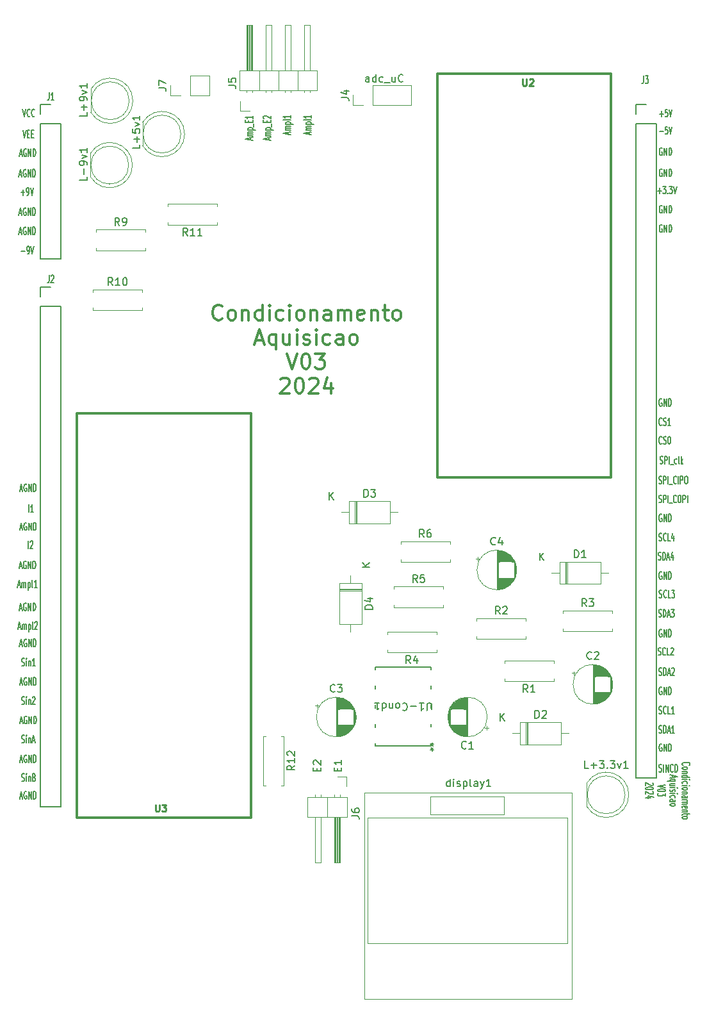
<source format=gto>
G04 #@! TF.GenerationSoftware,KiCad,Pcbnew,7.0.11-7.0.11~ubuntu22.04.1*
G04 #@! TF.CreationDate,2024-05-31T20:29:59-03:00*
G04 #@! TF.ProjectId,condicionamento_BIA_v03,636f6e64-6963-4696-9f6e-616d656e746f,v03*
G04 #@! TF.SameCoordinates,Original*
G04 #@! TF.FileFunction,Legend,Top*
G04 #@! TF.FilePolarity,Positive*
%FSLAX46Y46*%
G04 Gerber Fmt 4.6, Leading zero omitted, Abs format (unit mm)*
G04 Created by KiCad (PCBNEW 7.0.11-7.0.11~ubuntu22.04.1) date 2024-05-31 20:29:59*
%MOMM*%
%LPD*%
G01*
G04 APERTURE LIST*
%ADD10C,0.150000*%
%ADD11C,0.300000*%
%ADD12C,0.222250*%
%ADD13C,0.120000*%
%ADD14C,0.304800*%
%ADD15C,0.152400*%
%ADD16R,2.250000X1.727200*%
%ADD17O,2.250000X1.727200*%
%ADD18C,1.500000*%
%ADD19O,1.600000X2.000000*%
%ADD20R,1.600000X2.000000*%
%ADD21R,2.500000X1.800000*%
%ADD22O,2.500000X1.800000*%
%ADD23O,2.000000X1.600000*%
%ADD24O,1.800000X2.500000*%
%ADD25R,1.800000X2.000000*%
%ADD26O,1.800000X2.000000*%
%ADD27R,1.700000X1.700000*%
%ADD28O,1.700000X1.700000*%
%ADD29R,2.000000X1.600000*%
G04 APERTURE END LIST*
D10*
X108343924Y-124389319D02*
X108429639Y-124436938D01*
X108429639Y-124436938D02*
X108572496Y-124436938D01*
X108572496Y-124436938D02*
X108629639Y-124389319D01*
X108629639Y-124389319D02*
X108658210Y-124341699D01*
X108658210Y-124341699D02*
X108686781Y-124246461D01*
X108686781Y-124246461D02*
X108686781Y-124151223D01*
X108686781Y-124151223D02*
X108658210Y-124055985D01*
X108658210Y-124055985D02*
X108629639Y-124008366D01*
X108629639Y-124008366D02*
X108572496Y-123960747D01*
X108572496Y-123960747D02*
X108458210Y-123913128D01*
X108458210Y-123913128D02*
X108401067Y-123865509D01*
X108401067Y-123865509D02*
X108372496Y-123817890D01*
X108372496Y-123817890D02*
X108343924Y-123722652D01*
X108343924Y-123722652D02*
X108343924Y-123627414D01*
X108343924Y-123627414D02*
X108372496Y-123532176D01*
X108372496Y-123532176D02*
X108401067Y-123484557D01*
X108401067Y-123484557D02*
X108458210Y-123436938D01*
X108458210Y-123436938D02*
X108601067Y-123436938D01*
X108601067Y-123436938D02*
X108686781Y-123484557D01*
X108943925Y-124436938D02*
X108943925Y-123770271D01*
X108943925Y-123436938D02*
X108915353Y-123484557D01*
X108915353Y-123484557D02*
X108943925Y-123532176D01*
X108943925Y-123532176D02*
X108972496Y-123484557D01*
X108972496Y-123484557D02*
X108943925Y-123436938D01*
X108943925Y-123436938D02*
X108943925Y-123532176D01*
X109229639Y-123770271D02*
X109229639Y-124436938D01*
X109229639Y-123865509D02*
X109258210Y-123817890D01*
X109258210Y-123817890D02*
X109315353Y-123770271D01*
X109315353Y-123770271D02*
X109401067Y-123770271D01*
X109401067Y-123770271D02*
X109458210Y-123817890D01*
X109458210Y-123817890D02*
X109486782Y-123913128D01*
X109486782Y-123913128D02*
X109486782Y-124436938D01*
X109743924Y-124151223D02*
X110029639Y-124151223D01*
X109686781Y-124436938D02*
X109886781Y-123436938D01*
X109886781Y-123436938D02*
X110086781Y-124436938D01*
X192675359Y-41355124D02*
X193132502Y-41355124D01*
X192903930Y-41736077D02*
X192903930Y-40974172D01*
X193703930Y-40736077D02*
X193418216Y-40736077D01*
X193418216Y-40736077D02*
X193389644Y-41212267D01*
X193389644Y-41212267D02*
X193418216Y-41164648D01*
X193418216Y-41164648D02*
X193475359Y-41117029D01*
X193475359Y-41117029D02*
X193618216Y-41117029D01*
X193618216Y-41117029D02*
X193675359Y-41164648D01*
X193675359Y-41164648D02*
X193703930Y-41212267D01*
X193703930Y-41212267D02*
X193732501Y-41307505D01*
X193732501Y-41307505D02*
X193732501Y-41545600D01*
X193732501Y-41545600D02*
X193703930Y-41640838D01*
X193703930Y-41640838D02*
X193675359Y-41688458D01*
X193675359Y-41688458D02*
X193618216Y-41736077D01*
X193618216Y-41736077D02*
X193475359Y-41736077D01*
X193475359Y-41736077D02*
X193418216Y-41688458D01*
X193418216Y-41688458D02*
X193389644Y-41640838D01*
X193903930Y-40736077D02*
X194103930Y-41736077D01*
X194103930Y-41736077D02*
X194303930Y-40736077D01*
X108005387Y-49377262D02*
X108291102Y-49377262D01*
X107948244Y-49662977D02*
X108148244Y-48662977D01*
X108148244Y-48662977D02*
X108348244Y-49662977D01*
X108862530Y-48710596D02*
X108805388Y-48662977D01*
X108805388Y-48662977D02*
X108719673Y-48662977D01*
X108719673Y-48662977D02*
X108633959Y-48710596D01*
X108633959Y-48710596D02*
X108576816Y-48805834D01*
X108576816Y-48805834D02*
X108548245Y-48901072D01*
X108548245Y-48901072D02*
X108519673Y-49091548D01*
X108519673Y-49091548D02*
X108519673Y-49234405D01*
X108519673Y-49234405D02*
X108548245Y-49424881D01*
X108548245Y-49424881D02*
X108576816Y-49520119D01*
X108576816Y-49520119D02*
X108633959Y-49615358D01*
X108633959Y-49615358D02*
X108719673Y-49662977D01*
X108719673Y-49662977D02*
X108776816Y-49662977D01*
X108776816Y-49662977D02*
X108862530Y-49615358D01*
X108862530Y-49615358D02*
X108891102Y-49567738D01*
X108891102Y-49567738D02*
X108891102Y-49234405D01*
X108891102Y-49234405D02*
X108776816Y-49234405D01*
X109148245Y-49662977D02*
X109148245Y-48662977D01*
X109148245Y-48662977D02*
X109491102Y-49662977D01*
X109491102Y-49662977D02*
X109491102Y-48662977D01*
X109776816Y-49662977D02*
X109776816Y-48662977D01*
X109776816Y-48662977D02*
X109919673Y-48662977D01*
X109919673Y-48662977D02*
X110005387Y-48710596D01*
X110005387Y-48710596D02*
X110062530Y-48805834D01*
X110062530Y-48805834D02*
X110091101Y-48901072D01*
X110091101Y-48901072D02*
X110119673Y-49091548D01*
X110119673Y-49091548D02*
X110119673Y-49234405D01*
X110119673Y-49234405D02*
X110091101Y-49424881D01*
X110091101Y-49424881D02*
X110062530Y-49520119D01*
X110062530Y-49520119D02*
X110005387Y-49615358D01*
X110005387Y-49615358D02*
X109919673Y-49662977D01*
X109919673Y-49662977D02*
X109776816Y-49662977D01*
X108105895Y-116531222D02*
X108391610Y-116531222D01*
X108048752Y-116816937D02*
X108248752Y-115816937D01*
X108248752Y-115816937D02*
X108448752Y-116816937D01*
X108963038Y-115864556D02*
X108905896Y-115816937D01*
X108905896Y-115816937D02*
X108820181Y-115816937D01*
X108820181Y-115816937D02*
X108734467Y-115864556D01*
X108734467Y-115864556D02*
X108677324Y-115959794D01*
X108677324Y-115959794D02*
X108648753Y-116055032D01*
X108648753Y-116055032D02*
X108620181Y-116245508D01*
X108620181Y-116245508D02*
X108620181Y-116388365D01*
X108620181Y-116388365D02*
X108648753Y-116578841D01*
X108648753Y-116578841D02*
X108677324Y-116674079D01*
X108677324Y-116674079D02*
X108734467Y-116769318D01*
X108734467Y-116769318D02*
X108820181Y-116816937D01*
X108820181Y-116816937D02*
X108877324Y-116816937D01*
X108877324Y-116816937D02*
X108963038Y-116769318D01*
X108963038Y-116769318D02*
X108991610Y-116721698D01*
X108991610Y-116721698D02*
X108991610Y-116388365D01*
X108991610Y-116388365D02*
X108877324Y-116388365D01*
X109248753Y-116816937D02*
X109248753Y-115816937D01*
X109248753Y-115816937D02*
X109591610Y-116816937D01*
X109591610Y-116816937D02*
X109591610Y-115816937D01*
X109877324Y-116816937D02*
X109877324Y-115816937D01*
X109877324Y-115816937D02*
X110020181Y-115816937D01*
X110020181Y-115816937D02*
X110105895Y-115864556D01*
X110105895Y-115864556D02*
X110163038Y-115959794D01*
X110163038Y-115959794D02*
X110191609Y-116055032D01*
X110191609Y-116055032D02*
X110220181Y-116245508D01*
X110220181Y-116245508D02*
X110220181Y-116388365D01*
X110220181Y-116388365D02*
X110191609Y-116578841D01*
X110191609Y-116578841D02*
X110163038Y-116674079D01*
X110163038Y-116674079D02*
X110105895Y-116769318D01*
X110105895Y-116769318D02*
X110020181Y-116816937D01*
X110020181Y-116816937D02*
X109877324Y-116816937D01*
X192989644Y-45863696D02*
X192932502Y-45816077D01*
X192932502Y-45816077D02*
X192846787Y-45816077D01*
X192846787Y-45816077D02*
X192761073Y-45863696D01*
X192761073Y-45863696D02*
X192703930Y-45958934D01*
X192703930Y-45958934D02*
X192675359Y-46054172D01*
X192675359Y-46054172D02*
X192646787Y-46244648D01*
X192646787Y-46244648D02*
X192646787Y-46387505D01*
X192646787Y-46387505D02*
X192675359Y-46577981D01*
X192675359Y-46577981D02*
X192703930Y-46673219D01*
X192703930Y-46673219D02*
X192761073Y-46768458D01*
X192761073Y-46768458D02*
X192846787Y-46816077D01*
X192846787Y-46816077D02*
X192903930Y-46816077D01*
X192903930Y-46816077D02*
X192989644Y-46768458D01*
X192989644Y-46768458D02*
X193018216Y-46720838D01*
X193018216Y-46720838D02*
X193018216Y-46387505D01*
X193018216Y-46387505D02*
X192903930Y-46387505D01*
X193275359Y-46816077D02*
X193275359Y-45816077D01*
X193275359Y-45816077D02*
X193618216Y-46816077D01*
X193618216Y-46816077D02*
X193618216Y-45816077D01*
X193903930Y-46816077D02*
X193903930Y-45816077D01*
X193903930Y-45816077D02*
X194046787Y-45816077D01*
X194046787Y-45816077D02*
X194132501Y-45863696D01*
X194132501Y-45863696D02*
X194189644Y-45958934D01*
X194189644Y-45958934D02*
X194218215Y-46054172D01*
X194218215Y-46054172D02*
X194246787Y-46244648D01*
X194246787Y-46244648D02*
X194246787Y-46387505D01*
X194246787Y-46387505D02*
X194218215Y-46577981D01*
X194218215Y-46577981D02*
X194189644Y-46673219D01*
X194189644Y-46673219D02*
X194132501Y-46768458D01*
X194132501Y-46768458D02*
X194046787Y-46816077D01*
X194046787Y-46816077D02*
X193903930Y-46816077D01*
X107881066Y-109162692D02*
X108166781Y-109162692D01*
X107823923Y-109448407D02*
X108023923Y-108448407D01*
X108023923Y-108448407D02*
X108223923Y-109448407D01*
X108423924Y-109448407D02*
X108423924Y-108781740D01*
X108423924Y-108876978D02*
X108452495Y-108829359D01*
X108452495Y-108829359D02*
X108509638Y-108781740D01*
X108509638Y-108781740D02*
X108595352Y-108781740D01*
X108595352Y-108781740D02*
X108652495Y-108829359D01*
X108652495Y-108829359D02*
X108681067Y-108924597D01*
X108681067Y-108924597D02*
X108681067Y-109448407D01*
X108681067Y-108924597D02*
X108709638Y-108829359D01*
X108709638Y-108829359D02*
X108766781Y-108781740D01*
X108766781Y-108781740D02*
X108852495Y-108781740D01*
X108852495Y-108781740D02*
X108909638Y-108829359D01*
X108909638Y-108829359D02*
X108938209Y-108924597D01*
X108938209Y-108924597D02*
X108938209Y-109448407D01*
X109223924Y-108781740D02*
X109223924Y-109781740D01*
X109223924Y-108829359D02*
X109281067Y-108781740D01*
X109281067Y-108781740D02*
X109395352Y-108781740D01*
X109395352Y-108781740D02*
X109452495Y-108829359D01*
X109452495Y-108829359D02*
X109481067Y-108876978D01*
X109481067Y-108876978D02*
X109509638Y-108972216D01*
X109509638Y-108972216D02*
X109509638Y-109257930D01*
X109509638Y-109257930D02*
X109481067Y-109353168D01*
X109481067Y-109353168D02*
X109452495Y-109400788D01*
X109452495Y-109400788D02*
X109395352Y-109448407D01*
X109395352Y-109448407D02*
X109281067Y-109448407D01*
X109281067Y-109448407D02*
X109223924Y-109400788D01*
X109852495Y-109448407D02*
X109795352Y-109400788D01*
X109795352Y-109400788D02*
X109766781Y-109305549D01*
X109766781Y-109305549D02*
X109766781Y-108448407D01*
X110052495Y-108543645D02*
X110081067Y-108496026D01*
X110081067Y-108496026D02*
X110138210Y-108448407D01*
X110138210Y-108448407D02*
X110281067Y-108448407D01*
X110281067Y-108448407D02*
X110338210Y-108496026D01*
X110338210Y-108496026D02*
X110366781Y-108543645D01*
X110366781Y-108543645D02*
X110395352Y-108638883D01*
X110395352Y-108638883D02*
X110395352Y-108734121D01*
X110395352Y-108734121D02*
X110366781Y-108876978D01*
X110366781Y-108876978D02*
X110023924Y-109448407D01*
X110023924Y-109448407D02*
X110395352Y-109448407D01*
X108343924Y-114229319D02*
X108429639Y-114276938D01*
X108429639Y-114276938D02*
X108572496Y-114276938D01*
X108572496Y-114276938D02*
X108629639Y-114229319D01*
X108629639Y-114229319D02*
X108658210Y-114181699D01*
X108658210Y-114181699D02*
X108686781Y-114086461D01*
X108686781Y-114086461D02*
X108686781Y-113991223D01*
X108686781Y-113991223D02*
X108658210Y-113895985D01*
X108658210Y-113895985D02*
X108629639Y-113848366D01*
X108629639Y-113848366D02*
X108572496Y-113800747D01*
X108572496Y-113800747D02*
X108458210Y-113753128D01*
X108458210Y-113753128D02*
X108401067Y-113705509D01*
X108401067Y-113705509D02*
X108372496Y-113657890D01*
X108372496Y-113657890D02*
X108343924Y-113562652D01*
X108343924Y-113562652D02*
X108343924Y-113467414D01*
X108343924Y-113467414D02*
X108372496Y-113372176D01*
X108372496Y-113372176D02*
X108401067Y-113324557D01*
X108401067Y-113324557D02*
X108458210Y-113276938D01*
X108458210Y-113276938D02*
X108601067Y-113276938D01*
X108601067Y-113276938D02*
X108686781Y-113324557D01*
X108943925Y-114276938D02*
X108943925Y-113610271D01*
X108943925Y-113276938D02*
X108915353Y-113324557D01*
X108915353Y-113324557D02*
X108943925Y-113372176D01*
X108943925Y-113372176D02*
X108972496Y-113324557D01*
X108972496Y-113324557D02*
X108943925Y-113276938D01*
X108943925Y-113276938D02*
X108943925Y-113372176D01*
X109229639Y-113610271D02*
X109229639Y-114276938D01*
X109229639Y-113705509D02*
X109258210Y-113657890D01*
X109258210Y-113657890D02*
X109315353Y-113610271D01*
X109315353Y-113610271D02*
X109401067Y-113610271D01*
X109401067Y-113610271D02*
X109458210Y-113657890D01*
X109458210Y-113657890D02*
X109486782Y-113753128D01*
X109486782Y-113753128D02*
X109486782Y-114276938D01*
X110086781Y-114276938D02*
X109743924Y-114276938D01*
X109915353Y-114276938D02*
X109915353Y-113276938D01*
X109915353Y-113276938D02*
X109858210Y-113419795D01*
X109858210Y-113419795D02*
X109801067Y-113515033D01*
X109801067Y-113515033D02*
X109743924Y-113562652D01*
X192930526Y-101875404D02*
X192873384Y-101827785D01*
X192873384Y-101827785D02*
X192787669Y-101827785D01*
X192787669Y-101827785D02*
X192701955Y-101875404D01*
X192701955Y-101875404D02*
X192644812Y-101970642D01*
X192644812Y-101970642D02*
X192616241Y-102065880D01*
X192616241Y-102065880D02*
X192587669Y-102256356D01*
X192587669Y-102256356D02*
X192587669Y-102399213D01*
X192587669Y-102399213D02*
X192616241Y-102589689D01*
X192616241Y-102589689D02*
X192644812Y-102684927D01*
X192644812Y-102684927D02*
X192701955Y-102780166D01*
X192701955Y-102780166D02*
X192787669Y-102827785D01*
X192787669Y-102827785D02*
X192844812Y-102827785D01*
X192844812Y-102827785D02*
X192930526Y-102780166D01*
X192930526Y-102780166D02*
X192959098Y-102732546D01*
X192959098Y-102732546D02*
X192959098Y-102399213D01*
X192959098Y-102399213D02*
X192844812Y-102399213D01*
X193216241Y-102827785D02*
X193216241Y-101827785D01*
X193216241Y-101827785D02*
X193559098Y-102827785D01*
X193559098Y-102827785D02*
X193559098Y-101827785D01*
X193844812Y-102827785D02*
X193844812Y-101827785D01*
X193844812Y-101827785D02*
X193987669Y-101827785D01*
X193987669Y-101827785D02*
X194073383Y-101875404D01*
X194073383Y-101875404D02*
X194130526Y-101970642D01*
X194130526Y-101970642D02*
X194159097Y-102065880D01*
X194159097Y-102065880D02*
X194187669Y-102256356D01*
X194187669Y-102256356D02*
X194187669Y-102399213D01*
X194187669Y-102399213D02*
X194159097Y-102589689D01*
X194159097Y-102589689D02*
X194130526Y-102684927D01*
X194130526Y-102684927D02*
X194073383Y-102780166D01*
X194073383Y-102780166D02*
X193987669Y-102827785D01*
X193987669Y-102827785D02*
X193844812Y-102827785D01*
X192727999Y-87540166D02*
X192813714Y-87587785D01*
X192813714Y-87587785D02*
X192956571Y-87587785D01*
X192956571Y-87587785D02*
X193013714Y-87540166D01*
X193013714Y-87540166D02*
X193042285Y-87492546D01*
X193042285Y-87492546D02*
X193070856Y-87397308D01*
X193070856Y-87397308D02*
X193070856Y-87302070D01*
X193070856Y-87302070D02*
X193042285Y-87206832D01*
X193042285Y-87206832D02*
X193013714Y-87159213D01*
X193013714Y-87159213D02*
X192956571Y-87111594D01*
X192956571Y-87111594D02*
X192842285Y-87063975D01*
X192842285Y-87063975D02*
X192785142Y-87016356D01*
X192785142Y-87016356D02*
X192756571Y-86968737D01*
X192756571Y-86968737D02*
X192727999Y-86873499D01*
X192727999Y-86873499D02*
X192727999Y-86778261D01*
X192727999Y-86778261D02*
X192756571Y-86683023D01*
X192756571Y-86683023D02*
X192785142Y-86635404D01*
X192785142Y-86635404D02*
X192842285Y-86587785D01*
X192842285Y-86587785D02*
X192985142Y-86587785D01*
X192985142Y-86587785D02*
X193070856Y-86635404D01*
X193328000Y-87587785D02*
X193328000Y-86587785D01*
X193328000Y-86587785D02*
X193556571Y-86587785D01*
X193556571Y-86587785D02*
X193613714Y-86635404D01*
X193613714Y-86635404D02*
X193642285Y-86683023D01*
X193642285Y-86683023D02*
X193670857Y-86778261D01*
X193670857Y-86778261D02*
X193670857Y-86921118D01*
X193670857Y-86921118D02*
X193642285Y-87016356D01*
X193642285Y-87016356D02*
X193613714Y-87063975D01*
X193613714Y-87063975D02*
X193556571Y-87111594D01*
X193556571Y-87111594D02*
X193328000Y-87111594D01*
X193928000Y-87587785D02*
X193928000Y-86587785D01*
X194070857Y-87683023D02*
X194527999Y-87683023D01*
X194928000Y-87540166D02*
X194870857Y-87587785D01*
X194870857Y-87587785D02*
X194756571Y-87587785D01*
X194756571Y-87587785D02*
X194699428Y-87540166D01*
X194699428Y-87540166D02*
X194670857Y-87492546D01*
X194670857Y-87492546D02*
X194642285Y-87397308D01*
X194642285Y-87397308D02*
X194642285Y-87111594D01*
X194642285Y-87111594D02*
X194670857Y-87016356D01*
X194670857Y-87016356D02*
X194699428Y-86968737D01*
X194699428Y-86968737D02*
X194756571Y-86921118D01*
X194756571Y-86921118D02*
X194870857Y-86921118D01*
X194870857Y-86921118D02*
X194928000Y-86968737D01*
X195270857Y-87587785D02*
X195213714Y-87540166D01*
X195213714Y-87540166D02*
X195185143Y-87444927D01*
X195185143Y-87444927D02*
X195185143Y-86587785D01*
X195499429Y-87587785D02*
X195499429Y-86587785D01*
X195556572Y-87206832D02*
X195728000Y-87587785D01*
X195728000Y-86921118D02*
X195499429Y-87302070D01*
X195755419Y-127392858D02*
X195707800Y-127364286D01*
X195707800Y-127364286D02*
X195660180Y-127278572D01*
X195660180Y-127278572D02*
X195660180Y-127221429D01*
X195660180Y-127221429D02*
X195707800Y-127135715D01*
X195707800Y-127135715D02*
X195803038Y-127078572D01*
X195803038Y-127078572D02*
X195898276Y-127050001D01*
X195898276Y-127050001D02*
X196088752Y-127021429D01*
X196088752Y-127021429D02*
X196231609Y-127021429D01*
X196231609Y-127021429D02*
X196422085Y-127050001D01*
X196422085Y-127050001D02*
X196517323Y-127078572D01*
X196517323Y-127078572D02*
X196612561Y-127135715D01*
X196612561Y-127135715D02*
X196660180Y-127221429D01*
X196660180Y-127221429D02*
X196660180Y-127278572D01*
X196660180Y-127278572D02*
X196612561Y-127364286D01*
X196612561Y-127364286D02*
X196564942Y-127392858D01*
X195660180Y-127735715D02*
X195707800Y-127678572D01*
X195707800Y-127678572D02*
X195755419Y-127650001D01*
X195755419Y-127650001D02*
X195850657Y-127621429D01*
X195850657Y-127621429D02*
X196136371Y-127621429D01*
X196136371Y-127621429D02*
X196231609Y-127650001D01*
X196231609Y-127650001D02*
X196279228Y-127678572D01*
X196279228Y-127678572D02*
X196326847Y-127735715D01*
X196326847Y-127735715D02*
X196326847Y-127821429D01*
X196326847Y-127821429D02*
X196279228Y-127878572D01*
X196279228Y-127878572D02*
X196231609Y-127907144D01*
X196231609Y-127907144D02*
X196136371Y-127935715D01*
X196136371Y-127935715D02*
X195850657Y-127935715D01*
X195850657Y-127935715D02*
X195755419Y-127907144D01*
X195755419Y-127907144D02*
X195707800Y-127878572D01*
X195707800Y-127878572D02*
X195660180Y-127821429D01*
X195660180Y-127821429D02*
X195660180Y-127735715D01*
X196326847Y-128192858D02*
X195660180Y-128192858D01*
X196231609Y-128192858D02*
X196279228Y-128221429D01*
X196279228Y-128221429D02*
X196326847Y-128278572D01*
X196326847Y-128278572D02*
X196326847Y-128364286D01*
X196326847Y-128364286D02*
X196279228Y-128421429D01*
X196279228Y-128421429D02*
X196183990Y-128450001D01*
X196183990Y-128450001D02*
X195660180Y-128450001D01*
X195660180Y-128992858D02*
X196660180Y-128992858D01*
X195707800Y-128992858D02*
X195660180Y-128935715D01*
X195660180Y-128935715D02*
X195660180Y-128821429D01*
X195660180Y-128821429D02*
X195707800Y-128764286D01*
X195707800Y-128764286D02*
X195755419Y-128735715D01*
X195755419Y-128735715D02*
X195850657Y-128707143D01*
X195850657Y-128707143D02*
X196136371Y-128707143D01*
X196136371Y-128707143D02*
X196231609Y-128735715D01*
X196231609Y-128735715D02*
X196279228Y-128764286D01*
X196279228Y-128764286D02*
X196326847Y-128821429D01*
X196326847Y-128821429D02*
X196326847Y-128935715D01*
X196326847Y-128935715D02*
X196279228Y-128992858D01*
X195660180Y-129278572D02*
X196326847Y-129278572D01*
X196660180Y-129278572D02*
X196612561Y-129250000D01*
X196612561Y-129250000D02*
X196564942Y-129278572D01*
X196564942Y-129278572D02*
X196612561Y-129307143D01*
X196612561Y-129307143D02*
X196660180Y-129278572D01*
X196660180Y-129278572D02*
X196564942Y-129278572D01*
X195707800Y-129821429D02*
X195660180Y-129764286D01*
X195660180Y-129764286D02*
X195660180Y-129650000D01*
X195660180Y-129650000D02*
X195707800Y-129592857D01*
X195707800Y-129592857D02*
X195755419Y-129564286D01*
X195755419Y-129564286D02*
X195850657Y-129535714D01*
X195850657Y-129535714D02*
X196136371Y-129535714D01*
X196136371Y-129535714D02*
X196231609Y-129564286D01*
X196231609Y-129564286D02*
X196279228Y-129592857D01*
X196279228Y-129592857D02*
X196326847Y-129650000D01*
X196326847Y-129650000D02*
X196326847Y-129764286D01*
X196326847Y-129764286D02*
X196279228Y-129821429D01*
X195660180Y-130078572D02*
X196326847Y-130078572D01*
X196660180Y-130078572D02*
X196612561Y-130050000D01*
X196612561Y-130050000D02*
X196564942Y-130078572D01*
X196564942Y-130078572D02*
X196612561Y-130107143D01*
X196612561Y-130107143D02*
X196660180Y-130078572D01*
X196660180Y-130078572D02*
X196564942Y-130078572D01*
X195660180Y-130450000D02*
X195707800Y-130392857D01*
X195707800Y-130392857D02*
X195755419Y-130364286D01*
X195755419Y-130364286D02*
X195850657Y-130335714D01*
X195850657Y-130335714D02*
X196136371Y-130335714D01*
X196136371Y-130335714D02*
X196231609Y-130364286D01*
X196231609Y-130364286D02*
X196279228Y-130392857D01*
X196279228Y-130392857D02*
X196326847Y-130450000D01*
X196326847Y-130450000D02*
X196326847Y-130535714D01*
X196326847Y-130535714D02*
X196279228Y-130592857D01*
X196279228Y-130592857D02*
X196231609Y-130621429D01*
X196231609Y-130621429D02*
X196136371Y-130650000D01*
X196136371Y-130650000D02*
X195850657Y-130650000D01*
X195850657Y-130650000D02*
X195755419Y-130621429D01*
X195755419Y-130621429D02*
X195707800Y-130592857D01*
X195707800Y-130592857D02*
X195660180Y-130535714D01*
X195660180Y-130535714D02*
X195660180Y-130450000D01*
X196326847Y-130907143D02*
X195660180Y-130907143D01*
X196231609Y-130907143D02*
X196279228Y-130935714D01*
X196279228Y-130935714D02*
X196326847Y-130992857D01*
X196326847Y-130992857D02*
X196326847Y-131078571D01*
X196326847Y-131078571D02*
X196279228Y-131135714D01*
X196279228Y-131135714D02*
X196183990Y-131164286D01*
X196183990Y-131164286D02*
X195660180Y-131164286D01*
X195660180Y-131707143D02*
X196183990Y-131707143D01*
X196183990Y-131707143D02*
X196279228Y-131678571D01*
X196279228Y-131678571D02*
X196326847Y-131621428D01*
X196326847Y-131621428D02*
X196326847Y-131507143D01*
X196326847Y-131507143D02*
X196279228Y-131450000D01*
X195707800Y-131707143D02*
X195660180Y-131650000D01*
X195660180Y-131650000D02*
X195660180Y-131507143D01*
X195660180Y-131507143D02*
X195707800Y-131450000D01*
X195707800Y-131450000D02*
X195803038Y-131421428D01*
X195803038Y-131421428D02*
X195898276Y-131421428D01*
X195898276Y-131421428D02*
X195993514Y-131450000D01*
X195993514Y-131450000D02*
X196041133Y-131507143D01*
X196041133Y-131507143D02*
X196041133Y-131650000D01*
X196041133Y-131650000D02*
X196088752Y-131707143D01*
X195660180Y-131992857D02*
X196326847Y-131992857D01*
X196231609Y-131992857D02*
X196279228Y-132021428D01*
X196279228Y-132021428D02*
X196326847Y-132078571D01*
X196326847Y-132078571D02*
X196326847Y-132164285D01*
X196326847Y-132164285D02*
X196279228Y-132221428D01*
X196279228Y-132221428D02*
X196183990Y-132250000D01*
X196183990Y-132250000D02*
X195660180Y-132250000D01*
X196183990Y-132250000D02*
X196279228Y-132278571D01*
X196279228Y-132278571D02*
X196326847Y-132335714D01*
X196326847Y-132335714D02*
X196326847Y-132421428D01*
X196326847Y-132421428D02*
X196279228Y-132478571D01*
X196279228Y-132478571D02*
X196183990Y-132507142D01*
X196183990Y-132507142D02*
X195660180Y-132507142D01*
X195707800Y-133021428D02*
X195660180Y-132964285D01*
X195660180Y-132964285D02*
X195660180Y-132850000D01*
X195660180Y-132850000D02*
X195707800Y-132792857D01*
X195707800Y-132792857D02*
X195803038Y-132764285D01*
X195803038Y-132764285D02*
X196183990Y-132764285D01*
X196183990Y-132764285D02*
X196279228Y-132792857D01*
X196279228Y-132792857D02*
X196326847Y-132850000D01*
X196326847Y-132850000D02*
X196326847Y-132964285D01*
X196326847Y-132964285D02*
X196279228Y-133021428D01*
X196279228Y-133021428D02*
X196183990Y-133050000D01*
X196183990Y-133050000D02*
X196088752Y-133050000D01*
X196088752Y-133050000D02*
X195993514Y-132764285D01*
X196326847Y-133307143D02*
X195660180Y-133307143D01*
X196231609Y-133307143D02*
X196279228Y-133335714D01*
X196279228Y-133335714D02*
X196326847Y-133392857D01*
X196326847Y-133392857D02*
X196326847Y-133478571D01*
X196326847Y-133478571D02*
X196279228Y-133535714D01*
X196279228Y-133535714D02*
X196183990Y-133564286D01*
X196183990Y-133564286D02*
X195660180Y-133564286D01*
X196326847Y-133764285D02*
X196326847Y-133992857D01*
X196660180Y-133850000D02*
X195803038Y-133850000D01*
X195803038Y-133850000D02*
X195707800Y-133878571D01*
X195707800Y-133878571D02*
X195660180Y-133935714D01*
X195660180Y-133935714D02*
X195660180Y-133992857D01*
X195660180Y-134278571D02*
X195707800Y-134221428D01*
X195707800Y-134221428D02*
X195755419Y-134192857D01*
X195755419Y-134192857D02*
X195850657Y-134164285D01*
X195850657Y-134164285D02*
X196136371Y-134164285D01*
X196136371Y-134164285D02*
X196231609Y-134192857D01*
X196231609Y-134192857D02*
X196279228Y-134221428D01*
X196279228Y-134221428D02*
X196326847Y-134278571D01*
X196326847Y-134278571D02*
X196326847Y-134364285D01*
X196326847Y-134364285D02*
X196279228Y-134421428D01*
X196279228Y-134421428D02*
X196231609Y-134450000D01*
X196231609Y-134450000D02*
X196136371Y-134478571D01*
X196136371Y-134478571D02*
X195850657Y-134478571D01*
X195850657Y-134478571D02*
X195755419Y-134450000D01*
X195755419Y-134450000D02*
X195707800Y-134421428D01*
X195707800Y-134421428D02*
X195660180Y-134364285D01*
X195660180Y-134364285D02*
X195660180Y-134278571D01*
X194335895Y-128735714D02*
X194335895Y-129021429D01*
X194050180Y-128678571D02*
X195050180Y-128878571D01*
X195050180Y-128878571D02*
X194050180Y-129078571D01*
X194716847Y-129535715D02*
X193716847Y-129535715D01*
X194097800Y-129535715D02*
X194050180Y-129478572D01*
X194050180Y-129478572D02*
X194050180Y-129364286D01*
X194050180Y-129364286D02*
X194097800Y-129307143D01*
X194097800Y-129307143D02*
X194145419Y-129278572D01*
X194145419Y-129278572D02*
X194240657Y-129250000D01*
X194240657Y-129250000D02*
X194526371Y-129250000D01*
X194526371Y-129250000D02*
X194621609Y-129278572D01*
X194621609Y-129278572D02*
X194669228Y-129307143D01*
X194669228Y-129307143D02*
X194716847Y-129364286D01*
X194716847Y-129364286D02*
X194716847Y-129478572D01*
X194716847Y-129478572D02*
X194669228Y-129535715D01*
X194716847Y-130078572D02*
X194050180Y-130078572D01*
X194716847Y-129821429D02*
X194193038Y-129821429D01*
X194193038Y-129821429D02*
X194097800Y-129850000D01*
X194097800Y-129850000D02*
X194050180Y-129907143D01*
X194050180Y-129907143D02*
X194050180Y-129992857D01*
X194050180Y-129992857D02*
X194097800Y-130050000D01*
X194097800Y-130050000D02*
X194145419Y-130078572D01*
X194050180Y-130364286D02*
X194716847Y-130364286D01*
X195050180Y-130364286D02*
X195002561Y-130335714D01*
X195002561Y-130335714D02*
X194954942Y-130364286D01*
X194954942Y-130364286D02*
X195002561Y-130392857D01*
X195002561Y-130392857D02*
X195050180Y-130364286D01*
X195050180Y-130364286D02*
X194954942Y-130364286D01*
X194097800Y-130621428D02*
X194050180Y-130678571D01*
X194050180Y-130678571D02*
X194050180Y-130792857D01*
X194050180Y-130792857D02*
X194097800Y-130850000D01*
X194097800Y-130850000D02*
X194193038Y-130878571D01*
X194193038Y-130878571D02*
X194240657Y-130878571D01*
X194240657Y-130878571D02*
X194335895Y-130850000D01*
X194335895Y-130850000D02*
X194383514Y-130792857D01*
X194383514Y-130792857D02*
X194383514Y-130707143D01*
X194383514Y-130707143D02*
X194431133Y-130650000D01*
X194431133Y-130650000D02*
X194526371Y-130621428D01*
X194526371Y-130621428D02*
X194573990Y-130621428D01*
X194573990Y-130621428D02*
X194669228Y-130650000D01*
X194669228Y-130650000D02*
X194716847Y-130707143D01*
X194716847Y-130707143D02*
X194716847Y-130792857D01*
X194716847Y-130792857D02*
X194669228Y-130850000D01*
X194050180Y-131135714D02*
X194716847Y-131135714D01*
X195050180Y-131135714D02*
X195002561Y-131107142D01*
X195002561Y-131107142D02*
X194954942Y-131135714D01*
X194954942Y-131135714D02*
X195002561Y-131164285D01*
X195002561Y-131164285D02*
X195050180Y-131135714D01*
X195050180Y-131135714D02*
X194954942Y-131135714D01*
X194097800Y-131678571D02*
X194050180Y-131621428D01*
X194050180Y-131621428D02*
X194050180Y-131507142D01*
X194050180Y-131507142D02*
X194097800Y-131449999D01*
X194097800Y-131449999D02*
X194145419Y-131421428D01*
X194145419Y-131421428D02*
X194240657Y-131392856D01*
X194240657Y-131392856D02*
X194526371Y-131392856D01*
X194526371Y-131392856D02*
X194621609Y-131421428D01*
X194621609Y-131421428D02*
X194669228Y-131449999D01*
X194669228Y-131449999D02*
X194716847Y-131507142D01*
X194716847Y-131507142D02*
X194716847Y-131621428D01*
X194716847Y-131621428D02*
X194669228Y-131678571D01*
X194050180Y-132192857D02*
X194573990Y-132192857D01*
X194573990Y-132192857D02*
X194669228Y-132164285D01*
X194669228Y-132164285D02*
X194716847Y-132107142D01*
X194716847Y-132107142D02*
X194716847Y-131992857D01*
X194716847Y-131992857D02*
X194669228Y-131935714D01*
X194097800Y-132192857D02*
X194050180Y-132135714D01*
X194050180Y-132135714D02*
X194050180Y-131992857D01*
X194050180Y-131992857D02*
X194097800Y-131935714D01*
X194097800Y-131935714D02*
X194193038Y-131907142D01*
X194193038Y-131907142D02*
X194288276Y-131907142D01*
X194288276Y-131907142D02*
X194383514Y-131935714D01*
X194383514Y-131935714D02*
X194431133Y-131992857D01*
X194431133Y-131992857D02*
X194431133Y-132135714D01*
X194431133Y-132135714D02*
X194478752Y-132192857D01*
X194050180Y-132564285D02*
X194097800Y-132507142D01*
X194097800Y-132507142D02*
X194145419Y-132478571D01*
X194145419Y-132478571D02*
X194240657Y-132449999D01*
X194240657Y-132449999D02*
X194526371Y-132449999D01*
X194526371Y-132449999D02*
X194621609Y-132478571D01*
X194621609Y-132478571D02*
X194669228Y-132507142D01*
X194669228Y-132507142D02*
X194716847Y-132564285D01*
X194716847Y-132564285D02*
X194716847Y-132649999D01*
X194716847Y-132649999D02*
X194669228Y-132707142D01*
X194669228Y-132707142D02*
X194621609Y-132735714D01*
X194621609Y-132735714D02*
X194526371Y-132764285D01*
X194526371Y-132764285D02*
X194240657Y-132764285D01*
X194240657Y-132764285D02*
X194145419Y-132735714D01*
X194145419Y-132735714D02*
X194097800Y-132707142D01*
X194097800Y-132707142D02*
X194050180Y-132649999D01*
X194050180Y-132649999D02*
X194050180Y-132564285D01*
X193440180Y-129978570D02*
X192440180Y-130178570D01*
X192440180Y-130178570D02*
X193440180Y-130378570D01*
X193440180Y-130692856D02*
X193440180Y-130749999D01*
X193440180Y-130749999D02*
X193392561Y-130807142D01*
X193392561Y-130807142D02*
X193344942Y-130835714D01*
X193344942Y-130835714D02*
X193249704Y-130864285D01*
X193249704Y-130864285D02*
X193059228Y-130892856D01*
X193059228Y-130892856D02*
X192821133Y-130892856D01*
X192821133Y-130892856D02*
X192630657Y-130864285D01*
X192630657Y-130864285D02*
X192535419Y-130835714D01*
X192535419Y-130835714D02*
X192487800Y-130807142D01*
X192487800Y-130807142D02*
X192440180Y-130749999D01*
X192440180Y-130749999D02*
X192440180Y-130692856D01*
X192440180Y-130692856D02*
X192487800Y-130635714D01*
X192487800Y-130635714D02*
X192535419Y-130607142D01*
X192535419Y-130607142D02*
X192630657Y-130578571D01*
X192630657Y-130578571D02*
X192821133Y-130549999D01*
X192821133Y-130549999D02*
X193059228Y-130549999D01*
X193059228Y-130549999D02*
X193249704Y-130578571D01*
X193249704Y-130578571D02*
X193344942Y-130607142D01*
X193344942Y-130607142D02*
X193392561Y-130635714D01*
X193392561Y-130635714D02*
X193440180Y-130692856D01*
X193440180Y-131092857D02*
X193440180Y-131464285D01*
X193440180Y-131464285D02*
X193059228Y-131264285D01*
X193059228Y-131264285D02*
X193059228Y-131350000D01*
X193059228Y-131350000D02*
X193011609Y-131407143D01*
X193011609Y-131407143D02*
X192963990Y-131435714D01*
X192963990Y-131435714D02*
X192868752Y-131464285D01*
X192868752Y-131464285D02*
X192630657Y-131464285D01*
X192630657Y-131464285D02*
X192535419Y-131435714D01*
X192535419Y-131435714D02*
X192487800Y-131407143D01*
X192487800Y-131407143D02*
X192440180Y-131350000D01*
X192440180Y-131350000D02*
X192440180Y-131178571D01*
X192440180Y-131178571D02*
X192487800Y-131121428D01*
X192487800Y-131121428D02*
X192535419Y-131092857D01*
X191734942Y-129721427D02*
X191782561Y-129749999D01*
X191782561Y-129749999D02*
X191830180Y-129807142D01*
X191830180Y-129807142D02*
X191830180Y-129949999D01*
X191830180Y-129949999D02*
X191782561Y-130007142D01*
X191782561Y-130007142D02*
X191734942Y-130035713D01*
X191734942Y-130035713D02*
X191639704Y-130064284D01*
X191639704Y-130064284D02*
X191544466Y-130064284D01*
X191544466Y-130064284D02*
X191401609Y-130035713D01*
X191401609Y-130035713D02*
X190830180Y-129692856D01*
X190830180Y-129692856D02*
X190830180Y-130064284D01*
X191830180Y-130435713D02*
X191830180Y-130492856D01*
X191830180Y-130492856D02*
X191782561Y-130549999D01*
X191782561Y-130549999D02*
X191734942Y-130578571D01*
X191734942Y-130578571D02*
X191639704Y-130607142D01*
X191639704Y-130607142D02*
X191449228Y-130635713D01*
X191449228Y-130635713D02*
X191211133Y-130635713D01*
X191211133Y-130635713D02*
X191020657Y-130607142D01*
X191020657Y-130607142D02*
X190925419Y-130578571D01*
X190925419Y-130578571D02*
X190877800Y-130549999D01*
X190877800Y-130549999D02*
X190830180Y-130492856D01*
X190830180Y-130492856D02*
X190830180Y-130435713D01*
X190830180Y-130435713D02*
X190877800Y-130378571D01*
X190877800Y-130378571D02*
X190925419Y-130349999D01*
X190925419Y-130349999D02*
X191020657Y-130321428D01*
X191020657Y-130321428D02*
X191211133Y-130292856D01*
X191211133Y-130292856D02*
X191449228Y-130292856D01*
X191449228Y-130292856D02*
X191639704Y-130321428D01*
X191639704Y-130321428D02*
X191734942Y-130349999D01*
X191734942Y-130349999D02*
X191782561Y-130378571D01*
X191782561Y-130378571D02*
X191830180Y-130435713D01*
X191734942Y-130864285D02*
X191782561Y-130892857D01*
X191782561Y-130892857D02*
X191830180Y-130950000D01*
X191830180Y-130950000D02*
X191830180Y-131092857D01*
X191830180Y-131092857D02*
X191782561Y-131150000D01*
X191782561Y-131150000D02*
X191734942Y-131178571D01*
X191734942Y-131178571D02*
X191639704Y-131207142D01*
X191639704Y-131207142D02*
X191544466Y-131207142D01*
X191544466Y-131207142D02*
X191401609Y-131178571D01*
X191401609Y-131178571D02*
X190830180Y-130835714D01*
X190830180Y-130835714D02*
X190830180Y-131207142D01*
X191496847Y-131721429D02*
X190830180Y-131721429D01*
X191877800Y-131578571D02*
X191163514Y-131435714D01*
X191163514Y-131435714D02*
X191163514Y-131807143D01*
X150096009Y-128163220D02*
X150096009Y-127829887D01*
X150619819Y-127687030D02*
X150619819Y-128163220D01*
X150619819Y-128163220D02*
X149619819Y-128163220D01*
X149619819Y-128163220D02*
X149619819Y-127687030D01*
X150619819Y-126734649D02*
X150619819Y-127306077D01*
X150619819Y-127020363D02*
X149619819Y-127020363D01*
X149619819Y-127020363D02*
X149762676Y-127115601D01*
X149762676Y-127115601D02*
X149857914Y-127210839D01*
X149857914Y-127210839D02*
X149905533Y-127306077D01*
X140974104Y-44787030D02*
X140974104Y-44501316D01*
X141259819Y-44844173D02*
X140259819Y-44644173D01*
X140259819Y-44644173D02*
X141259819Y-44444173D01*
X141259819Y-44244172D02*
X140593152Y-44244172D01*
X140688390Y-44244172D02*
X140640771Y-44215601D01*
X140640771Y-44215601D02*
X140593152Y-44158458D01*
X140593152Y-44158458D02*
X140593152Y-44072744D01*
X140593152Y-44072744D02*
X140640771Y-44015601D01*
X140640771Y-44015601D02*
X140736009Y-43987030D01*
X140736009Y-43987030D02*
X141259819Y-43987030D01*
X140736009Y-43987030D02*
X140640771Y-43958458D01*
X140640771Y-43958458D02*
X140593152Y-43901315D01*
X140593152Y-43901315D02*
X140593152Y-43815601D01*
X140593152Y-43815601D02*
X140640771Y-43758458D01*
X140640771Y-43758458D02*
X140736009Y-43729887D01*
X140736009Y-43729887D02*
X141259819Y-43729887D01*
X140593152Y-43444172D02*
X141593152Y-43444172D01*
X140640771Y-43444172D02*
X140593152Y-43387030D01*
X140593152Y-43387030D02*
X140593152Y-43272744D01*
X140593152Y-43272744D02*
X140640771Y-43215601D01*
X140640771Y-43215601D02*
X140688390Y-43187030D01*
X140688390Y-43187030D02*
X140783628Y-43158458D01*
X140783628Y-43158458D02*
X141069342Y-43158458D01*
X141069342Y-43158458D02*
X141164580Y-43187030D01*
X141164580Y-43187030D02*
X141212200Y-43215601D01*
X141212200Y-43215601D02*
X141259819Y-43272744D01*
X141259819Y-43272744D02*
X141259819Y-43387030D01*
X141259819Y-43387030D02*
X141212200Y-43444172D01*
X141355057Y-43044173D02*
X141355057Y-42587030D01*
X140736009Y-42444172D02*
X140736009Y-42244172D01*
X141259819Y-42158458D02*
X141259819Y-42444172D01*
X141259819Y-42444172D02*
X140259819Y-42444172D01*
X140259819Y-42444172D02*
X140259819Y-42158458D01*
X140355057Y-41929887D02*
X140307438Y-41901315D01*
X140307438Y-41901315D02*
X140259819Y-41844173D01*
X140259819Y-41844173D02*
X140259819Y-41701315D01*
X140259819Y-41701315D02*
X140307438Y-41644173D01*
X140307438Y-41644173D02*
X140355057Y-41615601D01*
X140355057Y-41615601D02*
X140450295Y-41587030D01*
X140450295Y-41587030D02*
X140545533Y-41587030D01*
X140545533Y-41587030D02*
X140688390Y-41615601D01*
X140688390Y-41615601D02*
X141259819Y-41958458D01*
X141259819Y-41958458D02*
X141259819Y-41587030D01*
X147346009Y-128163220D02*
X147346009Y-127829887D01*
X147869819Y-127687030D02*
X147869819Y-128163220D01*
X147869819Y-128163220D02*
X146869819Y-128163220D01*
X146869819Y-128163220D02*
X146869819Y-127687030D01*
X146965057Y-127306077D02*
X146917438Y-127258458D01*
X146917438Y-127258458D02*
X146869819Y-127163220D01*
X146869819Y-127163220D02*
X146869819Y-126925125D01*
X146869819Y-126925125D02*
X146917438Y-126829887D01*
X146917438Y-126829887D02*
X146965057Y-126782268D01*
X146965057Y-126782268D02*
X147060295Y-126734649D01*
X147060295Y-126734649D02*
X147155533Y-126734649D01*
X147155533Y-126734649D02*
X147298390Y-126782268D01*
X147298390Y-126782268D02*
X147869819Y-127353696D01*
X147869819Y-127353696D02*
X147869819Y-126734649D01*
X109201534Y-98782659D02*
X109201534Y-97782659D01*
X109458676Y-97877897D02*
X109487248Y-97830278D01*
X109487248Y-97830278D02*
X109544391Y-97782659D01*
X109544391Y-97782659D02*
X109687248Y-97782659D01*
X109687248Y-97782659D02*
X109744391Y-97830278D01*
X109744391Y-97830278D02*
X109772962Y-97877897D01*
X109772962Y-97877897D02*
X109801533Y-97973135D01*
X109801533Y-97973135D02*
X109801533Y-98068373D01*
X109801533Y-98068373D02*
X109772962Y-98211230D01*
X109772962Y-98211230D02*
X109430105Y-98782659D01*
X109430105Y-98782659D02*
X109801533Y-98782659D01*
X192587669Y-97700166D02*
X192673384Y-97747785D01*
X192673384Y-97747785D02*
X192816241Y-97747785D01*
X192816241Y-97747785D02*
X192873384Y-97700166D01*
X192873384Y-97700166D02*
X192901955Y-97652546D01*
X192901955Y-97652546D02*
X192930526Y-97557308D01*
X192930526Y-97557308D02*
X192930526Y-97462070D01*
X192930526Y-97462070D02*
X192901955Y-97366832D01*
X192901955Y-97366832D02*
X192873384Y-97319213D01*
X192873384Y-97319213D02*
X192816241Y-97271594D01*
X192816241Y-97271594D02*
X192701955Y-97223975D01*
X192701955Y-97223975D02*
X192644812Y-97176356D01*
X192644812Y-97176356D02*
X192616241Y-97128737D01*
X192616241Y-97128737D02*
X192587669Y-97033499D01*
X192587669Y-97033499D02*
X192587669Y-96938261D01*
X192587669Y-96938261D02*
X192616241Y-96843023D01*
X192616241Y-96843023D02*
X192644812Y-96795404D01*
X192644812Y-96795404D02*
X192701955Y-96747785D01*
X192701955Y-96747785D02*
X192844812Y-96747785D01*
X192844812Y-96747785D02*
X192930526Y-96795404D01*
X193530527Y-97652546D02*
X193501955Y-97700166D01*
X193501955Y-97700166D02*
X193416241Y-97747785D01*
X193416241Y-97747785D02*
X193359098Y-97747785D01*
X193359098Y-97747785D02*
X193273384Y-97700166D01*
X193273384Y-97700166D02*
X193216241Y-97604927D01*
X193216241Y-97604927D02*
X193187670Y-97509689D01*
X193187670Y-97509689D02*
X193159098Y-97319213D01*
X193159098Y-97319213D02*
X193159098Y-97176356D01*
X193159098Y-97176356D02*
X193187670Y-96985880D01*
X193187670Y-96985880D02*
X193216241Y-96890642D01*
X193216241Y-96890642D02*
X193273384Y-96795404D01*
X193273384Y-96795404D02*
X193359098Y-96747785D01*
X193359098Y-96747785D02*
X193416241Y-96747785D01*
X193416241Y-96747785D02*
X193501955Y-96795404D01*
X193501955Y-96795404D02*
X193530527Y-96843023D01*
X194073384Y-97747785D02*
X193787670Y-97747785D01*
X193787670Y-97747785D02*
X193787670Y-96747785D01*
X194530527Y-97081118D02*
X194530527Y-97747785D01*
X194387669Y-96700166D02*
X194244812Y-97414451D01*
X194244812Y-97414451D02*
X194616241Y-97414451D01*
X192578000Y-90147200D02*
X192663715Y-90194819D01*
X192663715Y-90194819D02*
X192806572Y-90194819D01*
X192806572Y-90194819D02*
X192863715Y-90147200D01*
X192863715Y-90147200D02*
X192892286Y-90099580D01*
X192892286Y-90099580D02*
X192920857Y-90004342D01*
X192920857Y-90004342D02*
X192920857Y-89909104D01*
X192920857Y-89909104D02*
X192892286Y-89813866D01*
X192892286Y-89813866D02*
X192863715Y-89766247D01*
X192863715Y-89766247D02*
X192806572Y-89718628D01*
X192806572Y-89718628D02*
X192692286Y-89671009D01*
X192692286Y-89671009D02*
X192635143Y-89623390D01*
X192635143Y-89623390D02*
X192606572Y-89575771D01*
X192606572Y-89575771D02*
X192578000Y-89480533D01*
X192578000Y-89480533D02*
X192578000Y-89385295D01*
X192578000Y-89385295D02*
X192606572Y-89290057D01*
X192606572Y-89290057D02*
X192635143Y-89242438D01*
X192635143Y-89242438D02*
X192692286Y-89194819D01*
X192692286Y-89194819D02*
X192835143Y-89194819D01*
X192835143Y-89194819D02*
X192920857Y-89242438D01*
X193178001Y-90194819D02*
X193178001Y-89194819D01*
X193178001Y-89194819D02*
X193406572Y-89194819D01*
X193406572Y-89194819D02*
X193463715Y-89242438D01*
X193463715Y-89242438D02*
X193492286Y-89290057D01*
X193492286Y-89290057D02*
X193520858Y-89385295D01*
X193520858Y-89385295D02*
X193520858Y-89528152D01*
X193520858Y-89528152D02*
X193492286Y-89623390D01*
X193492286Y-89623390D02*
X193463715Y-89671009D01*
X193463715Y-89671009D02*
X193406572Y-89718628D01*
X193406572Y-89718628D02*
X193178001Y-89718628D01*
X193778001Y-90194819D02*
X193778001Y-89194819D01*
X193920858Y-90290057D02*
X194378000Y-90290057D01*
X194863715Y-90099580D02*
X194835143Y-90147200D01*
X194835143Y-90147200D02*
X194749429Y-90194819D01*
X194749429Y-90194819D02*
X194692286Y-90194819D01*
X194692286Y-90194819D02*
X194606572Y-90147200D01*
X194606572Y-90147200D02*
X194549429Y-90051961D01*
X194549429Y-90051961D02*
X194520858Y-89956723D01*
X194520858Y-89956723D02*
X194492286Y-89766247D01*
X194492286Y-89766247D02*
X194492286Y-89623390D01*
X194492286Y-89623390D02*
X194520858Y-89432914D01*
X194520858Y-89432914D02*
X194549429Y-89337676D01*
X194549429Y-89337676D02*
X194606572Y-89242438D01*
X194606572Y-89242438D02*
X194692286Y-89194819D01*
X194692286Y-89194819D02*
X194749429Y-89194819D01*
X194749429Y-89194819D02*
X194835143Y-89242438D01*
X194835143Y-89242438D02*
X194863715Y-89290057D01*
X195120858Y-90194819D02*
X195120858Y-89194819D01*
X195406572Y-90194819D02*
X195406572Y-89194819D01*
X195406572Y-89194819D02*
X195635143Y-89194819D01*
X195635143Y-89194819D02*
X195692286Y-89242438D01*
X195692286Y-89242438D02*
X195720857Y-89290057D01*
X195720857Y-89290057D02*
X195749429Y-89385295D01*
X195749429Y-89385295D02*
X195749429Y-89528152D01*
X195749429Y-89528152D02*
X195720857Y-89623390D01*
X195720857Y-89623390D02*
X195692286Y-89671009D01*
X195692286Y-89671009D02*
X195635143Y-89718628D01*
X195635143Y-89718628D02*
X195406572Y-89718628D01*
X196120857Y-89194819D02*
X196235143Y-89194819D01*
X196235143Y-89194819D02*
X196292286Y-89242438D01*
X196292286Y-89242438D02*
X196349429Y-89337676D01*
X196349429Y-89337676D02*
X196378000Y-89528152D01*
X196378000Y-89528152D02*
X196378000Y-89861485D01*
X196378000Y-89861485D02*
X196349429Y-90051961D01*
X196349429Y-90051961D02*
X196292286Y-90147200D01*
X196292286Y-90147200D02*
X196235143Y-90194819D01*
X196235143Y-90194819D02*
X196120857Y-90194819D01*
X196120857Y-90194819D02*
X196063715Y-90147200D01*
X196063715Y-90147200D02*
X196006572Y-90051961D01*
X196006572Y-90051961D02*
X195978000Y-89861485D01*
X195978000Y-89861485D02*
X195978000Y-89528152D01*
X195978000Y-89528152D02*
X196006572Y-89337676D01*
X196006572Y-89337676D02*
X196063715Y-89242438D01*
X196063715Y-89242438D02*
X196120857Y-89194819D01*
X108042998Y-101142714D02*
X108328713Y-101142714D01*
X107985855Y-101428429D02*
X108185855Y-100428429D01*
X108185855Y-100428429D02*
X108385855Y-101428429D01*
X108900141Y-100476048D02*
X108842999Y-100428429D01*
X108842999Y-100428429D02*
X108757284Y-100428429D01*
X108757284Y-100428429D02*
X108671570Y-100476048D01*
X108671570Y-100476048D02*
X108614427Y-100571286D01*
X108614427Y-100571286D02*
X108585856Y-100666524D01*
X108585856Y-100666524D02*
X108557284Y-100857000D01*
X108557284Y-100857000D02*
X108557284Y-100999857D01*
X108557284Y-100999857D02*
X108585856Y-101190333D01*
X108585856Y-101190333D02*
X108614427Y-101285571D01*
X108614427Y-101285571D02*
X108671570Y-101380810D01*
X108671570Y-101380810D02*
X108757284Y-101428429D01*
X108757284Y-101428429D02*
X108814427Y-101428429D01*
X108814427Y-101428429D02*
X108900141Y-101380810D01*
X108900141Y-101380810D02*
X108928713Y-101333190D01*
X108928713Y-101333190D02*
X108928713Y-100999857D01*
X108928713Y-100999857D02*
X108814427Y-100999857D01*
X109185856Y-101428429D02*
X109185856Y-100428429D01*
X109185856Y-100428429D02*
X109528713Y-101428429D01*
X109528713Y-101428429D02*
X109528713Y-100428429D01*
X109814427Y-101428429D02*
X109814427Y-100428429D01*
X109814427Y-100428429D02*
X109957284Y-100428429D01*
X109957284Y-100428429D02*
X110042998Y-100476048D01*
X110042998Y-100476048D02*
X110100141Y-100571286D01*
X110100141Y-100571286D02*
X110128712Y-100666524D01*
X110128712Y-100666524D02*
X110157284Y-100857000D01*
X110157284Y-100857000D02*
X110157284Y-100999857D01*
X110157284Y-100999857D02*
X110128712Y-101190333D01*
X110128712Y-101190333D02*
X110100141Y-101285571D01*
X110100141Y-101285571D02*
X110042998Y-101380810D01*
X110042998Y-101380810D02*
X109957284Y-101428429D01*
X109957284Y-101428429D02*
X109814427Y-101428429D01*
X107814922Y-103616874D02*
X108100637Y-103616874D01*
X107757779Y-103902589D02*
X107957779Y-102902589D01*
X107957779Y-102902589D02*
X108157779Y-103902589D01*
X108357780Y-103902589D02*
X108357780Y-103235922D01*
X108357780Y-103331160D02*
X108386351Y-103283541D01*
X108386351Y-103283541D02*
X108443494Y-103235922D01*
X108443494Y-103235922D02*
X108529208Y-103235922D01*
X108529208Y-103235922D02*
X108586351Y-103283541D01*
X108586351Y-103283541D02*
X108614923Y-103378779D01*
X108614923Y-103378779D02*
X108614923Y-103902589D01*
X108614923Y-103378779D02*
X108643494Y-103283541D01*
X108643494Y-103283541D02*
X108700637Y-103235922D01*
X108700637Y-103235922D02*
X108786351Y-103235922D01*
X108786351Y-103235922D02*
X108843494Y-103283541D01*
X108843494Y-103283541D02*
X108872065Y-103378779D01*
X108872065Y-103378779D02*
X108872065Y-103902589D01*
X109157780Y-103235922D02*
X109157780Y-104235922D01*
X109157780Y-103283541D02*
X109214923Y-103235922D01*
X109214923Y-103235922D02*
X109329208Y-103235922D01*
X109329208Y-103235922D02*
X109386351Y-103283541D01*
X109386351Y-103283541D02*
X109414923Y-103331160D01*
X109414923Y-103331160D02*
X109443494Y-103426398D01*
X109443494Y-103426398D02*
X109443494Y-103712112D01*
X109443494Y-103712112D02*
X109414923Y-103807350D01*
X109414923Y-103807350D02*
X109386351Y-103854970D01*
X109386351Y-103854970D02*
X109329208Y-103902589D01*
X109329208Y-103902589D02*
X109214923Y-103902589D01*
X109214923Y-103902589D02*
X109157780Y-103854970D01*
X109786351Y-103902589D02*
X109729208Y-103854970D01*
X109729208Y-103854970D02*
X109700637Y-103759731D01*
X109700637Y-103759731D02*
X109700637Y-102902589D01*
X110329208Y-103902589D02*
X109986351Y-103902589D01*
X110157780Y-103902589D02*
X110157780Y-102902589D01*
X110157780Y-102902589D02*
X110100637Y-103045446D01*
X110100637Y-103045446D02*
X110043494Y-103140684D01*
X110043494Y-103140684D02*
X109986351Y-103188303D01*
X192614275Y-105210710D02*
X192699990Y-105258329D01*
X192699990Y-105258329D02*
X192842847Y-105258329D01*
X192842847Y-105258329D02*
X192899990Y-105210710D01*
X192899990Y-105210710D02*
X192928561Y-105163090D01*
X192928561Y-105163090D02*
X192957132Y-105067852D01*
X192957132Y-105067852D02*
X192957132Y-104972614D01*
X192957132Y-104972614D02*
X192928561Y-104877376D01*
X192928561Y-104877376D02*
X192899990Y-104829757D01*
X192899990Y-104829757D02*
X192842847Y-104782138D01*
X192842847Y-104782138D02*
X192728561Y-104734519D01*
X192728561Y-104734519D02*
X192671418Y-104686900D01*
X192671418Y-104686900D02*
X192642847Y-104639281D01*
X192642847Y-104639281D02*
X192614275Y-104544043D01*
X192614275Y-104544043D02*
X192614275Y-104448805D01*
X192614275Y-104448805D02*
X192642847Y-104353567D01*
X192642847Y-104353567D02*
X192671418Y-104305948D01*
X192671418Y-104305948D02*
X192728561Y-104258329D01*
X192728561Y-104258329D02*
X192871418Y-104258329D01*
X192871418Y-104258329D02*
X192957132Y-104305948D01*
X193557133Y-105163090D02*
X193528561Y-105210710D01*
X193528561Y-105210710D02*
X193442847Y-105258329D01*
X193442847Y-105258329D02*
X193385704Y-105258329D01*
X193385704Y-105258329D02*
X193299990Y-105210710D01*
X193299990Y-105210710D02*
X193242847Y-105115471D01*
X193242847Y-105115471D02*
X193214276Y-105020233D01*
X193214276Y-105020233D02*
X193185704Y-104829757D01*
X193185704Y-104829757D02*
X193185704Y-104686900D01*
X193185704Y-104686900D02*
X193214276Y-104496424D01*
X193214276Y-104496424D02*
X193242847Y-104401186D01*
X193242847Y-104401186D02*
X193299990Y-104305948D01*
X193299990Y-104305948D02*
X193385704Y-104258329D01*
X193385704Y-104258329D02*
X193442847Y-104258329D01*
X193442847Y-104258329D02*
X193528561Y-104305948D01*
X193528561Y-104305948D02*
X193557133Y-104353567D01*
X194099990Y-105258329D02*
X193814276Y-105258329D01*
X193814276Y-105258329D02*
X193814276Y-104258329D01*
X194242847Y-104258329D02*
X194614275Y-104258329D01*
X194614275Y-104258329D02*
X194414275Y-104639281D01*
X194414275Y-104639281D02*
X194499990Y-104639281D01*
X194499990Y-104639281D02*
X194557133Y-104686900D01*
X194557133Y-104686900D02*
X194585704Y-104734519D01*
X194585704Y-104734519D02*
X194614275Y-104829757D01*
X194614275Y-104829757D02*
X194614275Y-105067852D01*
X194614275Y-105067852D02*
X194585704Y-105163090D01*
X194585704Y-105163090D02*
X194557133Y-105210710D01*
X194557133Y-105210710D02*
X194499990Y-105258329D01*
X194499990Y-105258329D02*
X194328561Y-105258329D01*
X194328561Y-105258329D02*
X194271418Y-105210710D01*
X194271418Y-105210710D02*
X194242847Y-105163090D01*
X192487669Y-112800166D02*
X192573384Y-112847785D01*
X192573384Y-112847785D02*
X192716241Y-112847785D01*
X192716241Y-112847785D02*
X192773384Y-112800166D01*
X192773384Y-112800166D02*
X192801955Y-112752546D01*
X192801955Y-112752546D02*
X192830526Y-112657308D01*
X192830526Y-112657308D02*
X192830526Y-112562070D01*
X192830526Y-112562070D02*
X192801955Y-112466832D01*
X192801955Y-112466832D02*
X192773384Y-112419213D01*
X192773384Y-112419213D02*
X192716241Y-112371594D01*
X192716241Y-112371594D02*
X192601955Y-112323975D01*
X192601955Y-112323975D02*
X192544812Y-112276356D01*
X192544812Y-112276356D02*
X192516241Y-112228737D01*
X192516241Y-112228737D02*
X192487669Y-112133499D01*
X192487669Y-112133499D02*
X192487669Y-112038261D01*
X192487669Y-112038261D02*
X192516241Y-111943023D01*
X192516241Y-111943023D02*
X192544812Y-111895404D01*
X192544812Y-111895404D02*
X192601955Y-111847785D01*
X192601955Y-111847785D02*
X192744812Y-111847785D01*
X192744812Y-111847785D02*
X192830526Y-111895404D01*
X193430527Y-112752546D02*
X193401955Y-112800166D01*
X193401955Y-112800166D02*
X193316241Y-112847785D01*
X193316241Y-112847785D02*
X193259098Y-112847785D01*
X193259098Y-112847785D02*
X193173384Y-112800166D01*
X193173384Y-112800166D02*
X193116241Y-112704927D01*
X193116241Y-112704927D02*
X193087670Y-112609689D01*
X193087670Y-112609689D02*
X193059098Y-112419213D01*
X193059098Y-112419213D02*
X193059098Y-112276356D01*
X193059098Y-112276356D02*
X193087670Y-112085880D01*
X193087670Y-112085880D02*
X193116241Y-111990642D01*
X193116241Y-111990642D02*
X193173384Y-111895404D01*
X193173384Y-111895404D02*
X193259098Y-111847785D01*
X193259098Y-111847785D02*
X193316241Y-111847785D01*
X193316241Y-111847785D02*
X193401955Y-111895404D01*
X193401955Y-111895404D02*
X193430527Y-111943023D01*
X193973384Y-112847785D02*
X193687670Y-112847785D01*
X193687670Y-112847785D02*
X193687670Y-111847785D01*
X194144812Y-111943023D02*
X194173384Y-111895404D01*
X194173384Y-111895404D02*
X194230527Y-111847785D01*
X194230527Y-111847785D02*
X194373384Y-111847785D01*
X194373384Y-111847785D02*
X194430527Y-111895404D01*
X194430527Y-111895404D02*
X194459098Y-111943023D01*
X194459098Y-111943023D02*
X194487669Y-112038261D01*
X194487669Y-112038261D02*
X194487669Y-112133499D01*
X194487669Y-112133499D02*
X194459098Y-112276356D01*
X194459098Y-112276356D02*
X194116241Y-112847785D01*
X194116241Y-112847785D02*
X194487669Y-112847785D01*
X192587669Y-123100166D02*
X192673384Y-123147785D01*
X192673384Y-123147785D02*
X192816241Y-123147785D01*
X192816241Y-123147785D02*
X192873384Y-123100166D01*
X192873384Y-123100166D02*
X192901955Y-123052546D01*
X192901955Y-123052546D02*
X192930526Y-122957308D01*
X192930526Y-122957308D02*
X192930526Y-122862070D01*
X192930526Y-122862070D02*
X192901955Y-122766832D01*
X192901955Y-122766832D02*
X192873384Y-122719213D01*
X192873384Y-122719213D02*
X192816241Y-122671594D01*
X192816241Y-122671594D02*
X192701955Y-122623975D01*
X192701955Y-122623975D02*
X192644812Y-122576356D01*
X192644812Y-122576356D02*
X192616241Y-122528737D01*
X192616241Y-122528737D02*
X192587669Y-122433499D01*
X192587669Y-122433499D02*
X192587669Y-122338261D01*
X192587669Y-122338261D02*
X192616241Y-122243023D01*
X192616241Y-122243023D02*
X192644812Y-122195404D01*
X192644812Y-122195404D02*
X192701955Y-122147785D01*
X192701955Y-122147785D02*
X192844812Y-122147785D01*
X192844812Y-122147785D02*
X192930526Y-122195404D01*
X193187670Y-123147785D02*
X193187670Y-122147785D01*
X193187670Y-122147785D02*
X193330527Y-122147785D01*
X193330527Y-122147785D02*
X193416241Y-122195404D01*
X193416241Y-122195404D02*
X193473384Y-122290642D01*
X193473384Y-122290642D02*
X193501955Y-122385880D01*
X193501955Y-122385880D02*
X193530527Y-122576356D01*
X193530527Y-122576356D02*
X193530527Y-122719213D01*
X193530527Y-122719213D02*
X193501955Y-122909689D01*
X193501955Y-122909689D02*
X193473384Y-123004927D01*
X193473384Y-123004927D02*
X193416241Y-123100166D01*
X193416241Y-123100166D02*
X193330527Y-123147785D01*
X193330527Y-123147785D02*
X193187670Y-123147785D01*
X193759098Y-122862070D02*
X194044813Y-122862070D01*
X193701955Y-123147785D02*
X193901955Y-122147785D01*
X193901955Y-122147785D02*
X194101955Y-123147785D01*
X194616241Y-123147785D02*
X194273384Y-123147785D01*
X194444813Y-123147785D02*
X194444813Y-122147785D01*
X194444813Y-122147785D02*
X194387670Y-122290642D01*
X194387670Y-122290642D02*
X194330527Y-122385880D01*
X194330527Y-122385880D02*
X194273384Y-122433499D01*
X192550478Y-107778521D02*
X192636193Y-107826140D01*
X192636193Y-107826140D02*
X192779050Y-107826140D01*
X192779050Y-107826140D02*
X192836193Y-107778521D01*
X192836193Y-107778521D02*
X192864764Y-107730901D01*
X192864764Y-107730901D02*
X192893335Y-107635663D01*
X192893335Y-107635663D02*
X192893335Y-107540425D01*
X192893335Y-107540425D02*
X192864764Y-107445187D01*
X192864764Y-107445187D02*
X192836193Y-107397568D01*
X192836193Y-107397568D02*
X192779050Y-107349949D01*
X192779050Y-107349949D02*
X192664764Y-107302330D01*
X192664764Y-107302330D02*
X192607621Y-107254711D01*
X192607621Y-107254711D02*
X192579050Y-107207092D01*
X192579050Y-107207092D02*
X192550478Y-107111854D01*
X192550478Y-107111854D02*
X192550478Y-107016616D01*
X192550478Y-107016616D02*
X192579050Y-106921378D01*
X192579050Y-106921378D02*
X192607621Y-106873759D01*
X192607621Y-106873759D02*
X192664764Y-106826140D01*
X192664764Y-106826140D02*
X192807621Y-106826140D01*
X192807621Y-106826140D02*
X192893335Y-106873759D01*
X193150479Y-107826140D02*
X193150479Y-106826140D01*
X193150479Y-106826140D02*
X193293336Y-106826140D01*
X193293336Y-106826140D02*
X193379050Y-106873759D01*
X193379050Y-106873759D02*
X193436193Y-106968997D01*
X193436193Y-106968997D02*
X193464764Y-107064235D01*
X193464764Y-107064235D02*
X193493336Y-107254711D01*
X193493336Y-107254711D02*
X193493336Y-107397568D01*
X193493336Y-107397568D02*
X193464764Y-107588044D01*
X193464764Y-107588044D02*
X193436193Y-107683282D01*
X193436193Y-107683282D02*
X193379050Y-107778521D01*
X193379050Y-107778521D02*
X193293336Y-107826140D01*
X193293336Y-107826140D02*
X193150479Y-107826140D01*
X193721907Y-107540425D02*
X194007622Y-107540425D01*
X193664764Y-107826140D02*
X193864764Y-106826140D01*
X193864764Y-106826140D02*
X194064764Y-107826140D01*
X194207622Y-106826140D02*
X194579050Y-106826140D01*
X194579050Y-106826140D02*
X194379050Y-107207092D01*
X194379050Y-107207092D02*
X194464765Y-107207092D01*
X194464765Y-107207092D02*
X194521908Y-107254711D01*
X194521908Y-107254711D02*
X194550479Y-107302330D01*
X194550479Y-107302330D02*
X194579050Y-107397568D01*
X194579050Y-107397568D02*
X194579050Y-107635663D01*
X194579050Y-107635663D02*
X194550479Y-107730901D01*
X194550479Y-107730901D02*
X194521908Y-107778521D01*
X194521908Y-107778521D02*
X194464765Y-107826140D01*
X194464765Y-107826140D02*
X194293336Y-107826140D01*
X194293336Y-107826140D02*
X194236193Y-107778521D01*
X194236193Y-107778521D02*
X194207622Y-107730901D01*
D11*
X134809522Y-68389161D02*
X134714284Y-68484400D01*
X134714284Y-68484400D02*
X134428570Y-68579638D01*
X134428570Y-68579638D02*
X134238094Y-68579638D01*
X134238094Y-68579638D02*
X133952379Y-68484400D01*
X133952379Y-68484400D02*
X133761903Y-68293923D01*
X133761903Y-68293923D02*
X133666665Y-68103447D01*
X133666665Y-68103447D02*
X133571427Y-67722495D01*
X133571427Y-67722495D02*
X133571427Y-67436780D01*
X133571427Y-67436780D02*
X133666665Y-67055828D01*
X133666665Y-67055828D02*
X133761903Y-66865352D01*
X133761903Y-66865352D02*
X133952379Y-66674876D01*
X133952379Y-66674876D02*
X134238094Y-66579638D01*
X134238094Y-66579638D02*
X134428570Y-66579638D01*
X134428570Y-66579638D02*
X134714284Y-66674876D01*
X134714284Y-66674876D02*
X134809522Y-66770114D01*
X135952379Y-68579638D02*
X135761903Y-68484400D01*
X135761903Y-68484400D02*
X135666665Y-68389161D01*
X135666665Y-68389161D02*
X135571427Y-68198685D01*
X135571427Y-68198685D02*
X135571427Y-67627257D01*
X135571427Y-67627257D02*
X135666665Y-67436780D01*
X135666665Y-67436780D02*
X135761903Y-67341542D01*
X135761903Y-67341542D02*
X135952379Y-67246304D01*
X135952379Y-67246304D02*
X136238094Y-67246304D01*
X136238094Y-67246304D02*
X136428570Y-67341542D01*
X136428570Y-67341542D02*
X136523808Y-67436780D01*
X136523808Y-67436780D02*
X136619046Y-67627257D01*
X136619046Y-67627257D02*
X136619046Y-68198685D01*
X136619046Y-68198685D02*
X136523808Y-68389161D01*
X136523808Y-68389161D02*
X136428570Y-68484400D01*
X136428570Y-68484400D02*
X136238094Y-68579638D01*
X136238094Y-68579638D02*
X135952379Y-68579638D01*
X137476189Y-67246304D02*
X137476189Y-68579638D01*
X137476189Y-67436780D02*
X137571427Y-67341542D01*
X137571427Y-67341542D02*
X137761903Y-67246304D01*
X137761903Y-67246304D02*
X138047618Y-67246304D01*
X138047618Y-67246304D02*
X138238094Y-67341542D01*
X138238094Y-67341542D02*
X138333332Y-67532019D01*
X138333332Y-67532019D02*
X138333332Y-68579638D01*
X140142856Y-68579638D02*
X140142856Y-66579638D01*
X140142856Y-68484400D02*
X139952380Y-68579638D01*
X139952380Y-68579638D02*
X139571427Y-68579638D01*
X139571427Y-68579638D02*
X139380951Y-68484400D01*
X139380951Y-68484400D02*
X139285713Y-68389161D01*
X139285713Y-68389161D02*
X139190475Y-68198685D01*
X139190475Y-68198685D02*
X139190475Y-67627257D01*
X139190475Y-67627257D02*
X139285713Y-67436780D01*
X139285713Y-67436780D02*
X139380951Y-67341542D01*
X139380951Y-67341542D02*
X139571427Y-67246304D01*
X139571427Y-67246304D02*
X139952380Y-67246304D01*
X139952380Y-67246304D02*
X140142856Y-67341542D01*
X141095237Y-68579638D02*
X141095237Y-67246304D01*
X141095237Y-66579638D02*
X140999999Y-66674876D01*
X140999999Y-66674876D02*
X141095237Y-66770114D01*
X141095237Y-66770114D02*
X141190475Y-66674876D01*
X141190475Y-66674876D02*
X141095237Y-66579638D01*
X141095237Y-66579638D02*
X141095237Y-66770114D01*
X142904761Y-68484400D02*
X142714285Y-68579638D01*
X142714285Y-68579638D02*
X142333332Y-68579638D01*
X142333332Y-68579638D02*
X142142856Y-68484400D01*
X142142856Y-68484400D02*
X142047618Y-68389161D01*
X142047618Y-68389161D02*
X141952380Y-68198685D01*
X141952380Y-68198685D02*
X141952380Y-67627257D01*
X141952380Y-67627257D02*
X142047618Y-67436780D01*
X142047618Y-67436780D02*
X142142856Y-67341542D01*
X142142856Y-67341542D02*
X142333332Y-67246304D01*
X142333332Y-67246304D02*
X142714285Y-67246304D01*
X142714285Y-67246304D02*
X142904761Y-67341542D01*
X143761904Y-68579638D02*
X143761904Y-67246304D01*
X143761904Y-66579638D02*
X143666666Y-66674876D01*
X143666666Y-66674876D02*
X143761904Y-66770114D01*
X143761904Y-66770114D02*
X143857142Y-66674876D01*
X143857142Y-66674876D02*
X143761904Y-66579638D01*
X143761904Y-66579638D02*
X143761904Y-66770114D01*
X144999999Y-68579638D02*
X144809523Y-68484400D01*
X144809523Y-68484400D02*
X144714285Y-68389161D01*
X144714285Y-68389161D02*
X144619047Y-68198685D01*
X144619047Y-68198685D02*
X144619047Y-67627257D01*
X144619047Y-67627257D02*
X144714285Y-67436780D01*
X144714285Y-67436780D02*
X144809523Y-67341542D01*
X144809523Y-67341542D02*
X144999999Y-67246304D01*
X144999999Y-67246304D02*
X145285714Y-67246304D01*
X145285714Y-67246304D02*
X145476190Y-67341542D01*
X145476190Y-67341542D02*
X145571428Y-67436780D01*
X145571428Y-67436780D02*
X145666666Y-67627257D01*
X145666666Y-67627257D02*
X145666666Y-68198685D01*
X145666666Y-68198685D02*
X145571428Y-68389161D01*
X145571428Y-68389161D02*
X145476190Y-68484400D01*
X145476190Y-68484400D02*
X145285714Y-68579638D01*
X145285714Y-68579638D02*
X144999999Y-68579638D01*
X146523809Y-67246304D02*
X146523809Y-68579638D01*
X146523809Y-67436780D02*
X146619047Y-67341542D01*
X146619047Y-67341542D02*
X146809523Y-67246304D01*
X146809523Y-67246304D02*
X147095238Y-67246304D01*
X147095238Y-67246304D02*
X147285714Y-67341542D01*
X147285714Y-67341542D02*
X147380952Y-67532019D01*
X147380952Y-67532019D02*
X147380952Y-68579638D01*
X149190476Y-68579638D02*
X149190476Y-67532019D01*
X149190476Y-67532019D02*
X149095238Y-67341542D01*
X149095238Y-67341542D02*
X148904762Y-67246304D01*
X148904762Y-67246304D02*
X148523809Y-67246304D01*
X148523809Y-67246304D02*
X148333333Y-67341542D01*
X149190476Y-68484400D02*
X149000000Y-68579638D01*
X149000000Y-68579638D02*
X148523809Y-68579638D01*
X148523809Y-68579638D02*
X148333333Y-68484400D01*
X148333333Y-68484400D02*
X148238095Y-68293923D01*
X148238095Y-68293923D02*
X148238095Y-68103447D01*
X148238095Y-68103447D02*
X148333333Y-67912971D01*
X148333333Y-67912971D02*
X148523809Y-67817733D01*
X148523809Y-67817733D02*
X149000000Y-67817733D01*
X149000000Y-67817733D02*
X149190476Y-67722495D01*
X150142857Y-68579638D02*
X150142857Y-67246304D01*
X150142857Y-67436780D02*
X150238095Y-67341542D01*
X150238095Y-67341542D02*
X150428571Y-67246304D01*
X150428571Y-67246304D02*
X150714286Y-67246304D01*
X150714286Y-67246304D02*
X150904762Y-67341542D01*
X150904762Y-67341542D02*
X151000000Y-67532019D01*
X151000000Y-67532019D02*
X151000000Y-68579638D01*
X151000000Y-67532019D02*
X151095238Y-67341542D01*
X151095238Y-67341542D02*
X151285714Y-67246304D01*
X151285714Y-67246304D02*
X151571428Y-67246304D01*
X151571428Y-67246304D02*
X151761905Y-67341542D01*
X151761905Y-67341542D02*
X151857143Y-67532019D01*
X151857143Y-67532019D02*
X151857143Y-68579638D01*
X153571429Y-68484400D02*
X153380953Y-68579638D01*
X153380953Y-68579638D02*
X153000000Y-68579638D01*
X153000000Y-68579638D02*
X152809524Y-68484400D01*
X152809524Y-68484400D02*
X152714286Y-68293923D01*
X152714286Y-68293923D02*
X152714286Y-67532019D01*
X152714286Y-67532019D02*
X152809524Y-67341542D01*
X152809524Y-67341542D02*
X153000000Y-67246304D01*
X153000000Y-67246304D02*
X153380953Y-67246304D01*
X153380953Y-67246304D02*
X153571429Y-67341542D01*
X153571429Y-67341542D02*
X153666667Y-67532019D01*
X153666667Y-67532019D02*
X153666667Y-67722495D01*
X153666667Y-67722495D02*
X152714286Y-67912971D01*
X154523810Y-67246304D02*
X154523810Y-68579638D01*
X154523810Y-67436780D02*
X154619048Y-67341542D01*
X154619048Y-67341542D02*
X154809524Y-67246304D01*
X154809524Y-67246304D02*
X155095239Y-67246304D01*
X155095239Y-67246304D02*
X155285715Y-67341542D01*
X155285715Y-67341542D02*
X155380953Y-67532019D01*
X155380953Y-67532019D02*
X155380953Y-68579638D01*
X156047620Y-67246304D02*
X156809524Y-67246304D01*
X156333334Y-66579638D02*
X156333334Y-68293923D01*
X156333334Y-68293923D02*
X156428572Y-68484400D01*
X156428572Y-68484400D02*
X156619048Y-68579638D01*
X156619048Y-68579638D02*
X156809524Y-68579638D01*
X157761905Y-68579638D02*
X157571429Y-68484400D01*
X157571429Y-68484400D02*
X157476191Y-68389161D01*
X157476191Y-68389161D02*
X157380953Y-68198685D01*
X157380953Y-68198685D02*
X157380953Y-67627257D01*
X157380953Y-67627257D02*
X157476191Y-67436780D01*
X157476191Y-67436780D02*
X157571429Y-67341542D01*
X157571429Y-67341542D02*
X157761905Y-67246304D01*
X157761905Y-67246304D02*
X158047620Y-67246304D01*
X158047620Y-67246304D02*
X158238096Y-67341542D01*
X158238096Y-67341542D02*
X158333334Y-67436780D01*
X158333334Y-67436780D02*
X158428572Y-67627257D01*
X158428572Y-67627257D02*
X158428572Y-68198685D01*
X158428572Y-68198685D02*
X158333334Y-68389161D01*
X158333334Y-68389161D02*
X158238096Y-68484400D01*
X158238096Y-68484400D02*
X158047620Y-68579638D01*
X158047620Y-68579638D02*
X157761905Y-68579638D01*
X139285713Y-71228209D02*
X140238094Y-71228209D01*
X139095237Y-71799638D02*
X139761903Y-69799638D01*
X139761903Y-69799638D02*
X140428570Y-71799638D01*
X141952380Y-70466304D02*
X141952380Y-72466304D01*
X141952380Y-71704400D02*
X141761904Y-71799638D01*
X141761904Y-71799638D02*
X141380951Y-71799638D01*
X141380951Y-71799638D02*
X141190475Y-71704400D01*
X141190475Y-71704400D02*
X141095237Y-71609161D01*
X141095237Y-71609161D02*
X140999999Y-71418685D01*
X140999999Y-71418685D02*
X140999999Y-70847257D01*
X140999999Y-70847257D02*
X141095237Y-70656780D01*
X141095237Y-70656780D02*
X141190475Y-70561542D01*
X141190475Y-70561542D02*
X141380951Y-70466304D01*
X141380951Y-70466304D02*
X141761904Y-70466304D01*
X141761904Y-70466304D02*
X141952380Y-70561542D01*
X143761904Y-70466304D02*
X143761904Y-71799638D01*
X142904761Y-70466304D02*
X142904761Y-71513923D01*
X142904761Y-71513923D02*
X142999999Y-71704400D01*
X142999999Y-71704400D02*
X143190475Y-71799638D01*
X143190475Y-71799638D02*
X143476190Y-71799638D01*
X143476190Y-71799638D02*
X143666666Y-71704400D01*
X143666666Y-71704400D02*
X143761904Y-71609161D01*
X144714285Y-71799638D02*
X144714285Y-70466304D01*
X144714285Y-69799638D02*
X144619047Y-69894876D01*
X144619047Y-69894876D02*
X144714285Y-69990114D01*
X144714285Y-69990114D02*
X144809523Y-69894876D01*
X144809523Y-69894876D02*
X144714285Y-69799638D01*
X144714285Y-69799638D02*
X144714285Y-69990114D01*
X145571428Y-71704400D02*
X145761904Y-71799638D01*
X145761904Y-71799638D02*
X146142856Y-71799638D01*
X146142856Y-71799638D02*
X146333333Y-71704400D01*
X146333333Y-71704400D02*
X146428571Y-71513923D01*
X146428571Y-71513923D02*
X146428571Y-71418685D01*
X146428571Y-71418685D02*
X146333333Y-71228209D01*
X146333333Y-71228209D02*
X146142856Y-71132971D01*
X146142856Y-71132971D02*
X145857142Y-71132971D01*
X145857142Y-71132971D02*
X145666666Y-71037733D01*
X145666666Y-71037733D02*
X145571428Y-70847257D01*
X145571428Y-70847257D02*
X145571428Y-70752019D01*
X145571428Y-70752019D02*
X145666666Y-70561542D01*
X145666666Y-70561542D02*
X145857142Y-70466304D01*
X145857142Y-70466304D02*
X146142856Y-70466304D01*
X146142856Y-70466304D02*
X146333333Y-70561542D01*
X147285714Y-71799638D02*
X147285714Y-70466304D01*
X147285714Y-69799638D02*
X147190476Y-69894876D01*
X147190476Y-69894876D02*
X147285714Y-69990114D01*
X147285714Y-69990114D02*
X147380952Y-69894876D01*
X147380952Y-69894876D02*
X147285714Y-69799638D01*
X147285714Y-69799638D02*
X147285714Y-69990114D01*
X149095238Y-71704400D02*
X148904762Y-71799638D01*
X148904762Y-71799638D02*
X148523809Y-71799638D01*
X148523809Y-71799638D02*
X148333333Y-71704400D01*
X148333333Y-71704400D02*
X148238095Y-71609161D01*
X148238095Y-71609161D02*
X148142857Y-71418685D01*
X148142857Y-71418685D02*
X148142857Y-70847257D01*
X148142857Y-70847257D02*
X148238095Y-70656780D01*
X148238095Y-70656780D02*
X148333333Y-70561542D01*
X148333333Y-70561542D02*
X148523809Y-70466304D01*
X148523809Y-70466304D02*
X148904762Y-70466304D01*
X148904762Y-70466304D02*
X149095238Y-70561542D01*
X150809524Y-71799638D02*
X150809524Y-70752019D01*
X150809524Y-70752019D02*
X150714286Y-70561542D01*
X150714286Y-70561542D02*
X150523810Y-70466304D01*
X150523810Y-70466304D02*
X150142857Y-70466304D01*
X150142857Y-70466304D02*
X149952381Y-70561542D01*
X150809524Y-71704400D02*
X150619048Y-71799638D01*
X150619048Y-71799638D02*
X150142857Y-71799638D01*
X150142857Y-71799638D02*
X149952381Y-71704400D01*
X149952381Y-71704400D02*
X149857143Y-71513923D01*
X149857143Y-71513923D02*
X149857143Y-71323447D01*
X149857143Y-71323447D02*
X149952381Y-71132971D01*
X149952381Y-71132971D02*
X150142857Y-71037733D01*
X150142857Y-71037733D02*
X150619048Y-71037733D01*
X150619048Y-71037733D02*
X150809524Y-70942495D01*
X152047619Y-71799638D02*
X151857143Y-71704400D01*
X151857143Y-71704400D02*
X151761905Y-71609161D01*
X151761905Y-71609161D02*
X151666667Y-71418685D01*
X151666667Y-71418685D02*
X151666667Y-70847257D01*
X151666667Y-70847257D02*
X151761905Y-70656780D01*
X151761905Y-70656780D02*
X151857143Y-70561542D01*
X151857143Y-70561542D02*
X152047619Y-70466304D01*
X152047619Y-70466304D02*
X152333334Y-70466304D01*
X152333334Y-70466304D02*
X152523810Y-70561542D01*
X152523810Y-70561542D02*
X152619048Y-70656780D01*
X152619048Y-70656780D02*
X152714286Y-70847257D01*
X152714286Y-70847257D02*
X152714286Y-71418685D01*
X152714286Y-71418685D02*
X152619048Y-71609161D01*
X152619048Y-71609161D02*
X152523810Y-71704400D01*
X152523810Y-71704400D02*
X152333334Y-71799638D01*
X152333334Y-71799638D02*
X152047619Y-71799638D01*
X143428571Y-73019638D02*
X144095237Y-75019638D01*
X144095237Y-75019638D02*
X144761904Y-73019638D01*
X145809523Y-73019638D02*
X146000000Y-73019638D01*
X146000000Y-73019638D02*
X146190476Y-73114876D01*
X146190476Y-73114876D02*
X146285714Y-73210114D01*
X146285714Y-73210114D02*
X146380952Y-73400590D01*
X146380952Y-73400590D02*
X146476190Y-73781542D01*
X146476190Y-73781542D02*
X146476190Y-74257733D01*
X146476190Y-74257733D02*
X146380952Y-74638685D01*
X146380952Y-74638685D02*
X146285714Y-74829161D01*
X146285714Y-74829161D02*
X146190476Y-74924400D01*
X146190476Y-74924400D02*
X146000000Y-75019638D01*
X146000000Y-75019638D02*
X145809523Y-75019638D01*
X145809523Y-75019638D02*
X145619047Y-74924400D01*
X145619047Y-74924400D02*
X145523809Y-74829161D01*
X145523809Y-74829161D02*
X145428571Y-74638685D01*
X145428571Y-74638685D02*
X145333333Y-74257733D01*
X145333333Y-74257733D02*
X145333333Y-73781542D01*
X145333333Y-73781542D02*
X145428571Y-73400590D01*
X145428571Y-73400590D02*
X145523809Y-73210114D01*
X145523809Y-73210114D02*
X145619047Y-73114876D01*
X145619047Y-73114876D02*
X145809523Y-73019638D01*
X147142857Y-73019638D02*
X148380952Y-73019638D01*
X148380952Y-73019638D02*
X147714285Y-73781542D01*
X147714285Y-73781542D02*
X148000000Y-73781542D01*
X148000000Y-73781542D02*
X148190476Y-73876780D01*
X148190476Y-73876780D02*
X148285714Y-73972019D01*
X148285714Y-73972019D02*
X148380952Y-74162495D01*
X148380952Y-74162495D02*
X148380952Y-74638685D01*
X148380952Y-74638685D02*
X148285714Y-74829161D01*
X148285714Y-74829161D02*
X148190476Y-74924400D01*
X148190476Y-74924400D02*
X148000000Y-75019638D01*
X148000000Y-75019638D02*
X147428571Y-75019638D01*
X147428571Y-75019638D02*
X147238095Y-74924400D01*
X147238095Y-74924400D02*
X147142857Y-74829161D01*
X142571428Y-76430114D02*
X142666666Y-76334876D01*
X142666666Y-76334876D02*
X142857142Y-76239638D01*
X142857142Y-76239638D02*
X143333333Y-76239638D01*
X143333333Y-76239638D02*
X143523809Y-76334876D01*
X143523809Y-76334876D02*
X143619047Y-76430114D01*
X143619047Y-76430114D02*
X143714285Y-76620590D01*
X143714285Y-76620590D02*
X143714285Y-76811066D01*
X143714285Y-76811066D02*
X143619047Y-77096780D01*
X143619047Y-77096780D02*
X142476190Y-78239638D01*
X142476190Y-78239638D02*
X143714285Y-78239638D01*
X144952380Y-76239638D02*
X145142857Y-76239638D01*
X145142857Y-76239638D02*
X145333333Y-76334876D01*
X145333333Y-76334876D02*
X145428571Y-76430114D01*
X145428571Y-76430114D02*
X145523809Y-76620590D01*
X145523809Y-76620590D02*
X145619047Y-77001542D01*
X145619047Y-77001542D02*
X145619047Y-77477733D01*
X145619047Y-77477733D02*
X145523809Y-77858685D01*
X145523809Y-77858685D02*
X145428571Y-78049161D01*
X145428571Y-78049161D02*
X145333333Y-78144400D01*
X145333333Y-78144400D02*
X145142857Y-78239638D01*
X145142857Y-78239638D02*
X144952380Y-78239638D01*
X144952380Y-78239638D02*
X144761904Y-78144400D01*
X144761904Y-78144400D02*
X144666666Y-78049161D01*
X144666666Y-78049161D02*
X144571428Y-77858685D01*
X144571428Y-77858685D02*
X144476190Y-77477733D01*
X144476190Y-77477733D02*
X144476190Y-77001542D01*
X144476190Y-77001542D02*
X144571428Y-76620590D01*
X144571428Y-76620590D02*
X144666666Y-76430114D01*
X144666666Y-76430114D02*
X144761904Y-76334876D01*
X144761904Y-76334876D02*
X144952380Y-76239638D01*
X146380952Y-76430114D02*
X146476190Y-76334876D01*
X146476190Y-76334876D02*
X146666666Y-76239638D01*
X146666666Y-76239638D02*
X147142857Y-76239638D01*
X147142857Y-76239638D02*
X147333333Y-76334876D01*
X147333333Y-76334876D02*
X147428571Y-76430114D01*
X147428571Y-76430114D02*
X147523809Y-76620590D01*
X147523809Y-76620590D02*
X147523809Y-76811066D01*
X147523809Y-76811066D02*
X147428571Y-77096780D01*
X147428571Y-77096780D02*
X146285714Y-78239638D01*
X146285714Y-78239638D02*
X147523809Y-78239638D01*
X149238095Y-76906304D02*
X149238095Y-78239638D01*
X148761904Y-76144400D02*
X148285714Y-77572971D01*
X148285714Y-77572971D02*
X149523809Y-77572971D01*
D10*
X192930526Y-109495404D02*
X192873384Y-109447785D01*
X192873384Y-109447785D02*
X192787669Y-109447785D01*
X192787669Y-109447785D02*
X192701955Y-109495404D01*
X192701955Y-109495404D02*
X192644812Y-109590642D01*
X192644812Y-109590642D02*
X192616241Y-109685880D01*
X192616241Y-109685880D02*
X192587669Y-109876356D01*
X192587669Y-109876356D02*
X192587669Y-110019213D01*
X192587669Y-110019213D02*
X192616241Y-110209689D01*
X192616241Y-110209689D02*
X192644812Y-110304927D01*
X192644812Y-110304927D02*
X192701955Y-110400166D01*
X192701955Y-110400166D02*
X192787669Y-110447785D01*
X192787669Y-110447785D02*
X192844812Y-110447785D01*
X192844812Y-110447785D02*
X192930526Y-110400166D01*
X192930526Y-110400166D02*
X192959098Y-110352546D01*
X192959098Y-110352546D02*
X192959098Y-110019213D01*
X192959098Y-110019213D02*
X192844812Y-110019213D01*
X193216241Y-110447785D02*
X193216241Y-109447785D01*
X193216241Y-109447785D02*
X193559098Y-110447785D01*
X193559098Y-110447785D02*
X193559098Y-109447785D01*
X193844812Y-110447785D02*
X193844812Y-109447785D01*
X193844812Y-109447785D02*
X193987669Y-109447785D01*
X193987669Y-109447785D02*
X194073383Y-109495404D01*
X194073383Y-109495404D02*
X194130526Y-109590642D01*
X194130526Y-109590642D02*
X194159097Y-109685880D01*
X194159097Y-109685880D02*
X194187669Y-109876356D01*
X194187669Y-109876356D02*
X194187669Y-110019213D01*
X194187669Y-110019213D02*
X194159097Y-110209689D01*
X194159097Y-110209689D02*
X194130526Y-110304927D01*
X194130526Y-110304927D02*
X194073383Y-110400166D01*
X194073383Y-110400166D02*
X193987669Y-110447785D01*
X193987669Y-110447785D02*
X193844812Y-110447785D01*
X108099311Y-131549712D02*
X108385026Y-131549712D01*
X108042168Y-131835427D02*
X108242168Y-130835427D01*
X108242168Y-130835427D02*
X108442168Y-131835427D01*
X108956454Y-130883046D02*
X108899312Y-130835427D01*
X108899312Y-130835427D02*
X108813597Y-130835427D01*
X108813597Y-130835427D02*
X108727883Y-130883046D01*
X108727883Y-130883046D02*
X108670740Y-130978284D01*
X108670740Y-130978284D02*
X108642169Y-131073522D01*
X108642169Y-131073522D02*
X108613597Y-131263998D01*
X108613597Y-131263998D02*
X108613597Y-131406855D01*
X108613597Y-131406855D02*
X108642169Y-131597331D01*
X108642169Y-131597331D02*
X108670740Y-131692569D01*
X108670740Y-131692569D02*
X108727883Y-131787808D01*
X108727883Y-131787808D02*
X108813597Y-131835427D01*
X108813597Y-131835427D02*
X108870740Y-131835427D01*
X108870740Y-131835427D02*
X108956454Y-131787808D01*
X108956454Y-131787808D02*
X108985026Y-131740188D01*
X108985026Y-131740188D02*
X108985026Y-131406855D01*
X108985026Y-131406855D02*
X108870740Y-131406855D01*
X109242169Y-131835427D02*
X109242169Y-130835427D01*
X109242169Y-130835427D02*
X109585026Y-131835427D01*
X109585026Y-131835427D02*
X109585026Y-130835427D01*
X109870740Y-131835427D02*
X109870740Y-130835427D01*
X109870740Y-130835427D02*
X110013597Y-130835427D01*
X110013597Y-130835427D02*
X110099311Y-130883046D01*
X110099311Y-130883046D02*
X110156454Y-130978284D01*
X110156454Y-130978284D02*
X110185025Y-131073522D01*
X110185025Y-131073522D02*
X110213597Y-131263998D01*
X110213597Y-131263998D02*
X110213597Y-131406855D01*
X110213597Y-131406855D02*
X110185025Y-131597331D01*
X110185025Y-131597331D02*
X110156454Y-131692569D01*
X110156454Y-131692569D02*
X110099311Y-131787808D01*
X110099311Y-131787808D02*
X110013597Y-131835427D01*
X110013597Y-131835427D02*
X109870740Y-131835427D01*
X108046426Y-106682283D02*
X108332141Y-106682283D01*
X107989283Y-106967998D02*
X108189283Y-105967998D01*
X108189283Y-105967998D02*
X108389283Y-106967998D01*
X108903569Y-106015617D02*
X108846427Y-105967998D01*
X108846427Y-105967998D02*
X108760712Y-105967998D01*
X108760712Y-105967998D02*
X108674998Y-106015617D01*
X108674998Y-106015617D02*
X108617855Y-106110855D01*
X108617855Y-106110855D02*
X108589284Y-106206093D01*
X108589284Y-106206093D02*
X108560712Y-106396569D01*
X108560712Y-106396569D02*
X108560712Y-106539426D01*
X108560712Y-106539426D02*
X108589284Y-106729902D01*
X108589284Y-106729902D02*
X108617855Y-106825140D01*
X108617855Y-106825140D02*
X108674998Y-106920379D01*
X108674998Y-106920379D02*
X108760712Y-106967998D01*
X108760712Y-106967998D02*
X108817855Y-106967998D01*
X108817855Y-106967998D02*
X108903569Y-106920379D01*
X108903569Y-106920379D02*
X108932141Y-106872759D01*
X108932141Y-106872759D02*
X108932141Y-106539426D01*
X108932141Y-106539426D02*
X108817855Y-106539426D01*
X109189284Y-106967998D02*
X109189284Y-105967998D01*
X109189284Y-105967998D02*
X109532141Y-106967998D01*
X109532141Y-106967998D02*
X109532141Y-105967998D01*
X109817855Y-106967998D02*
X109817855Y-105967998D01*
X109817855Y-105967998D02*
X109960712Y-105967998D01*
X109960712Y-105967998D02*
X110046426Y-106015617D01*
X110046426Y-106015617D02*
X110103569Y-106110855D01*
X110103569Y-106110855D02*
X110132140Y-106206093D01*
X110132140Y-106206093D02*
X110160712Y-106396569D01*
X110160712Y-106396569D02*
X110160712Y-106539426D01*
X110160712Y-106539426D02*
X110132140Y-106729902D01*
X110132140Y-106729902D02*
X110103569Y-106825140D01*
X110103569Y-106825140D02*
X110046426Y-106920379D01*
X110046426Y-106920379D02*
X109960712Y-106967998D01*
X109960712Y-106967998D02*
X109817855Y-106967998D01*
X192959098Y-82412546D02*
X192930526Y-82460166D01*
X192930526Y-82460166D02*
X192844812Y-82507785D01*
X192844812Y-82507785D02*
X192787669Y-82507785D01*
X192787669Y-82507785D02*
X192701955Y-82460166D01*
X192701955Y-82460166D02*
X192644812Y-82364927D01*
X192644812Y-82364927D02*
X192616241Y-82269689D01*
X192616241Y-82269689D02*
X192587669Y-82079213D01*
X192587669Y-82079213D02*
X192587669Y-81936356D01*
X192587669Y-81936356D02*
X192616241Y-81745880D01*
X192616241Y-81745880D02*
X192644812Y-81650642D01*
X192644812Y-81650642D02*
X192701955Y-81555404D01*
X192701955Y-81555404D02*
X192787669Y-81507785D01*
X192787669Y-81507785D02*
X192844812Y-81507785D01*
X192844812Y-81507785D02*
X192930526Y-81555404D01*
X192930526Y-81555404D02*
X192959098Y-81603023D01*
X193187669Y-82460166D02*
X193273384Y-82507785D01*
X193273384Y-82507785D02*
X193416241Y-82507785D01*
X193416241Y-82507785D02*
X193473384Y-82460166D01*
X193473384Y-82460166D02*
X193501955Y-82412546D01*
X193501955Y-82412546D02*
X193530526Y-82317308D01*
X193530526Y-82317308D02*
X193530526Y-82222070D01*
X193530526Y-82222070D02*
X193501955Y-82126832D01*
X193501955Y-82126832D02*
X193473384Y-82079213D01*
X193473384Y-82079213D02*
X193416241Y-82031594D01*
X193416241Y-82031594D02*
X193301955Y-81983975D01*
X193301955Y-81983975D02*
X193244812Y-81936356D01*
X193244812Y-81936356D02*
X193216241Y-81888737D01*
X193216241Y-81888737D02*
X193187669Y-81793499D01*
X193187669Y-81793499D02*
X193187669Y-81698261D01*
X193187669Y-81698261D02*
X193216241Y-81603023D01*
X193216241Y-81603023D02*
X193244812Y-81555404D01*
X193244812Y-81555404D02*
X193301955Y-81507785D01*
X193301955Y-81507785D02*
X193444812Y-81507785D01*
X193444812Y-81507785D02*
X193530526Y-81555404D01*
X194101955Y-82507785D02*
X193759098Y-82507785D01*
X193930527Y-82507785D02*
X193930527Y-81507785D01*
X193930527Y-81507785D02*
X193873384Y-81650642D01*
X193873384Y-81650642D02*
X193816241Y-81745880D01*
X193816241Y-81745880D02*
X193759098Y-81793499D01*
X154265350Y-37119819D02*
X154265350Y-36596009D01*
X154265350Y-36596009D02*
X154217731Y-36500771D01*
X154217731Y-36500771D02*
X154122493Y-36453152D01*
X154122493Y-36453152D02*
X153932017Y-36453152D01*
X153932017Y-36453152D02*
X153836779Y-36500771D01*
X154265350Y-37072200D02*
X154170112Y-37119819D01*
X154170112Y-37119819D02*
X153932017Y-37119819D01*
X153932017Y-37119819D02*
X153836779Y-37072200D01*
X153836779Y-37072200D02*
X153789160Y-36976961D01*
X153789160Y-36976961D02*
X153789160Y-36881723D01*
X153789160Y-36881723D02*
X153836779Y-36786485D01*
X153836779Y-36786485D02*
X153932017Y-36738866D01*
X153932017Y-36738866D02*
X154170112Y-36738866D01*
X154170112Y-36738866D02*
X154265350Y-36691247D01*
X155170112Y-37119819D02*
X155170112Y-36119819D01*
X155170112Y-37072200D02*
X155074874Y-37119819D01*
X155074874Y-37119819D02*
X154884398Y-37119819D01*
X154884398Y-37119819D02*
X154789160Y-37072200D01*
X154789160Y-37072200D02*
X154741541Y-37024580D01*
X154741541Y-37024580D02*
X154693922Y-36929342D01*
X154693922Y-36929342D02*
X154693922Y-36643628D01*
X154693922Y-36643628D02*
X154741541Y-36548390D01*
X154741541Y-36548390D02*
X154789160Y-36500771D01*
X154789160Y-36500771D02*
X154884398Y-36453152D01*
X154884398Y-36453152D02*
X155074874Y-36453152D01*
X155074874Y-36453152D02*
X155170112Y-36500771D01*
X156074874Y-37072200D02*
X155979636Y-37119819D01*
X155979636Y-37119819D02*
X155789160Y-37119819D01*
X155789160Y-37119819D02*
X155693922Y-37072200D01*
X155693922Y-37072200D02*
X155646303Y-37024580D01*
X155646303Y-37024580D02*
X155598684Y-36929342D01*
X155598684Y-36929342D02*
X155598684Y-36643628D01*
X155598684Y-36643628D02*
X155646303Y-36548390D01*
X155646303Y-36548390D02*
X155693922Y-36500771D01*
X155693922Y-36500771D02*
X155789160Y-36453152D01*
X155789160Y-36453152D02*
X155979636Y-36453152D01*
X155979636Y-36453152D02*
X156074874Y-36500771D01*
X156265351Y-37215057D02*
X157027255Y-37215057D01*
X157693922Y-36453152D02*
X157693922Y-37119819D01*
X157265351Y-36453152D02*
X157265351Y-36976961D01*
X157265351Y-36976961D02*
X157312970Y-37072200D01*
X157312970Y-37072200D02*
X157408208Y-37119819D01*
X157408208Y-37119819D02*
X157551065Y-37119819D01*
X157551065Y-37119819D02*
X157646303Y-37072200D01*
X157646303Y-37072200D02*
X157693922Y-37024580D01*
X158741541Y-37024580D02*
X158693922Y-37072200D01*
X158693922Y-37072200D02*
X158551065Y-37119819D01*
X158551065Y-37119819D02*
X158455827Y-37119819D01*
X158455827Y-37119819D02*
X158312970Y-37072200D01*
X158312970Y-37072200D02*
X158217732Y-36976961D01*
X158217732Y-36976961D02*
X158170113Y-36881723D01*
X158170113Y-36881723D02*
X158122494Y-36691247D01*
X158122494Y-36691247D02*
X158122494Y-36548390D01*
X158122494Y-36548390D02*
X158170113Y-36357914D01*
X158170113Y-36357914D02*
X158217732Y-36262676D01*
X158217732Y-36262676D02*
X158312970Y-36167438D01*
X158312970Y-36167438D02*
X158455827Y-36119819D01*
X158455827Y-36119819D02*
X158551065Y-36119819D01*
X158551065Y-36119819D02*
X158693922Y-36167438D01*
X158693922Y-36167438D02*
X158741541Y-36215057D01*
X192675359Y-43641124D02*
X193132502Y-43641124D01*
X193703930Y-43022077D02*
X193418216Y-43022077D01*
X193418216Y-43022077D02*
X193389644Y-43498267D01*
X193389644Y-43498267D02*
X193418216Y-43450648D01*
X193418216Y-43450648D02*
X193475359Y-43403029D01*
X193475359Y-43403029D02*
X193618216Y-43403029D01*
X193618216Y-43403029D02*
X193675359Y-43450648D01*
X193675359Y-43450648D02*
X193703930Y-43498267D01*
X193703930Y-43498267D02*
X193732501Y-43593505D01*
X193732501Y-43593505D02*
X193732501Y-43831600D01*
X193732501Y-43831600D02*
X193703930Y-43926838D01*
X193703930Y-43926838D02*
X193675359Y-43974458D01*
X193675359Y-43974458D02*
X193618216Y-44022077D01*
X193618216Y-44022077D02*
X193475359Y-44022077D01*
X193475359Y-44022077D02*
X193418216Y-43974458D01*
X193418216Y-43974458D02*
X193389644Y-43926838D01*
X193903930Y-43022077D02*
X194103930Y-44022077D01*
X194103930Y-44022077D02*
X194303930Y-43022077D01*
X108343924Y-119309319D02*
X108429639Y-119356938D01*
X108429639Y-119356938D02*
X108572496Y-119356938D01*
X108572496Y-119356938D02*
X108629639Y-119309319D01*
X108629639Y-119309319D02*
X108658210Y-119261699D01*
X108658210Y-119261699D02*
X108686781Y-119166461D01*
X108686781Y-119166461D02*
X108686781Y-119071223D01*
X108686781Y-119071223D02*
X108658210Y-118975985D01*
X108658210Y-118975985D02*
X108629639Y-118928366D01*
X108629639Y-118928366D02*
X108572496Y-118880747D01*
X108572496Y-118880747D02*
X108458210Y-118833128D01*
X108458210Y-118833128D02*
X108401067Y-118785509D01*
X108401067Y-118785509D02*
X108372496Y-118737890D01*
X108372496Y-118737890D02*
X108343924Y-118642652D01*
X108343924Y-118642652D02*
X108343924Y-118547414D01*
X108343924Y-118547414D02*
X108372496Y-118452176D01*
X108372496Y-118452176D02*
X108401067Y-118404557D01*
X108401067Y-118404557D02*
X108458210Y-118356938D01*
X108458210Y-118356938D02*
X108601067Y-118356938D01*
X108601067Y-118356938D02*
X108686781Y-118404557D01*
X108943925Y-119356938D02*
X108943925Y-118690271D01*
X108943925Y-118356938D02*
X108915353Y-118404557D01*
X108915353Y-118404557D02*
X108943925Y-118452176D01*
X108943925Y-118452176D02*
X108972496Y-118404557D01*
X108972496Y-118404557D02*
X108943925Y-118356938D01*
X108943925Y-118356938D02*
X108943925Y-118452176D01*
X109229639Y-118690271D02*
X109229639Y-119356938D01*
X109229639Y-118785509D02*
X109258210Y-118737890D01*
X109258210Y-118737890D02*
X109315353Y-118690271D01*
X109315353Y-118690271D02*
X109401067Y-118690271D01*
X109401067Y-118690271D02*
X109458210Y-118737890D01*
X109458210Y-118737890D02*
X109486782Y-118833128D01*
X109486782Y-118833128D02*
X109486782Y-119356938D01*
X109743924Y-118452176D02*
X109772496Y-118404557D01*
X109772496Y-118404557D02*
X109829639Y-118356938D01*
X109829639Y-118356938D02*
X109972496Y-118356938D01*
X109972496Y-118356938D02*
X110029639Y-118404557D01*
X110029639Y-118404557D02*
X110058210Y-118452176D01*
X110058210Y-118452176D02*
X110086781Y-118547414D01*
X110086781Y-118547414D02*
X110086781Y-118642652D01*
X110086781Y-118642652D02*
X110058210Y-118785509D01*
X110058210Y-118785509D02*
X109715353Y-119356938D01*
X109715353Y-119356938D02*
X110086781Y-119356938D01*
X108106017Y-90943301D02*
X108391732Y-90943301D01*
X108048874Y-91229016D02*
X108248874Y-90229016D01*
X108248874Y-90229016D02*
X108448874Y-91229016D01*
X108963160Y-90276635D02*
X108906018Y-90229016D01*
X108906018Y-90229016D02*
X108820303Y-90229016D01*
X108820303Y-90229016D02*
X108734589Y-90276635D01*
X108734589Y-90276635D02*
X108677446Y-90371873D01*
X108677446Y-90371873D02*
X108648875Y-90467111D01*
X108648875Y-90467111D02*
X108620303Y-90657587D01*
X108620303Y-90657587D02*
X108620303Y-90800444D01*
X108620303Y-90800444D02*
X108648875Y-90990920D01*
X108648875Y-90990920D02*
X108677446Y-91086158D01*
X108677446Y-91086158D02*
X108734589Y-91181397D01*
X108734589Y-91181397D02*
X108820303Y-91229016D01*
X108820303Y-91229016D02*
X108877446Y-91229016D01*
X108877446Y-91229016D02*
X108963160Y-91181397D01*
X108963160Y-91181397D02*
X108991732Y-91133777D01*
X108991732Y-91133777D02*
X108991732Y-90800444D01*
X108991732Y-90800444D02*
X108877446Y-90800444D01*
X109248875Y-91229016D02*
X109248875Y-90229016D01*
X109248875Y-90229016D02*
X109591732Y-91229016D01*
X109591732Y-91229016D02*
X109591732Y-90229016D01*
X109877446Y-91229016D02*
X109877446Y-90229016D01*
X109877446Y-90229016D02*
X110020303Y-90229016D01*
X110020303Y-90229016D02*
X110106017Y-90276635D01*
X110106017Y-90276635D02*
X110163160Y-90371873D01*
X110163160Y-90371873D02*
X110191731Y-90467111D01*
X110191731Y-90467111D02*
X110220303Y-90657587D01*
X110220303Y-90657587D02*
X110220303Y-90800444D01*
X110220303Y-90800444D02*
X110191731Y-90990920D01*
X110191731Y-90990920D02*
X110163160Y-91086158D01*
X110163160Y-91086158D02*
X110106017Y-91181397D01*
X110106017Y-91181397D02*
X110020303Y-91229016D01*
X110020303Y-91229016D02*
X109877446Y-91229016D01*
X192487669Y-100200166D02*
X192573384Y-100247785D01*
X192573384Y-100247785D02*
X192716241Y-100247785D01*
X192716241Y-100247785D02*
X192773384Y-100200166D01*
X192773384Y-100200166D02*
X192801955Y-100152546D01*
X192801955Y-100152546D02*
X192830526Y-100057308D01*
X192830526Y-100057308D02*
X192830526Y-99962070D01*
X192830526Y-99962070D02*
X192801955Y-99866832D01*
X192801955Y-99866832D02*
X192773384Y-99819213D01*
X192773384Y-99819213D02*
X192716241Y-99771594D01*
X192716241Y-99771594D02*
X192601955Y-99723975D01*
X192601955Y-99723975D02*
X192544812Y-99676356D01*
X192544812Y-99676356D02*
X192516241Y-99628737D01*
X192516241Y-99628737D02*
X192487669Y-99533499D01*
X192487669Y-99533499D02*
X192487669Y-99438261D01*
X192487669Y-99438261D02*
X192516241Y-99343023D01*
X192516241Y-99343023D02*
X192544812Y-99295404D01*
X192544812Y-99295404D02*
X192601955Y-99247785D01*
X192601955Y-99247785D02*
X192744812Y-99247785D01*
X192744812Y-99247785D02*
X192830526Y-99295404D01*
X193087670Y-100247785D02*
X193087670Y-99247785D01*
X193087670Y-99247785D02*
X193230527Y-99247785D01*
X193230527Y-99247785D02*
X193316241Y-99295404D01*
X193316241Y-99295404D02*
X193373384Y-99390642D01*
X193373384Y-99390642D02*
X193401955Y-99485880D01*
X193401955Y-99485880D02*
X193430527Y-99676356D01*
X193430527Y-99676356D02*
X193430527Y-99819213D01*
X193430527Y-99819213D02*
X193401955Y-100009689D01*
X193401955Y-100009689D02*
X193373384Y-100104927D01*
X193373384Y-100104927D02*
X193316241Y-100200166D01*
X193316241Y-100200166D02*
X193230527Y-100247785D01*
X193230527Y-100247785D02*
X193087670Y-100247785D01*
X193659098Y-99962070D02*
X193944813Y-99962070D01*
X193601955Y-100247785D02*
X193801955Y-99247785D01*
X193801955Y-99247785D02*
X194001955Y-100247785D01*
X194459099Y-99581118D02*
X194459099Y-100247785D01*
X194316241Y-99200166D02*
X194173384Y-99914451D01*
X194173384Y-99914451D02*
X194544813Y-99914451D01*
X192930526Y-94255404D02*
X192873384Y-94207785D01*
X192873384Y-94207785D02*
X192787669Y-94207785D01*
X192787669Y-94207785D02*
X192701955Y-94255404D01*
X192701955Y-94255404D02*
X192644812Y-94350642D01*
X192644812Y-94350642D02*
X192616241Y-94445880D01*
X192616241Y-94445880D02*
X192587669Y-94636356D01*
X192587669Y-94636356D02*
X192587669Y-94779213D01*
X192587669Y-94779213D02*
X192616241Y-94969689D01*
X192616241Y-94969689D02*
X192644812Y-95064927D01*
X192644812Y-95064927D02*
X192701955Y-95160166D01*
X192701955Y-95160166D02*
X192787669Y-95207785D01*
X192787669Y-95207785D02*
X192844812Y-95207785D01*
X192844812Y-95207785D02*
X192930526Y-95160166D01*
X192930526Y-95160166D02*
X192959098Y-95112546D01*
X192959098Y-95112546D02*
X192959098Y-94779213D01*
X192959098Y-94779213D02*
X192844812Y-94779213D01*
X193216241Y-95207785D02*
X193216241Y-94207785D01*
X193216241Y-94207785D02*
X193559098Y-95207785D01*
X193559098Y-95207785D02*
X193559098Y-94207785D01*
X193844812Y-95207785D02*
X193844812Y-94207785D01*
X193844812Y-94207785D02*
X193987669Y-94207785D01*
X193987669Y-94207785D02*
X194073383Y-94255404D01*
X194073383Y-94255404D02*
X194130526Y-94350642D01*
X194130526Y-94350642D02*
X194159097Y-94445880D01*
X194159097Y-94445880D02*
X194187669Y-94636356D01*
X194187669Y-94636356D02*
X194187669Y-94779213D01*
X194187669Y-94779213D02*
X194159097Y-94969689D01*
X194159097Y-94969689D02*
X194130526Y-95064927D01*
X194130526Y-95064927D02*
X194073383Y-95160166D01*
X194073383Y-95160166D02*
X193987669Y-95207785D01*
X193987669Y-95207785D02*
X193844812Y-95207785D01*
X192989644Y-53483696D02*
X192932502Y-53436077D01*
X192932502Y-53436077D02*
X192846787Y-53436077D01*
X192846787Y-53436077D02*
X192761073Y-53483696D01*
X192761073Y-53483696D02*
X192703930Y-53578934D01*
X192703930Y-53578934D02*
X192675359Y-53674172D01*
X192675359Y-53674172D02*
X192646787Y-53864648D01*
X192646787Y-53864648D02*
X192646787Y-54007505D01*
X192646787Y-54007505D02*
X192675359Y-54197981D01*
X192675359Y-54197981D02*
X192703930Y-54293219D01*
X192703930Y-54293219D02*
X192761073Y-54388458D01*
X192761073Y-54388458D02*
X192846787Y-54436077D01*
X192846787Y-54436077D02*
X192903930Y-54436077D01*
X192903930Y-54436077D02*
X192989644Y-54388458D01*
X192989644Y-54388458D02*
X193018216Y-54340838D01*
X193018216Y-54340838D02*
X193018216Y-54007505D01*
X193018216Y-54007505D02*
X192903930Y-54007505D01*
X193275359Y-54436077D02*
X193275359Y-53436077D01*
X193275359Y-53436077D02*
X193618216Y-54436077D01*
X193618216Y-54436077D02*
X193618216Y-53436077D01*
X193903930Y-54436077D02*
X193903930Y-53436077D01*
X193903930Y-53436077D02*
X194046787Y-53436077D01*
X194046787Y-53436077D02*
X194132501Y-53483696D01*
X194132501Y-53483696D02*
X194189644Y-53578934D01*
X194189644Y-53578934D02*
X194218215Y-53674172D01*
X194218215Y-53674172D02*
X194246787Y-53864648D01*
X194246787Y-53864648D02*
X194246787Y-54007505D01*
X194246787Y-54007505D02*
X194218215Y-54197981D01*
X194218215Y-54197981D02*
X194189644Y-54293219D01*
X194189644Y-54293219D02*
X194132501Y-54388458D01*
X194132501Y-54388458D02*
X194046787Y-54436077D01*
X194046787Y-54436077D02*
X193903930Y-54436077D01*
X108005387Y-54457262D02*
X108291102Y-54457262D01*
X107948244Y-54742977D02*
X108148244Y-53742977D01*
X108148244Y-53742977D02*
X108348244Y-54742977D01*
X108862530Y-53790596D02*
X108805388Y-53742977D01*
X108805388Y-53742977D02*
X108719673Y-53742977D01*
X108719673Y-53742977D02*
X108633959Y-53790596D01*
X108633959Y-53790596D02*
X108576816Y-53885834D01*
X108576816Y-53885834D02*
X108548245Y-53981072D01*
X108548245Y-53981072D02*
X108519673Y-54171548D01*
X108519673Y-54171548D02*
X108519673Y-54314405D01*
X108519673Y-54314405D02*
X108548245Y-54504881D01*
X108548245Y-54504881D02*
X108576816Y-54600119D01*
X108576816Y-54600119D02*
X108633959Y-54695358D01*
X108633959Y-54695358D02*
X108719673Y-54742977D01*
X108719673Y-54742977D02*
X108776816Y-54742977D01*
X108776816Y-54742977D02*
X108862530Y-54695358D01*
X108862530Y-54695358D02*
X108891102Y-54647738D01*
X108891102Y-54647738D02*
X108891102Y-54314405D01*
X108891102Y-54314405D02*
X108776816Y-54314405D01*
X109148245Y-54742977D02*
X109148245Y-53742977D01*
X109148245Y-53742977D02*
X109491102Y-54742977D01*
X109491102Y-54742977D02*
X109491102Y-53742977D01*
X109776816Y-54742977D02*
X109776816Y-53742977D01*
X109776816Y-53742977D02*
X109919673Y-53742977D01*
X109919673Y-53742977D02*
X110005387Y-53790596D01*
X110005387Y-53790596D02*
X110062530Y-53885834D01*
X110062530Y-53885834D02*
X110091101Y-53981072D01*
X110091101Y-53981072D02*
X110119673Y-54171548D01*
X110119673Y-54171548D02*
X110119673Y-54314405D01*
X110119673Y-54314405D02*
X110091101Y-54504881D01*
X110091101Y-54504881D02*
X110062530Y-54600119D01*
X110062530Y-54600119D02*
X110005387Y-54695358D01*
X110005387Y-54695358D02*
X109919673Y-54742977D01*
X109919673Y-54742977D02*
X109776816Y-54742977D01*
X192578000Y-92647200D02*
X192663715Y-92694819D01*
X192663715Y-92694819D02*
X192806572Y-92694819D01*
X192806572Y-92694819D02*
X192863715Y-92647200D01*
X192863715Y-92647200D02*
X192892286Y-92599580D01*
X192892286Y-92599580D02*
X192920857Y-92504342D01*
X192920857Y-92504342D02*
X192920857Y-92409104D01*
X192920857Y-92409104D02*
X192892286Y-92313866D01*
X192892286Y-92313866D02*
X192863715Y-92266247D01*
X192863715Y-92266247D02*
X192806572Y-92218628D01*
X192806572Y-92218628D02*
X192692286Y-92171009D01*
X192692286Y-92171009D02*
X192635143Y-92123390D01*
X192635143Y-92123390D02*
X192606572Y-92075771D01*
X192606572Y-92075771D02*
X192578000Y-91980533D01*
X192578000Y-91980533D02*
X192578000Y-91885295D01*
X192578000Y-91885295D02*
X192606572Y-91790057D01*
X192606572Y-91790057D02*
X192635143Y-91742438D01*
X192635143Y-91742438D02*
X192692286Y-91694819D01*
X192692286Y-91694819D02*
X192835143Y-91694819D01*
X192835143Y-91694819D02*
X192920857Y-91742438D01*
X193178001Y-92694819D02*
X193178001Y-91694819D01*
X193178001Y-91694819D02*
X193406572Y-91694819D01*
X193406572Y-91694819D02*
X193463715Y-91742438D01*
X193463715Y-91742438D02*
X193492286Y-91790057D01*
X193492286Y-91790057D02*
X193520858Y-91885295D01*
X193520858Y-91885295D02*
X193520858Y-92028152D01*
X193520858Y-92028152D02*
X193492286Y-92123390D01*
X193492286Y-92123390D02*
X193463715Y-92171009D01*
X193463715Y-92171009D02*
X193406572Y-92218628D01*
X193406572Y-92218628D02*
X193178001Y-92218628D01*
X193778001Y-92694819D02*
X193778001Y-91694819D01*
X193920858Y-92790057D02*
X194378000Y-92790057D01*
X194863715Y-92599580D02*
X194835143Y-92647200D01*
X194835143Y-92647200D02*
X194749429Y-92694819D01*
X194749429Y-92694819D02*
X194692286Y-92694819D01*
X194692286Y-92694819D02*
X194606572Y-92647200D01*
X194606572Y-92647200D02*
X194549429Y-92551961D01*
X194549429Y-92551961D02*
X194520858Y-92456723D01*
X194520858Y-92456723D02*
X194492286Y-92266247D01*
X194492286Y-92266247D02*
X194492286Y-92123390D01*
X194492286Y-92123390D02*
X194520858Y-91932914D01*
X194520858Y-91932914D02*
X194549429Y-91837676D01*
X194549429Y-91837676D02*
X194606572Y-91742438D01*
X194606572Y-91742438D02*
X194692286Y-91694819D01*
X194692286Y-91694819D02*
X194749429Y-91694819D01*
X194749429Y-91694819D02*
X194835143Y-91742438D01*
X194835143Y-91742438D02*
X194863715Y-91790057D01*
X195235143Y-91694819D02*
X195349429Y-91694819D01*
X195349429Y-91694819D02*
X195406572Y-91742438D01*
X195406572Y-91742438D02*
X195463715Y-91837676D01*
X195463715Y-91837676D02*
X195492286Y-92028152D01*
X195492286Y-92028152D02*
X195492286Y-92361485D01*
X195492286Y-92361485D02*
X195463715Y-92551961D01*
X195463715Y-92551961D02*
X195406572Y-92647200D01*
X195406572Y-92647200D02*
X195349429Y-92694819D01*
X195349429Y-92694819D02*
X195235143Y-92694819D01*
X195235143Y-92694819D02*
X195178001Y-92647200D01*
X195178001Y-92647200D02*
X195120858Y-92551961D01*
X195120858Y-92551961D02*
X195092286Y-92361485D01*
X195092286Y-92361485D02*
X195092286Y-92028152D01*
X195092286Y-92028152D02*
X195120858Y-91837676D01*
X195120858Y-91837676D02*
X195178001Y-91742438D01*
X195178001Y-91742438D02*
X195235143Y-91694819D01*
X195749429Y-92694819D02*
X195749429Y-91694819D01*
X195749429Y-91694819D02*
X195978000Y-91694819D01*
X195978000Y-91694819D02*
X196035143Y-91742438D01*
X196035143Y-91742438D02*
X196063714Y-91790057D01*
X196063714Y-91790057D02*
X196092286Y-91885295D01*
X196092286Y-91885295D02*
X196092286Y-92028152D01*
X196092286Y-92028152D02*
X196063714Y-92123390D01*
X196063714Y-92123390D02*
X196035143Y-92171009D01*
X196035143Y-92171009D02*
X195978000Y-92218628D01*
X195978000Y-92218628D02*
X195749429Y-92218628D01*
X196349429Y-92694819D02*
X196349429Y-91694819D01*
X192583939Y-128221295D02*
X192669654Y-128268914D01*
X192669654Y-128268914D02*
X192812511Y-128268914D01*
X192812511Y-128268914D02*
X192869654Y-128221295D01*
X192869654Y-128221295D02*
X192898225Y-128173675D01*
X192898225Y-128173675D02*
X192926796Y-128078437D01*
X192926796Y-128078437D02*
X192926796Y-127983199D01*
X192926796Y-127983199D02*
X192898225Y-127887961D01*
X192898225Y-127887961D02*
X192869654Y-127840342D01*
X192869654Y-127840342D02*
X192812511Y-127792723D01*
X192812511Y-127792723D02*
X192698225Y-127745104D01*
X192698225Y-127745104D02*
X192641082Y-127697485D01*
X192641082Y-127697485D02*
X192612511Y-127649866D01*
X192612511Y-127649866D02*
X192583939Y-127554628D01*
X192583939Y-127554628D02*
X192583939Y-127459390D01*
X192583939Y-127459390D02*
X192612511Y-127364152D01*
X192612511Y-127364152D02*
X192641082Y-127316533D01*
X192641082Y-127316533D02*
X192698225Y-127268914D01*
X192698225Y-127268914D02*
X192841082Y-127268914D01*
X192841082Y-127268914D02*
X192926796Y-127316533D01*
X193183940Y-128268914D02*
X193183940Y-127268914D01*
X193469654Y-128268914D02*
X193469654Y-127268914D01*
X193469654Y-127268914D02*
X193812511Y-128268914D01*
X193812511Y-128268914D02*
X193812511Y-127268914D01*
X194441082Y-128173675D02*
X194412510Y-128221295D01*
X194412510Y-128221295D02*
X194326796Y-128268914D01*
X194326796Y-128268914D02*
X194269653Y-128268914D01*
X194269653Y-128268914D02*
X194183939Y-128221295D01*
X194183939Y-128221295D02*
X194126796Y-128126056D01*
X194126796Y-128126056D02*
X194098225Y-128030818D01*
X194098225Y-128030818D02*
X194069653Y-127840342D01*
X194069653Y-127840342D02*
X194069653Y-127697485D01*
X194069653Y-127697485D02*
X194098225Y-127507009D01*
X194098225Y-127507009D02*
X194126796Y-127411771D01*
X194126796Y-127411771D02*
X194183939Y-127316533D01*
X194183939Y-127316533D02*
X194269653Y-127268914D01*
X194269653Y-127268914D02*
X194326796Y-127268914D01*
X194326796Y-127268914D02*
X194412510Y-127316533D01*
X194412510Y-127316533D02*
X194441082Y-127364152D01*
X194698225Y-128268914D02*
X194698225Y-127268914D01*
X194698225Y-127268914D02*
X194841082Y-127268914D01*
X194841082Y-127268914D02*
X194926796Y-127316533D01*
X194926796Y-127316533D02*
X194983939Y-127411771D01*
X194983939Y-127411771D02*
X195012510Y-127507009D01*
X195012510Y-127507009D02*
X195041082Y-127697485D01*
X195041082Y-127697485D02*
X195041082Y-127840342D01*
X195041082Y-127840342D02*
X195012510Y-128030818D01*
X195012510Y-128030818D02*
X194983939Y-128126056D01*
X194983939Y-128126056D02*
X194926796Y-128221295D01*
X194926796Y-128221295D02*
X194841082Y-128268914D01*
X194841082Y-128268914D02*
X194698225Y-128268914D01*
X108099311Y-126743955D02*
X108385026Y-126743955D01*
X108042168Y-127029670D02*
X108242168Y-126029670D01*
X108242168Y-126029670D02*
X108442168Y-127029670D01*
X108956454Y-126077289D02*
X108899312Y-126029670D01*
X108899312Y-126029670D02*
X108813597Y-126029670D01*
X108813597Y-126029670D02*
X108727883Y-126077289D01*
X108727883Y-126077289D02*
X108670740Y-126172527D01*
X108670740Y-126172527D02*
X108642169Y-126267765D01*
X108642169Y-126267765D02*
X108613597Y-126458241D01*
X108613597Y-126458241D02*
X108613597Y-126601098D01*
X108613597Y-126601098D02*
X108642169Y-126791574D01*
X108642169Y-126791574D02*
X108670740Y-126886812D01*
X108670740Y-126886812D02*
X108727883Y-126982051D01*
X108727883Y-126982051D02*
X108813597Y-127029670D01*
X108813597Y-127029670D02*
X108870740Y-127029670D01*
X108870740Y-127029670D02*
X108956454Y-126982051D01*
X108956454Y-126982051D02*
X108985026Y-126934431D01*
X108985026Y-126934431D02*
X108985026Y-126601098D01*
X108985026Y-126601098D02*
X108870740Y-126601098D01*
X109242169Y-127029670D02*
X109242169Y-126029670D01*
X109242169Y-126029670D02*
X109585026Y-127029670D01*
X109585026Y-127029670D02*
X109585026Y-126029670D01*
X109870740Y-127029670D02*
X109870740Y-126029670D01*
X109870740Y-126029670D02*
X110013597Y-126029670D01*
X110013597Y-126029670D02*
X110099311Y-126077289D01*
X110099311Y-126077289D02*
X110156454Y-126172527D01*
X110156454Y-126172527D02*
X110185025Y-126267765D01*
X110185025Y-126267765D02*
X110213597Y-126458241D01*
X110213597Y-126458241D02*
X110213597Y-126601098D01*
X110213597Y-126601098D02*
X110185025Y-126791574D01*
X110185025Y-126791574D02*
X110156454Y-126886812D01*
X110156454Y-126886812D02*
X110099311Y-126982051D01*
X110099311Y-126982051D02*
X110013597Y-127029670D01*
X110013597Y-127029670D02*
X109870740Y-127029670D01*
X143584104Y-44037030D02*
X143584104Y-43751316D01*
X143869819Y-44094173D02*
X142869819Y-43894173D01*
X142869819Y-43894173D02*
X143869819Y-43694173D01*
X143869819Y-43494172D02*
X143203152Y-43494172D01*
X143298390Y-43494172D02*
X143250771Y-43465601D01*
X143250771Y-43465601D02*
X143203152Y-43408458D01*
X143203152Y-43408458D02*
X143203152Y-43322744D01*
X143203152Y-43322744D02*
X143250771Y-43265601D01*
X143250771Y-43265601D02*
X143346009Y-43237030D01*
X143346009Y-43237030D02*
X143869819Y-43237030D01*
X143346009Y-43237030D02*
X143250771Y-43208458D01*
X143250771Y-43208458D02*
X143203152Y-43151315D01*
X143203152Y-43151315D02*
X143203152Y-43065601D01*
X143203152Y-43065601D02*
X143250771Y-43008458D01*
X143250771Y-43008458D02*
X143346009Y-42979887D01*
X143346009Y-42979887D02*
X143869819Y-42979887D01*
X143203152Y-42694172D02*
X144203152Y-42694172D01*
X143250771Y-42694172D02*
X143203152Y-42637030D01*
X143203152Y-42637030D02*
X143203152Y-42522744D01*
X143203152Y-42522744D02*
X143250771Y-42465601D01*
X143250771Y-42465601D02*
X143298390Y-42437030D01*
X143298390Y-42437030D02*
X143393628Y-42408458D01*
X143393628Y-42408458D02*
X143679342Y-42408458D01*
X143679342Y-42408458D02*
X143774580Y-42437030D01*
X143774580Y-42437030D02*
X143822200Y-42465601D01*
X143822200Y-42465601D02*
X143869819Y-42522744D01*
X143869819Y-42522744D02*
X143869819Y-42637030D01*
X143869819Y-42637030D02*
X143822200Y-42694172D01*
X143869819Y-42151315D02*
X142869819Y-42151315D01*
X143869819Y-41551316D02*
X143869819Y-41894173D01*
X143869819Y-41722744D02*
X142869819Y-41722744D01*
X142869819Y-41722744D02*
X143012676Y-41779887D01*
X143012676Y-41779887D02*
X143107914Y-41837030D01*
X143107914Y-41837030D02*
X143155533Y-41894173D01*
X192959098Y-84849580D02*
X192930526Y-84897200D01*
X192930526Y-84897200D02*
X192844812Y-84944819D01*
X192844812Y-84944819D02*
X192787669Y-84944819D01*
X192787669Y-84944819D02*
X192701955Y-84897200D01*
X192701955Y-84897200D02*
X192644812Y-84801961D01*
X192644812Y-84801961D02*
X192616241Y-84706723D01*
X192616241Y-84706723D02*
X192587669Y-84516247D01*
X192587669Y-84516247D02*
X192587669Y-84373390D01*
X192587669Y-84373390D02*
X192616241Y-84182914D01*
X192616241Y-84182914D02*
X192644812Y-84087676D01*
X192644812Y-84087676D02*
X192701955Y-83992438D01*
X192701955Y-83992438D02*
X192787669Y-83944819D01*
X192787669Y-83944819D02*
X192844812Y-83944819D01*
X192844812Y-83944819D02*
X192930526Y-83992438D01*
X192930526Y-83992438D02*
X192959098Y-84040057D01*
X193187669Y-84897200D02*
X193273384Y-84944819D01*
X193273384Y-84944819D02*
X193416241Y-84944819D01*
X193416241Y-84944819D02*
X193473384Y-84897200D01*
X193473384Y-84897200D02*
X193501955Y-84849580D01*
X193501955Y-84849580D02*
X193530526Y-84754342D01*
X193530526Y-84754342D02*
X193530526Y-84659104D01*
X193530526Y-84659104D02*
X193501955Y-84563866D01*
X193501955Y-84563866D02*
X193473384Y-84516247D01*
X193473384Y-84516247D02*
X193416241Y-84468628D01*
X193416241Y-84468628D02*
X193301955Y-84421009D01*
X193301955Y-84421009D02*
X193244812Y-84373390D01*
X193244812Y-84373390D02*
X193216241Y-84325771D01*
X193216241Y-84325771D02*
X193187669Y-84230533D01*
X193187669Y-84230533D02*
X193187669Y-84135295D01*
X193187669Y-84135295D02*
X193216241Y-84040057D01*
X193216241Y-84040057D02*
X193244812Y-83992438D01*
X193244812Y-83992438D02*
X193301955Y-83944819D01*
X193301955Y-83944819D02*
X193444812Y-83944819D01*
X193444812Y-83944819D02*
X193530526Y-83992438D01*
X193901955Y-83944819D02*
X193959098Y-83944819D01*
X193959098Y-83944819D02*
X194016241Y-83992438D01*
X194016241Y-83992438D02*
X194044813Y-84040057D01*
X194044813Y-84040057D02*
X194073384Y-84135295D01*
X194073384Y-84135295D02*
X194101955Y-84325771D01*
X194101955Y-84325771D02*
X194101955Y-84563866D01*
X194101955Y-84563866D02*
X194073384Y-84754342D01*
X194073384Y-84754342D02*
X194044813Y-84849580D01*
X194044813Y-84849580D02*
X194016241Y-84897200D01*
X194016241Y-84897200D02*
X193959098Y-84944819D01*
X193959098Y-84944819D02*
X193901955Y-84944819D01*
X193901955Y-84944819D02*
X193844813Y-84897200D01*
X193844813Y-84897200D02*
X193816241Y-84849580D01*
X193816241Y-84849580D02*
X193787670Y-84754342D01*
X193787670Y-84754342D02*
X193759098Y-84563866D01*
X193759098Y-84563866D02*
X193759098Y-84325771D01*
X193759098Y-84325771D02*
X193787670Y-84135295D01*
X193787670Y-84135295D02*
X193816241Y-84040057D01*
X193816241Y-84040057D02*
X193844813Y-83992438D01*
X193844813Y-83992438D02*
X193901955Y-83944819D01*
X108456244Y-40711977D02*
X108656244Y-41711977D01*
X108656244Y-41711977D02*
X108856244Y-40711977D01*
X109399102Y-41616738D02*
X109370530Y-41664358D01*
X109370530Y-41664358D02*
X109284816Y-41711977D01*
X109284816Y-41711977D02*
X109227673Y-41711977D01*
X109227673Y-41711977D02*
X109141959Y-41664358D01*
X109141959Y-41664358D02*
X109084816Y-41569119D01*
X109084816Y-41569119D02*
X109056245Y-41473881D01*
X109056245Y-41473881D02*
X109027673Y-41283405D01*
X109027673Y-41283405D02*
X109027673Y-41140548D01*
X109027673Y-41140548D02*
X109056245Y-40950072D01*
X109056245Y-40950072D02*
X109084816Y-40854834D01*
X109084816Y-40854834D02*
X109141959Y-40759596D01*
X109141959Y-40759596D02*
X109227673Y-40711977D01*
X109227673Y-40711977D02*
X109284816Y-40711977D01*
X109284816Y-40711977D02*
X109370530Y-40759596D01*
X109370530Y-40759596D02*
X109399102Y-40807215D01*
X109999102Y-41616738D02*
X109970530Y-41664358D01*
X109970530Y-41664358D02*
X109884816Y-41711977D01*
X109884816Y-41711977D02*
X109827673Y-41711977D01*
X109827673Y-41711977D02*
X109741959Y-41664358D01*
X109741959Y-41664358D02*
X109684816Y-41569119D01*
X109684816Y-41569119D02*
X109656245Y-41473881D01*
X109656245Y-41473881D02*
X109627673Y-41283405D01*
X109627673Y-41283405D02*
X109627673Y-41140548D01*
X109627673Y-41140548D02*
X109656245Y-40950072D01*
X109656245Y-40950072D02*
X109684816Y-40854834D01*
X109684816Y-40854834D02*
X109741959Y-40759596D01*
X109741959Y-40759596D02*
X109827673Y-40711977D01*
X109827673Y-40711977D02*
X109884816Y-40711977D01*
X109884816Y-40711977D02*
X109970530Y-40759596D01*
X109970530Y-40759596D02*
X109999102Y-40807215D01*
X192989644Y-48657696D02*
X192932502Y-48610077D01*
X192932502Y-48610077D02*
X192846787Y-48610077D01*
X192846787Y-48610077D02*
X192761073Y-48657696D01*
X192761073Y-48657696D02*
X192703930Y-48752934D01*
X192703930Y-48752934D02*
X192675359Y-48848172D01*
X192675359Y-48848172D02*
X192646787Y-49038648D01*
X192646787Y-49038648D02*
X192646787Y-49181505D01*
X192646787Y-49181505D02*
X192675359Y-49371981D01*
X192675359Y-49371981D02*
X192703930Y-49467219D01*
X192703930Y-49467219D02*
X192761073Y-49562458D01*
X192761073Y-49562458D02*
X192846787Y-49610077D01*
X192846787Y-49610077D02*
X192903930Y-49610077D01*
X192903930Y-49610077D02*
X192989644Y-49562458D01*
X192989644Y-49562458D02*
X193018216Y-49514838D01*
X193018216Y-49514838D02*
X193018216Y-49181505D01*
X193018216Y-49181505D02*
X192903930Y-49181505D01*
X193275359Y-49610077D02*
X193275359Y-48610077D01*
X193275359Y-48610077D02*
X193618216Y-49610077D01*
X193618216Y-49610077D02*
X193618216Y-48610077D01*
X193903930Y-49610077D02*
X193903930Y-48610077D01*
X193903930Y-48610077D02*
X194046787Y-48610077D01*
X194046787Y-48610077D02*
X194132501Y-48657696D01*
X194132501Y-48657696D02*
X194189644Y-48752934D01*
X194189644Y-48752934D02*
X194218215Y-48848172D01*
X194218215Y-48848172D02*
X194246787Y-49038648D01*
X194246787Y-49038648D02*
X194246787Y-49181505D01*
X194246787Y-49181505D02*
X194218215Y-49371981D01*
X194218215Y-49371981D02*
X194189644Y-49467219D01*
X194189644Y-49467219D02*
X194132501Y-49562458D01*
X194132501Y-49562458D02*
X194046787Y-49610077D01*
X194046787Y-49610077D02*
X193903930Y-49610077D01*
X108005387Y-56997262D02*
X108291102Y-56997262D01*
X107948244Y-57282977D02*
X108148244Y-56282977D01*
X108148244Y-56282977D02*
X108348244Y-57282977D01*
X108862530Y-56330596D02*
X108805388Y-56282977D01*
X108805388Y-56282977D02*
X108719673Y-56282977D01*
X108719673Y-56282977D02*
X108633959Y-56330596D01*
X108633959Y-56330596D02*
X108576816Y-56425834D01*
X108576816Y-56425834D02*
X108548245Y-56521072D01*
X108548245Y-56521072D02*
X108519673Y-56711548D01*
X108519673Y-56711548D02*
X108519673Y-56854405D01*
X108519673Y-56854405D02*
X108548245Y-57044881D01*
X108548245Y-57044881D02*
X108576816Y-57140119D01*
X108576816Y-57140119D02*
X108633959Y-57235358D01*
X108633959Y-57235358D02*
X108719673Y-57282977D01*
X108719673Y-57282977D02*
X108776816Y-57282977D01*
X108776816Y-57282977D02*
X108862530Y-57235358D01*
X108862530Y-57235358D02*
X108891102Y-57187738D01*
X108891102Y-57187738D02*
X108891102Y-56854405D01*
X108891102Y-56854405D02*
X108776816Y-56854405D01*
X109148245Y-57282977D02*
X109148245Y-56282977D01*
X109148245Y-56282977D02*
X109491102Y-57282977D01*
X109491102Y-57282977D02*
X109491102Y-56282977D01*
X109776816Y-57282977D02*
X109776816Y-56282977D01*
X109776816Y-56282977D02*
X109919673Y-56282977D01*
X109919673Y-56282977D02*
X110005387Y-56330596D01*
X110005387Y-56330596D02*
X110062530Y-56425834D01*
X110062530Y-56425834D02*
X110091101Y-56521072D01*
X110091101Y-56521072D02*
X110119673Y-56711548D01*
X110119673Y-56711548D02*
X110119673Y-56854405D01*
X110119673Y-56854405D02*
X110091101Y-57044881D01*
X110091101Y-57044881D02*
X110062530Y-57140119D01*
X110062530Y-57140119D02*
X110005387Y-57235358D01*
X110005387Y-57235358D02*
X109919673Y-57282977D01*
X109919673Y-57282977D02*
X109776816Y-57282977D01*
X108489034Y-43473425D02*
X108689034Y-44473425D01*
X108689034Y-44473425D02*
X108889034Y-43473425D01*
X109089035Y-43949615D02*
X109289035Y-43949615D01*
X109374749Y-44473425D02*
X109089035Y-44473425D01*
X109089035Y-44473425D02*
X109089035Y-43473425D01*
X109089035Y-43473425D02*
X109374749Y-43473425D01*
X109631892Y-43949615D02*
X109831892Y-43949615D01*
X109917606Y-44473425D02*
X109631892Y-44473425D01*
X109631892Y-44473425D02*
X109631892Y-43473425D01*
X109631892Y-43473425D02*
X109917606Y-43473425D01*
X192930526Y-79015404D02*
X192873384Y-78967785D01*
X192873384Y-78967785D02*
X192787669Y-78967785D01*
X192787669Y-78967785D02*
X192701955Y-79015404D01*
X192701955Y-79015404D02*
X192644812Y-79110642D01*
X192644812Y-79110642D02*
X192616241Y-79205880D01*
X192616241Y-79205880D02*
X192587669Y-79396356D01*
X192587669Y-79396356D02*
X192587669Y-79539213D01*
X192587669Y-79539213D02*
X192616241Y-79729689D01*
X192616241Y-79729689D02*
X192644812Y-79824927D01*
X192644812Y-79824927D02*
X192701955Y-79920166D01*
X192701955Y-79920166D02*
X192787669Y-79967785D01*
X192787669Y-79967785D02*
X192844812Y-79967785D01*
X192844812Y-79967785D02*
X192930526Y-79920166D01*
X192930526Y-79920166D02*
X192959098Y-79872546D01*
X192959098Y-79872546D02*
X192959098Y-79539213D01*
X192959098Y-79539213D02*
X192844812Y-79539213D01*
X193216241Y-79967785D02*
X193216241Y-78967785D01*
X193216241Y-78967785D02*
X193559098Y-79967785D01*
X193559098Y-79967785D02*
X193559098Y-78967785D01*
X193844812Y-79967785D02*
X193844812Y-78967785D01*
X193844812Y-78967785D02*
X193987669Y-78967785D01*
X193987669Y-78967785D02*
X194073383Y-79015404D01*
X194073383Y-79015404D02*
X194130526Y-79110642D01*
X194130526Y-79110642D02*
X194159097Y-79205880D01*
X194159097Y-79205880D02*
X194187669Y-79396356D01*
X194187669Y-79396356D02*
X194187669Y-79539213D01*
X194187669Y-79539213D02*
X194159097Y-79729689D01*
X194159097Y-79729689D02*
X194130526Y-79824927D01*
X194130526Y-79824927D02*
X194073383Y-79920166D01*
X194073383Y-79920166D02*
X193987669Y-79967785D01*
X193987669Y-79967785D02*
X193844812Y-79967785D01*
X192587669Y-115480166D02*
X192673384Y-115527785D01*
X192673384Y-115527785D02*
X192816241Y-115527785D01*
X192816241Y-115527785D02*
X192873384Y-115480166D01*
X192873384Y-115480166D02*
X192901955Y-115432546D01*
X192901955Y-115432546D02*
X192930526Y-115337308D01*
X192930526Y-115337308D02*
X192930526Y-115242070D01*
X192930526Y-115242070D02*
X192901955Y-115146832D01*
X192901955Y-115146832D02*
X192873384Y-115099213D01*
X192873384Y-115099213D02*
X192816241Y-115051594D01*
X192816241Y-115051594D02*
X192701955Y-115003975D01*
X192701955Y-115003975D02*
X192644812Y-114956356D01*
X192644812Y-114956356D02*
X192616241Y-114908737D01*
X192616241Y-114908737D02*
X192587669Y-114813499D01*
X192587669Y-114813499D02*
X192587669Y-114718261D01*
X192587669Y-114718261D02*
X192616241Y-114623023D01*
X192616241Y-114623023D02*
X192644812Y-114575404D01*
X192644812Y-114575404D02*
X192701955Y-114527785D01*
X192701955Y-114527785D02*
X192844812Y-114527785D01*
X192844812Y-114527785D02*
X192930526Y-114575404D01*
X193187670Y-115527785D02*
X193187670Y-114527785D01*
X193187670Y-114527785D02*
X193330527Y-114527785D01*
X193330527Y-114527785D02*
X193416241Y-114575404D01*
X193416241Y-114575404D02*
X193473384Y-114670642D01*
X193473384Y-114670642D02*
X193501955Y-114765880D01*
X193501955Y-114765880D02*
X193530527Y-114956356D01*
X193530527Y-114956356D02*
X193530527Y-115099213D01*
X193530527Y-115099213D02*
X193501955Y-115289689D01*
X193501955Y-115289689D02*
X193473384Y-115384927D01*
X193473384Y-115384927D02*
X193416241Y-115480166D01*
X193416241Y-115480166D02*
X193330527Y-115527785D01*
X193330527Y-115527785D02*
X193187670Y-115527785D01*
X193759098Y-115242070D02*
X194044813Y-115242070D01*
X193701955Y-115527785D02*
X193901955Y-114527785D01*
X193901955Y-114527785D02*
X194101955Y-115527785D01*
X194273384Y-114623023D02*
X194301956Y-114575404D01*
X194301956Y-114575404D02*
X194359099Y-114527785D01*
X194359099Y-114527785D02*
X194501956Y-114527785D01*
X194501956Y-114527785D02*
X194559099Y-114575404D01*
X194559099Y-114575404D02*
X194587670Y-114623023D01*
X194587670Y-114623023D02*
X194616241Y-114718261D01*
X194616241Y-114718261D02*
X194616241Y-114813499D01*
X194616241Y-114813499D02*
X194587670Y-114956356D01*
X194587670Y-114956356D02*
X194244813Y-115527785D01*
X194244813Y-115527785D02*
X194616241Y-115527785D01*
X146334104Y-44037030D02*
X146334104Y-43751316D01*
X146619819Y-44094173D02*
X145619819Y-43894173D01*
X145619819Y-43894173D02*
X146619819Y-43694173D01*
X146619819Y-43494172D02*
X145953152Y-43494172D01*
X146048390Y-43494172D02*
X146000771Y-43465601D01*
X146000771Y-43465601D02*
X145953152Y-43408458D01*
X145953152Y-43408458D02*
X145953152Y-43322744D01*
X145953152Y-43322744D02*
X146000771Y-43265601D01*
X146000771Y-43265601D02*
X146096009Y-43237030D01*
X146096009Y-43237030D02*
X146619819Y-43237030D01*
X146096009Y-43237030D02*
X146000771Y-43208458D01*
X146000771Y-43208458D02*
X145953152Y-43151315D01*
X145953152Y-43151315D02*
X145953152Y-43065601D01*
X145953152Y-43065601D02*
X146000771Y-43008458D01*
X146000771Y-43008458D02*
X146096009Y-42979887D01*
X146096009Y-42979887D02*
X146619819Y-42979887D01*
X145953152Y-42694172D02*
X146953152Y-42694172D01*
X146000771Y-42694172D02*
X145953152Y-42637030D01*
X145953152Y-42637030D02*
X145953152Y-42522744D01*
X145953152Y-42522744D02*
X146000771Y-42465601D01*
X146000771Y-42465601D02*
X146048390Y-42437030D01*
X146048390Y-42437030D02*
X146143628Y-42408458D01*
X146143628Y-42408458D02*
X146429342Y-42408458D01*
X146429342Y-42408458D02*
X146524580Y-42437030D01*
X146524580Y-42437030D02*
X146572200Y-42465601D01*
X146572200Y-42465601D02*
X146619819Y-42522744D01*
X146619819Y-42522744D02*
X146619819Y-42637030D01*
X146619819Y-42637030D02*
X146572200Y-42694172D01*
X146619819Y-42151315D02*
X145619819Y-42151315D01*
X146619819Y-41551316D02*
X146619819Y-41894173D01*
X146619819Y-41722744D02*
X145619819Y-41722744D01*
X145619819Y-41722744D02*
X145762676Y-41779887D01*
X145762676Y-41779887D02*
X145857914Y-41837030D01*
X145857914Y-41837030D02*
X145905533Y-41894173D01*
X138584104Y-44787030D02*
X138584104Y-44501316D01*
X138869819Y-44844173D02*
X137869819Y-44644173D01*
X137869819Y-44644173D02*
X138869819Y-44444173D01*
X138869819Y-44244172D02*
X138203152Y-44244172D01*
X138298390Y-44244172D02*
X138250771Y-44215601D01*
X138250771Y-44215601D02*
X138203152Y-44158458D01*
X138203152Y-44158458D02*
X138203152Y-44072744D01*
X138203152Y-44072744D02*
X138250771Y-44015601D01*
X138250771Y-44015601D02*
X138346009Y-43987030D01*
X138346009Y-43987030D02*
X138869819Y-43987030D01*
X138346009Y-43987030D02*
X138250771Y-43958458D01*
X138250771Y-43958458D02*
X138203152Y-43901315D01*
X138203152Y-43901315D02*
X138203152Y-43815601D01*
X138203152Y-43815601D02*
X138250771Y-43758458D01*
X138250771Y-43758458D02*
X138346009Y-43729887D01*
X138346009Y-43729887D02*
X138869819Y-43729887D01*
X138203152Y-43444172D02*
X139203152Y-43444172D01*
X138250771Y-43444172D02*
X138203152Y-43387030D01*
X138203152Y-43387030D02*
X138203152Y-43272744D01*
X138203152Y-43272744D02*
X138250771Y-43215601D01*
X138250771Y-43215601D02*
X138298390Y-43187030D01*
X138298390Y-43187030D02*
X138393628Y-43158458D01*
X138393628Y-43158458D02*
X138679342Y-43158458D01*
X138679342Y-43158458D02*
X138774580Y-43187030D01*
X138774580Y-43187030D02*
X138822200Y-43215601D01*
X138822200Y-43215601D02*
X138869819Y-43272744D01*
X138869819Y-43272744D02*
X138869819Y-43387030D01*
X138869819Y-43387030D02*
X138822200Y-43444172D01*
X138965057Y-43044173D02*
X138965057Y-42587030D01*
X138346009Y-42444172D02*
X138346009Y-42244172D01*
X138869819Y-42158458D02*
X138869819Y-42444172D01*
X138869819Y-42444172D02*
X137869819Y-42444172D01*
X137869819Y-42444172D02*
X137869819Y-42158458D01*
X138869819Y-41587030D02*
X138869819Y-41929887D01*
X138869819Y-41758458D02*
X137869819Y-41758458D01*
X137869819Y-41758458D02*
X138012676Y-41815601D01*
X138012676Y-41815601D02*
X138107914Y-41872744D01*
X138107914Y-41872744D02*
X138155533Y-41929887D01*
X108249681Y-51693244D02*
X108706824Y-51693244D01*
X108478252Y-52074197D02*
X108478252Y-51312292D01*
X109021109Y-52074197D02*
X109135395Y-52074197D01*
X109135395Y-52074197D02*
X109192538Y-52026578D01*
X109192538Y-52026578D02*
X109221109Y-51978958D01*
X109221109Y-51978958D02*
X109278252Y-51836101D01*
X109278252Y-51836101D02*
X109306823Y-51645625D01*
X109306823Y-51645625D02*
X109306823Y-51264673D01*
X109306823Y-51264673D02*
X109278252Y-51169435D01*
X109278252Y-51169435D02*
X109249681Y-51121816D01*
X109249681Y-51121816D02*
X109192538Y-51074197D01*
X109192538Y-51074197D02*
X109078252Y-51074197D01*
X109078252Y-51074197D02*
X109021109Y-51121816D01*
X109021109Y-51121816D02*
X108992538Y-51169435D01*
X108992538Y-51169435D02*
X108963966Y-51264673D01*
X108963966Y-51264673D02*
X108963966Y-51502768D01*
X108963966Y-51502768D02*
X108992538Y-51598006D01*
X108992538Y-51598006D02*
X109021109Y-51645625D01*
X109021109Y-51645625D02*
X109078252Y-51693244D01*
X109078252Y-51693244D02*
X109192538Y-51693244D01*
X109192538Y-51693244D02*
X109249681Y-51645625D01*
X109249681Y-51645625D02*
X109278252Y-51598006D01*
X109278252Y-51598006D02*
X109306823Y-51502768D01*
X109478252Y-51074197D02*
X109678252Y-52074197D01*
X109678252Y-52074197D02*
X109878252Y-51074197D01*
X108092910Y-111451223D02*
X108378625Y-111451223D01*
X108035767Y-111736938D02*
X108235767Y-110736938D01*
X108235767Y-110736938D02*
X108435767Y-111736938D01*
X108950053Y-110784557D02*
X108892911Y-110736938D01*
X108892911Y-110736938D02*
X108807196Y-110736938D01*
X108807196Y-110736938D02*
X108721482Y-110784557D01*
X108721482Y-110784557D02*
X108664339Y-110879795D01*
X108664339Y-110879795D02*
X108635768Y-110975033D01*
X108635768Y-110975033D02*
X108607196Y-111165509D01*
X108607196Y-111165509D02*
X108607196Y-111308366D01*
X108607196Y-111308366D02*
X108635768Y-111498842D01*
X108635768Y-111498842D02*
X108664339Y-111594080D01*
X108664339Y-111594080D02*
X108721482Y-111689319D01*
X108721482Y-111689319D02*
X108807196Y-111736938D01*
X108807196Y-111736938D02*
X108864339Y-111736938D01*
X108864339Y-111736938D02*
X108950053Y-111689319D01*
X108950053Y-111689319D02*
X108978625Y-111641699D01*
X108978625Y-111641699D02*
X108978625Y-111308366D01*
X108978625Y-111308366D02*
X108864339Y-111308366D01*
X109235768Y-111736938D02*
X109235768Y-110736938D01*
X109235768Y-110736938D02*
X109578625Y-111736938D01*
X109578625Y-111736938D02*
X109578625Y-110736938D01*
X109864339Y-111736938D02*
X109864339Y-110736938D01*
X109864339Y-110736938D02*
X110007196Y-110736938D01*
X110007196Y-110736938D02*
X110092910Y-110784557D01*
X110092910Y-110784557D02*
X110150053Y-110879795D01*
X110150053Y-110879795D02*
X110178624Y-110975033D01*
X110178624Y-110975033D02*
X110207196Y-111165509D01*
X110207196Y-111165509D02*
X110207196Y-111308366D01*
X110207196Y-111308366D02*
X110178624Y-111498842D01*
X110178624Y-111498842D02*
X110150053Y-111594080D01*
X110150053Y-111594080D02*
X110092910Y-111689319D01*
X110092910Y-111689319D02*
X110007196Y-111736938D01*
X110007196Y-111736938D02*
X109864339Y-111736938D01*
X108287959Y-59442024D02*
X108745102Y-59442024D01*
X109059387Y-59822977D02*
X109173673Y-59822977D01*
X109173673Y-59822977D02*
X109230816Y-59775358D01*
X109230816Y-59775358D02*
X109259387Y-59727738D01*
X109259387Y-59727738D02*
X109316530Y-59584881D01*
X109316530Y-59584881D02*
X109345101Y-59394405D01*
X109345101Y-59394405D02*
X109345101Y-59013453D01*
X109345101Y-59013453D02*
X109316530Y-58918215D01*
X109316530Y-58918215D02*
X109287959Y-58870596D01*
X109287959Y-58870596D02*
X109230816Y-58822977D01*
X109230816Y-58822977D02*
X109116530Y-58822977D01*
X109116530Y-58822977D02*
X109059387Y-58870596D01*
X109059387Y-58870596D02*
X109030816Y-58918215D01*
X109030816Y-58918215D02*
X109002244Y-59013453D01*
X109002244Y-59013453D02*
X109002244Y-59251548D01*
X109002244Y-59251548D02*
X109030816Y-59346786D01*
X109030816Y-59346786D02*
X109059387Y-59394405D01*
X109059387Y-59394405D02*
X109116530Y-59442024D01*
X109116530Y-59442024D02*
X109230816Y-59442024D01*
X109230816Y-59442024D02*
X109287959Y-59394405D01*
X109287959Y-59394405D02*
X109316530Y-59346786D01*
X109316530Y-59346786D02*
X109345101Y-59251548D01*
X109516530Y-58822977D02*
X109716530Y-59822977D01*
X109716530Y-59822977D02*
X109916530Y-58822977D01*
X192587669Y-120560166D02*
X192673384Y-120607785D01*
X192673384Y-120607785D02*
X192816241Y-120607785D01*
X192816241Y-120607785D02*
X192873384Y-120560166D01*
X192873384Y-120560166D02*
X192901955Y-120512546D01*
X192901955Y-120512546D02*
X192930526Y-120417308D01*
X192930526Y-120417308D02*
X192930526Y-120322070D01*
X192930526Y-120322070D02*
X192901955Y-120226832D01*
X192901955Y-120226832D02*
X192873384Y-120179213D01*
X192873384Y-120179213D02*
X192816241Y-120131594D01*
X192816241Y-120131594D02*
X192701955Y-120083975D01*
X192701955Y-120083975D02*
X192644812Y-120036356D01*
X192644812Y-120036356D02*
X192616241Y-119988737D01*
X192616241Y-119988737D02*
X192587669Y-119893499D01*
X192587669Y-119893499D02*
X192587669Y-119798261D01*
X192587669Y-119798261D02*
X192616241Y-119703023D01*
X192616241Y-119703023D02*
X192644812Y-119655404D01*
X192644812Y-119655404D02*
X192701955Y-119607785D01*
X192701955Y-119607785D02*
X192844812Y-119607785D01*
X192844812Y-119607785D02*
X192930526Y-119655404D01*
X193530527Y-120512546D02*
X193501955Y-120560166D01*
X193501955Y-120560166D02*
X193416241Y-120607785D01*
X193416241Y-120607785D02*
X193359098Y-120607785D01*
X193359098Y-120607785D02*
X193273384Y-120560166D01*
X193273384Y-120560166D02*
X193216241Y-120464927D01*
X193216241Y-120464927D02*
X193187670Y-120369689D01*
X193187670Y-120369689D02*
X193159098Y-120179213D01*
X193159098Y-120179213D02*
X193159098Y-120036356D01*
X193159098Y-120036356D02*
X193187670Y-119845880D01*
X193187670Y-119845880D02*
X193216241Y-119750642D01*
X193216241Y-119750642D02*
X193273384Y-119655404D01*
X193273384Y-119655404D02*
X193359098Y-119607785D01*
X193359098Y-119607785D02*
X193416241Y-119607785D01*
X193416241Y-119607785D02*
X193501955Y-119655404D01*
X193501955Y-119655404D02*
X193530527Y-119703023D01*
X194073384Y-120607785D02*
X193787670Y-120607785D01*
X193787670Y-120607785D02*
X193787670Y-119607785D01*
X194587669Y-120607785D02*
X194244812Y-120607785D01*
X194416241Y-120607785D02*
X194416241Y-119607785D01*
X194416241Y-119607785D02*
X194359098Y-119750642D01*
X194359098Y-119750642D02*
X194301955Y-119845880D01*
X194301955Y-119845880D02*
X194244812Y-119893499D01*
X108343924Y-129469319D02*
X108429639Y-129516938D01*
X108429639Y-129516938D02*
X108572496Y-129516938D01*
X108572496Y-129516938D02*
X108629639Y-129469319D01*
X108629639Y-129469319D02*
X108658210Y-129421699D01*
X108658210Y-129421699D02*
X108686781Y-129326461D01*
X108686781Y-129326461D02*
X108686781Y-129231223D01*
X108686781Y-129231223D02*
X108658210Y-129135985D01*
X108658210Y-129135985D02*
X108629639Y-129088366D01*
X108629639Y-129088366D02*
X108572496Y-129040747D01*
X108572496Y-129040747D02*
X108458210Y-128993128D01*
X108458210Y-128993128D02*
X108401067Y-128945509D01*
X108401067Y-128945509D02*
X108372496Y-128897890D01*
X108372496Y-128897890D02*
X108343924Y-128802652D01*
X108343924Y-128802652D02*
X108343924Y-128707414D01*
X108343924Y-128707414D02*
X108372496Y-128612176D01*
X108372496Y-128612176D02*
X108401067Y-128564557D01*
X108401067Y-128564557D02*
X108458210Y-128516938D01*
X108458210Y-128516938D02*
X108601067Y-128516938D01*
X108601067Y-128516938D02*
X108686781Y-128564557D01*
X108943925Y-129516938D02*
X108943925Y-128850271D01*
X108943925Y-128516938D02*
X108915353Y-128564557D01*
X108915353Y-128564557D02*
X108943925Y-128612176D01*
X108943925Y-128612176D02*
X108972496Y-128564557D01*
X108972496Y-128564557D02*
X108943925Y-128516938D01*
X108943925Y-128516938D02*
X108943925Y-128612176D01*
X109229639Y-128850271D02*
X109229639Y-129516938D01*
X109229639Y-128945509D02*
X109258210Y-128897890D01*
X109258210Y-128897890D02*
X109315353Y-128850271D01*
X109315353Y-128850271D02*
X109401067Y-128850271D01*
X109401067Y-128850271D02*
X109458210Y-128897890D01*
X109458210Y-128897890D02*
X109486782Y-128993128D01*
X109486782Y-128993128D02*
X109486782Y-129516938D01*
X109972496Y-128993128D02*
X110058210Y-129040747D01*
X110058210Y-129040747D02*
X110086781Y-129088366D01*
X110086781Y-129088366D02*
X110115353Y-129183604D01*
X110115353Y-129183604D02*
X110115353Y-129326461D01*
X110115353Y-129326461D02*
X110086781Y-129421699D01*
X110086781Y-129421699D02*
X110058210Y-129469319D01*
X110058210Y-129469319D02*
X110001067Y-129516938D01*
X110001067Y-129516938D02*
X109772496Y-129516938D01*
X109772496Y-129516938D02*
X109772496Y-128516938D01*
X109772496Y-128516938D02*
X109972496Y-128516938D01*
X109972496Y-128516938D02*
X110029639Y-128564557D01*
X110029639Y-128564557D02*
X110058210Y-128612176D01*
X110058210Y-128612176D02*
X110086781Y-128707414D01*
X110086781Y-128707414D02*
X110086781Y-128802652D01*
X110086781Y-128802652D02*
X110058210Y-128897890D01*
X110058210Y-128897890D02*
X110029639Y-128945509D01*
X110029639Y-128945509D02*
X109972496Y-128993128D01*
X109972496Y-128993128D02*
X109772496Y-128993128D01*
X108132384Y-121617776D02*
X108418099Y-121617776D01*
X108075241Y-121903491D02*
X108275241Y-120903491D01*
X108275241Y-120903491D02*
X108475241Y-121903491D01*
X108989527Y-120951110D02*
X108932385Y-120903491D01*
X108932385Y-120903491D02*
X108846670Y-120903491D01*
X108846670Y-120903491D02*
X108760956Y-120951110D01*
X108760956Y-120951110D02*
X108703813Y-121046348D01*
X108703813Y-121046348D02*
X108675242Y-121141586D01*
X108675242Y-121141586D02*
X108646670Y-121332062D01*
X108646670Y-121332062D02*
X108646670Y-121474919D01*
X108646670Y-121474919D02*
X108675242Y-121665395D01*
X108675242Y-121665395D02*
X108703813Y-121760633D01*
X108703813Y-121760633D02*
X108760956Y-121855872D01*
X108760956Y-121855872D02*
X108846670Y-121903491D01*
X108846670Y-121903491D02*
X108903813Y-121903491D01*
X108903813Y-121903491D02*
X108989527Y-121855872D01*
X108989527Y-121855872D02*
X109018099Y-121808252D01*
X109018099Y-121808252D02*
X109018099Y-121474919D01*
X109018099Y-121474919D02*
X108903813Y-121474919D01*
X109275242Y-121903491D02*
X109275242Y-120903491D01*
X109275242Y-120903491D02*
X109618099Y-121903491D01*
X109618099Y-121903491D02*
X109618099Y-120903491D01*
X109903813Y-121903491D02*
X109903813Y-120903491D01*
X109903813Y-120903491D02*
X110046670Y-120903491D01*
X110046670Y-120903491D02*
X110132384Y-120951110D01*
X110132384Y-120951110D02*
X110189527Y-121046348D01*
X110189527Y-121046348D02*
X110218098Y-121141586D01*
X110218098Y-121141586D02*
X110246670Y-121332062D01*
X110246670Y-121332062D02*
X110246670Y-121474919D01*
X110246670Y-121474919D02*
X110218098Y-121665395D01*
X110218098Y-121665395D02*
X110189527Y-121760633D01*
X110189527Y-121760633D02*
X110132384Y-121855872D01*
X110132384Y-121855872D02*
X110046670Y-121903491D01*
X110046670Y-121903491D02*
X109903813Y-121903491D01*
X192989644Y-56023696D02*
X192932502Y-55976077D01*
X192932502Y-55976077D02*
X192846787Y-55976077D01*
X192846787Y-55976077D02*
X192761073Y-56023696D01*
X192761073Y-56023696D02*
X192703930Y-56118934D01*
X192703930Y-56118934D02*
X192675359Y-56214172D01*
X192675359Y-56214172D02*
X192646787Y-56404648D01*
X192646787Y-56404648D02*
X192646787Y-56547505D01*
X192646787Y-56547505D02*
X192675359Y-56737981D01*
X192675359Y-56737981D02*
X192703930Y-56833219D01*
X192703930Y-56833219D02*
X192761073Y-56928458D01*
X192761073Y-56928458D02*
X192846787Y-56976077D01*
X192846787Y-56976077D02*
X192903930Y-56976077D01*
X192903930Y-56976077D02*
X192989644Y-56928458D01*
X192989644Y-56928458D02*
X193018216Y-56880838D01*
X193018216Y-56880838D02*
X193018216Y-56547505D01*
X193018216Y-56547505D02*
X192903930Y-56547505D01*
X193275359Y-56976077D02*
X193275359Y-55976077D01*
X193275359Y-55976077D02*
X193618216Y-56976077D01*
X193618216Y-56976077D02*
X193618216Y-55976077D01*
X193903930Y-56976077D02*
X193903930Y-55976077D01*
X193903930Y-55976077D02*
X194046787Y-55976077D01*
X194046787Y-55976077D02*
X194132501Y-56023696D01*
X194132501Y-56023696D02*
X194189644Y-56118934D01*
X194189644Y-56118934D02*
X194218215Y-56214172D01*
X194218215Y-56214172D02*
X194246787Y-56404648D01*
X194246787Y-56404648D02*
X194246787Y-56547505D01*
X194246787Y-56547505D02*
X194218215Y-56737981D01*
X194218215Y-56737981D02*
X194189644Y-56833219D01*
X194189644Y-56833219D02*
X194132501Y-56928458D01*
X194132501Y-56928458D02*
X194046787Y-56976077D01*
X194046787Y-56976077D02*
X193903930Y-56976077D01*
X109285499Y-93957090D02*
X109285499Y-92957090D01*
X109885498Y-93957090D02*
X109542641Y-93957090D01*
X109714070Y-93957090D02*
X109714070Y-92957090D01*
X109714070Y-92957090D02*
X109656927Y-93099947D01*
X109656927Y-93099947D02*
X109599784Y-93195185D01*
X109599784Y-93195185D02*
X109542641Y-93242804D01*
X108064887Y-46675605D02*
X108350602Y-46675605D01*
X108007744Y-46961320D02*
X108207744Y-45961320D01*
X108207744Y-45961320D02*
X108407744Y-46961320D01*
X108922030Y-46008939D02*
X108864888Y-45961320D01*
X108864888Y-45961320D02*
X108779173Y-45961320D01*
X108779173Y-45961320D02*
X108693459Y-46008939D01*
X108693459Y-46008939D02*
X108636316Y-46104177D01*
X108636316Y-46104177D02*
X108607745Y-46199415D01*
X108607745Y-46199415D02*
X108579173Y-46389891D01*
X108579173Y-46389891D02*
X108579173Y-46532748D01*
X108579173Y-46532748D02*
X108607745Y-46723224D01*
X108607745Y-46723224D02*
X108636316Y-46818462D01*
X108636316Y-46818462D02*
X108693459Y-46913701D01*
X108693459Y-46913701D02*
X108779173Y-46961320D01*
X108779173Y-46961320D02*
X108836316Y-46961320D01*
X108836316Y-46961320D02*
X108922030Y-46913701D01*
X108922030Y-46913701D02*
X108950602Y-46866081D01*
X108950602Y-46866081D02*
X108950602Y-46532748D01*
X108950602Y-46532748D02*
X108836316Y-46532748D01*
X109207745Y-46961320D02*
X109207745Y-45961320D01*
X109207745Y-45961320D02*
X109550602Y-46961320D01*
X109550602Y-46961320D02*
X109550602Y-45961320D01*
X109836316Y-46961320D02*
X109836316Y-45961320D01*
X109836316Y-45961320D02*
X109979173Y-45961320D01*
X109979173Y-45961320D02*
X110064887Y-46008939D01*
X110064887Y-46008939D02*
X110122030Y-46104177D01*
X110122030Y-46104177D02*
X110150601Y-46199415D01*
X110150601Y-46199415D02*
X110179173Y-46389891D01*
X110179173Y-46389891D02*
X110179173Y-46532748D01*
X110179173Y-46532748D02*
X110150601Y-46723224D01*
X110150601Y-46723224D02*
X110122030Y-46818462D01*
X110122030Y-46818462D02*
X110064887Y-46913701D01*
X110064887Y-46913701D02*
X109979173Y-46961320D01*
X109979173Y-46961320D02*
X109836316Y-46961320D01*
X192421359Y-51515124D02*
X192878502Y-51515124D01*
X192649930Y-51896077D02*
X192649930Y-51134172D01*
X193107073Y-50896077D02*
X193478501Y-50896077D01*
X193478501Y-50896077D02*
X193278501Y-51277029D01*
X193278501Y-51277029D02*
X193364216Y-51277029D01*
X193364216Y-51277029D02*
X193421359Y-51324648D01*
X193421359Y-51324648D02*
X193449930Y-51372267D01*
X193449930Y-51372267D02*
X193478501Y-51467505D01*
X193478501Y-51467505D02*
X193478501Y-51705600D01*
X193478501Y-51705600D02*
X193449930Y-51800838D01*
X193449930Y-51800838D02*
X193421359Y-51848458D01*
X193421359Y-51848458D02*
X193364216Y-51896077D01*
X193364216Y-51896077D02*
X193192787Y-51896077D01*
X193192787Y-51896077D02*
X193135644Y-51848458D01*
X193135644Y-51848458D02*
X193107073Y-51800838D01*
X193735645Y-51800838D02*
X193764216Y-51848458D01*
X193764216Y-51848458D02*
X193735645Y-51896077D01*
X193735645Y-51896077D02*
X193707073Y-51848458D01*
X193707073Y-51848458D02*
X193735645Y-51800838D01*
X193735645Y-51800838D02*
X193735645Y-51896077D01*
X193964216Y-50896077D02*
X194335644Y-50896077D01*
X194335644Y-50896077D02*
X194135644Y-51277029D01*
X194135644Y-51277029D02*
X194221359Y-51277029D01*
X194221359Y-51277029D02*
X194278502Y-51324648D01*
X194278502Y-51324648D02*
X194307073Y-51372267D01*
X194307073Y-51372267D02*
X194335644Y-51467505D01*
X194335644Y-51467505D02*
X194335644Y-51705600D01*
X194335644Y-51705600D02*
X194307073Y-51800838D01*
X194307073Y-51800838D02*
X194278502Y-51848458D01*
X194278502Y-51848458D02*
X194221359Y-51896077D01*
X194221359Y-51896077D02*
X194049930Y-51896077D01*
X194049930Y-51896077D02*
X193992787Y-51848458D01*
X193992787Y-51848458D02*
X193964216Y-51800838D01*
X194507073Y-50896077D02*
X194707073Y-51896077D01*
X194707073Y-51896077D02*
X194907073Y-50896077D01*
X192930526Y-117115404D02*
X192873384Y-117067785D01*
X192873384Y-117067785D02*
X192787669Y-117067785D01*
X192787669Y-117067785D02*
X192701955Y-117115404D01*
X192701955Y-117115404D02*
X192644812Y-117210642D01*
X192644812Y-117210642D02*
X192616241Y-117305880D01*
X192616241Y-117305880D02*
X192587669Y-117496356D01*
X192587669Y-117496356D02*
X192587669Y-117639213D01*
X192587669Y-117639213D02*
X192616241Y-117829689D01*
X192616241Y-117829689D02*
X192644812Y-117924927D01*
X192644812Y-117924927D02*
X192701955Y-118020166D01*
X192701955Y-118020166D02*
X192787669Y-118067785D01*
X192787669Y-118067785D02*
X192844812Y-118067785D01*
X192844812Y-118067785D02*
X192930526Y-118020166D01*
X192930526Y-118020166D02*
X192959098Y-117972546D01*
X192959098Y-117972546D02*
X192959098Y-117639213D01*
X192959098Y-117639213D02*
X192844812Y-117639213D01*
X193216241Y-118067785D02*
X193216241Y-117067785D01*
X193216241Y-117067785D02*
X193559098Y-118067785D01*
X193559098Y-118067785D02*
X193559098Y-117067785D01*
X193844812Y-118067785D02*
X193844812Y-117067785D01*
X193844812Y-117067785D02*
X193987669Y-117067785D01*
X193987669Y-117067785D02*
X194073383Y-117115404D01*
X194073383Y-117115404D02*
X194130526Y-117210642D01*
X194130526Y-117210642D02*
X194159097Y-117305880D01*
X194159097Y-117305880D02*
X194187669Y-117496356D01*
X194187669Y-117496356D02*
X194187669Y-117639213D01*
X194187669Y-117639213D02*
X194159097Y-117829689D01*
X194159097Y-117829689D02*
X194130526Y-117924927D01*
X194130526Y-117924927D02*
X194073383Y-118020166D01*
X194073383Y-118020166D02*
X193987669Y-118067785D01*
X193987669Y-118067785D02*
X193844812Y-118067785D01*
X192941626Y-124592691D02*
X192884484Y-124545072D01*
X192884484Y-124545072D02*
X192798769Y-124545072D01*
X192798769Y-124545072D02*
X192713055Y-124592691D01*
X192713055Y-124592691D02*
X192655912Y-124687929D01*
X192655912Y-124687929D02*
X192627341Y-124783167D01*
X192627341Y-124783167D02*
X192598769Y-124973643D01*
X192598769Y-124973643D02*
X192598769Y-125116500D01*
X192598769Y-125116500D02*
X192627341Y-125306976D01*
X192627341Y-125306976D02*
X192655912Y-125402214D01*
X192655912Y-125402214D02*
X192713055Y-125497453D01*
X192713055Y-125497453D02*
X192798769Y-125545072D01*
X192798769Y-125545072D02*
X192855912Y-125545072D01*
X192855912Y-125545072D02*
X192941626Y-125497453D01*
X192941626Y-125497453D02*
X192970198Y-125449833D01*
X192970198Y-125449833D02*
X192970198Y-125116500D01*
X192970198Y-125116500D02*
X192855912Y-125116500D01*
X193227341Y-125545072D02*
X193227341Y-124545072D01*
X193227341Y-124545072D02*
X193570198Y-125545072D01*
X193570198Y-125545072D02*
X193570198Y-124545072D01*
X193855912Y-125545072D02*
X193855912Y-124545072D01*
X193855912Y-124545072D02*
X193998769Y-124545072D01*
X193998769Y-124545072D02*
X194084483Y-124592691D01*
X194084483Y-124592691D02*
X194141626Y-124687929D01*
X194141626Y-124687929D02*
X194170197Y-124783167D01*
X194170197Y-124783167D02*
X194198769Y-124973643D01*
X194198769Y-124973643D02*
X194198769Y-125116500D01*
X194198769Y-125116500D02*
X194170197Y-125306976D01*
X194170197Y-125306976D02*
X194141626Y-125402214D01*
X194141626Y-125402214D02*
X194084483Y-125497453D01*
X194084483Y-125497453D02*
X193998769Y-125545072D01*
X193998769Y-125545072D02*
X193855912Y-125545072D01*
X108106017Y-96062866D02*
X108391732Y-96062866D01*
X108048874Y-96348581D02*
X108248874Y-95348581D01*
X108248874Y-95348581D02*
X108448874Y-96348581D01*
X108963160Y-95396200D02*
X108906018Y-95348581D01*
X108906018Y-95348581D02*
X108820303Y-95348581D01*
X108820303Y-95348581D02*
X108734589Y-95396200D01*
X108734589Y-95396200D02*
X108677446Y-95491438D01*
X108677446Y-95491438D02*
X108648875Y-95586676D01*
X108648875Y-95586676D02*
X108620303Y-95777152D01*
X108620303Y-95777152D02*
X108620303Y-95920009D01*
X108620303Y-95920009D02*
X108648875Y-96110485D01*
X108648875Y-96110485D02*
X108677446Y-96205723D01*
X108677446Y-96205723D02*
X108734589Y-96300962D01*
X108734589Y-96300962D02*
X108820303Y-96348581D01*
X108820303Y-96348581D02*
X108877446Y-96348581D01*
X108877446Y-96348581D02*
X108963160Y-96300962D01*
X108963160Y-96300962D02*
X108991732Y-96253342D01*
X108991732Y-96253342D02*
X108991732Y-95920009D01*
X108991732Y-95920009D02*
X108877446Y-95920009D01*
X109248875Y-96348581D02*
X109248875Y-95348581D01*
X109248875Y-95348581D02*
X109591732Y-96348581D01*
X109591732Y-96348581D02*
X109591732Y-95348581D01*
X109877446Y-96348581D02*
X109877446Y-95348581D01*
X109877446Y-95348581D02*
X110020303Y-95348581D01*
X110020303Y-95348581D02*
X110106017Y-95396200D01*
X110106017Y-95396200D02*
X110163160Y-95491438D01*
X110163160Y-95491438D02*
X110191731Y-95586676D01*
X110191731Y-95586676D02*
X110220303Y-95777152D01*
X110220303Y-95777152D02*
X110220303Y-95920009D01*
X110220303Y-95920009D02*
X110191731Y-96110485D01*
X110191731Y-96110485D02*
X110163160Y-96205723D01*
X110163160Y-96205723D02*
X110106017Y-96300962D01*
X110106017Y-96300962D02*
X110020303Y-96348581D01*
X110020303Y-96348581D02*
X109877446Y-96348581D01*
X149730333Y-117628580D02*
X149682714Y-117676200D01*
X149682714Y-117676200D02*
X149539857Y-117723819D01*
X149539857Y-117723819D02*
X149444619Y-117723819D01*
X149444619Y-117723819D02*
X149301762Y-117676200D01*
X149301762Y-117676200D02*
X149206524Y-117580961D01*
X149206524Y-117580961D02*
X149158905Y-117485723D01*
X149158905Y-117485723D02*
X149111286Y-117295247D01*
X149111286Y-117295247D02*
X149111286Y-117152390D01*
X149111286Y-117152390D02*
X149158905Y-116961914D01*
X149158905Y-116961914D02*
X149206524Y-116866676D01*
X149206524Y-116866676D02*
X149301762Y-116771438D01*
X149301762Y-116771438D02*
X149444619Y-116723819D01*
X149444619Y-116723819D02*
X149539857Y-116723819D01*
X149539857Y-116723819D02*
X149682714Y-116771438D01*
X149682714Y-116771438D02*
X149730333Y-116819057D01*
X150063667Y-116723819D02*
X150682714Y-116723819D01*
X150682714Y-116723819D02*
X150349381Y-117104771D01*
X150349381Y-117104771D02*
X150492238Y-117104771D01*
X150492238Y-117104771D02*
X150587476Y-117152390D01*
X150587476Y-117152390D02*
X150635095Y-117200009D01*
X150635095Y-117200009D02*
X150682714Y-117295247D01*
X150682714Y-117295247D02*
X150682714Y-117533342D01*
X150682714Y-117533342D02*
X150635095Y-117628580D01*
X150635095Y-117628580D02*
X150587476Y-117676200D01*
X150587476Y-117676200D02*
X150492238Y-117723819D01*
X150492238Y-117723819D02*
X150206524Y-117723819D01*
X150206524Y-117723819D02*
X150111286Y-117676200D01*
X150111286Y-117676200D02*
X150063667Y-117628580D01*
X111957999Y-38514819D02*
X111957999Y-39229104D01*
X111957999Y-39229104D02*
X111929428Y-39371961D01*
X111929428Y-39371961D02*
X111872285Y-39467200D01*
X111872285Y-39467200D02*
X111786571Y-39514819D01*
X111786571Y-39514819D02*
X111729428Y-39514819D01*
X112557999Y-39514819D02*
X112215142Y-39514819D01*
X112386571Y-39514819D02*
X112386571Y-38514819D01*
X112386571Y-38514819D02*
X112329428Y-38657676D01*
X112329428Y-38657676D02*
X112272285Y-38752914D01*
X112272285Y-38752914D02*
X112215142Y-38800533D01*
X144424819Y-127442857D02*
X143948628Y-127776190D01*
X144424819Y-128014285D02*
X143424819Y-128014285D01*
X143424819Y-128014285D02*
X143424819Y-127633333D01*
X143424819Y-127633333D02*
X143472438Y-127538095D01*
X143472438Y-127538095D02*
X143520057Y-127490476D01*
X143520057Y-127490476D02*
X143615295Y-127442857D01*
X143615295Y-127442857D02*
X143758152Y-127442857D01*
X143758152Y-127442857D02*
X143853390Y-127490476D01*
X143853390Y-127490476D02*
X143901009Y-127538095D01*
X143901009Y-127538095D02*
X143948628Y-127633333D01*
X143948628Y-127633333D02*
X143948628Y-128014285D01*
X144424819Y-126490476D02*
X144424819Y-127061904D01*
X144424819Y-126776190D02*
X143424819Y-126776190D01*
X143424819Y-126776190D02*
X143567676Y-126871428D01*
X143567676Y-126871428D02*
X143662914Y-126966666D01*
X143662914Y-126966666D02*
X143710533Y-127061904D01*
X143520057Y-126109523D02*
X143472438Y-126061904D01*
X143472438Y-126061904D02*
X143424819Y-125966666D01*
X143424819Y-125966666D02*
X143424819Y-125728571D01*
X143424819Y-125728571D02*
X143472438Y-125633333D01*
X143472438Y-125633333D02*
X143520057Y-125585714D01*
X143520057Y-125585714D02*
X143615295Y-125538095D01*
X143615295Y-125538095D02*
X143710533Y-125538095D01*
X143710533Y-125538095D02*
X143853390Y-125585714D01*
X143853390Y-125585714D02*
X144424819Y-126157142D01*
X144424819Y-126157142D02*
X144424819Y-125538095D01*
X160632333Y-103228819D02*
X160299000Y-102752628D01*
X160060905Y-103228819D02*
X160060905Y-102228819D01*
X160060905Y-102228819D02*
X160441857Y-102228819D01*
X160441857Y-102228819D02*
X160537095Y-102276438D01*
X160537095Y-102276438D02*
X160584714Y-102324057D01*
X160584714Y-102324057D02*
X160632333Y-102419295D01*
X160632333Y-102419295D02*
X160632333Y-102562152D01*
X160632333Y-102562152D02*
X160584714Y-102657390D01*
X160584714Y-102657390D02*
X160537095Y-102705009D01*
X160537095Y-102705009D02*
X160441857Y-102752628D01*
X160441857Y-102752628D02*
X160060905Y-102752628D01*
X161537095Y-102228819D02*
X161060905Y-102228819D01*
X161060905Y-102228819D02*
X161013286Y-102705009D01*
X161013286Y-102705009D02*
X161060905Y-102657390D01*
X161060905Y-102657390D02*
X161156143Y-102609771D01*
X161156143Y-102609771D02*
X161394238Y-102609771D01*
X161394238Y-102609771D02*
X161489476Y-102657390D01*
X161489476Y-102657390D02*
X161537095Y-102705009D01*
X161537095Y-102705009D02*
X161584714Y-102800247D01*
X161584714Y-102800247D02*
X161584714Y-103038342D01*
X161584714Y-103038342D02*
X161537095Y-103133580D01*
X161537095Y-103133580D02*
X161489476Y-103181200D01*
X161489476Y-103181200D02*
X161394238Y-103228819D01*
X161394238Y-103228819D02*
X161156143Y-103228819D01*
X161156143Y-103228819D02*
X161060905Y-103181200D01*
X161060905Y-103181200D02*
X161013286Y-103133580D01*
X151954819Y-134083333D02*
X152669104Y-134083333D01*
X152669104Y-134083333D02*
X152811961Y-134130952D01*
X152811961Y-134130952D02*
X152907200Y-134226190D01*
X152907200Y-134226190D02*
X152954819Y-134369047D01*
X152954819Y-134369047D02*
X152954819Y-134464285D01*
X151954819Y-133178571D02*
X151954819Y-133369047D01*
X151954819Y-133369047D02*
X152002438Y-133464285D01*
X152002438Y-133464285D02*
X152050057Y-133511904D01*
X152050057Y-133511904D02*
X152192914Y-133607142D01*
X152192914Y-133607142D02*
X152383390Y-133654761D01*
X152383390Y-133654761D02*
X152764342Y-133654761D01*
X152764342Y-133654761D02*
X152859580Y-133607142D01*
X152859580Y-133607142D02*
X152907200Y-133559523D01*
X152907200Y-133559523D02*
X152954819Y-133464285D01*
X152954819Y-133464285D02*
X152954819Y-133273809D01*
X152954819Y-133273809D02*
X152907200Y-133178571D01*
X152907200Y-133178571D02*
X152859580Y-133130952D01*
X152859580Y-133130952D02*
X152764342Y-133083333D01*
X152764342Y-133083333D02*
X152526247Y-133083333D01*
X152526247Y-133083333D02*
X152431009Y-133130952D01*
X152431009Y-133130952D02*
X152383390Y-133178571D01*
X152383390Y-133178571D02*
X152335771Y-133273809D01*
X152335771Y-133273809D02*
X152335771Y-133464285D01*
X152335771Y-133464285D02*
X152383390Y-133559523D01*
X152383390Y-133559523D02*
X152431009Y-133607142D01*
X152431009Y-133607142D02*
X152526247Y-133654761D01*
X116954819Y-49642857D02*
X116954819Y-50119047D01*
X116954819Y-50119047D02*
X115954819Y-50119047D01*
X116573866Y-49309523D02*
X116573866Y-48547619D01*
X116954819Y-48023809D02*
X116954819Y-47833333D01*
X116954819Y-47833333D02*
X116907200Y-47738095D01*
X116907200Y-47738095D02*
X116859580Y-47690476D01*
X116859580Y-47690476D02*
X116716723Y-47595238D01*
X116716723Y-47595238D02*
X116526247Y-47547619D01*
X116526247Y-47547619D02*
X116145295Y-47547619D01*
X116145295Y-47547619D02*
X116050057Y-47595238D01*
X116050057Y-47595238D02*
X116002438Y-47642857D01*
X116002438Y-47642857D02*
X115954819Y-47738095D01*
X115954819Y-47738095D02*
X115954819Y-47928571D01*
X115954819Y-47928571D02*
X116002438Y-48023809D01*
X116002438Y-48023809D02*
X116050057Y-48071428D01*
X116050057Y-48071428D02*
X116145295Y-48119047D01*
X116145295Y-48119047D02*
X116383390Y-48119047D01*
X116383390Y-48119047D02*
X116478628Y-48071428D01*
X116478628Y-48071428D02*
X116526247Y-48023809D01*
X116526247Y-48023809D02*
X116573866Y-47928571D01*
X116573866Y-47928571D02*
X116573866Y-47738095D01*
X116573866Y-47738095D02*
X116526247Y-47642857D01*
X116526247Y-47642857D02*
X116478628Y-47595238D01*
X116478628Y-47595238D02*
X116383390Y-47547619D01*
X116288152Y-47214285D02*
X116954819Y-46976190D01*
X116954819Y-46976190D02*
X116288152Y-46738095D01*
X116954819Y-45833333D02*
X116954819Y-46404761D01*
X116954819Y-46119047D02*
X115954819Y-46119047D01*
X115954819Y-46119047D02*
X116097676Y-46214285D01*
X116097676Y-46214285D02*
X116192914Y-46309523D01*
X116192914Y-46309523D02*
X116240533Y-46404761D01*
X126422819Y-37913333D02*
X127137104Y-37913333D01*
X127137104Y-37913333D02*
X127279961Y-37960952D01*
X127279961Y-37960952D02*
X127375200Y-38056190D01*
X127375200Y-38056190D02*
X127422819Y-38199047D01*
X127422819Y-38199047D02*
X127422819Y-38294285D01*
X126422819Y-37532380D02*
X126422819Y-36865714D01*
X126422819Y-36865714D02*
X127422819Y-37294285D01*
X150557819Y-39183333D02*
X151272104Y-39183333D01*
X151272104Y-39183333D02*
X151414961Y-39230952D01*
X151414961Y-39230952D02*
X151510200Y-39326190D01*
X151510200Y-39326190D02*
X151557819Y-39469047D01*
X151557819Y-39469047D02*
X151557819Y-39564285D01*
X150891152Y-38278571D02*
X151557819Y-38278571D01*
X150510200Y-38516666D02*
X151224485Y-38754761D01*
X151224485Y-38754761D02*
X151224485Y-38135714D01*
X154706819Y-106771094D02*
X153706819Y-106771094D01*
X153706819Y-106771094D02*
X153706819Y-106532999D01*
X153706819Y-106532999D02*
X153754438Y-106390142D01*
X153754438Y-106390142D02*
X153849676Y-106294904D01*
X153849676Y-106294904D02*
X153944914Y-106247285D01*
X153944914Y-106247285D02*
X154135390Y-106199666D01*
X154135390Y-106199666D02*
X154278247Y-106199666D01*
X154278247Y-106199666D02*
X154468723Y-106247285D01*
X154468723Y-106247285D02*
X154563961Y-106294904D01*
X154563961Y-106294904D02*
X154659200Y-106390142D01*
X154659200Y-106390142D02*
X154706819Y-106532999D01*
X154706819Y-106532999D02*
X154706819Y-106771094D01*
X154040152Y-105342523D02*
X154706819Y-105342523D01*
X153659200Y-105580618D02*
X154373485Y-105818713D01*
X154373485Y-105818713D02*
X154373485Y-105199666D01*
X154336819Y-101214904D02*
X153336819Y-101214904D01*
X154336819Y-100643476D02*
X153765390Y-101072047D01*
X153336819Y-100643476D02*
X153908247Y-101214904D01*
X170964233Y-98197580D02*
X170916614Y-98245200D01*
X170916614Y-98245200D02*
X170773757Y-98292819D01*
X170773757Y-98292819D02*
X170678519Y-98292819D01*
X170678519Y-98292819D02*
X170535662Y-98245200D01*
X170535662Y-98245200D02*
X170440424Y-98149961D01*
X170440424Y-98149961D02*
X170392805Y-98054723D01*
X170392805Y-98054723D02*
X170345186Y-97864247D01*
X170345186Y-97864247D02*
X170345186Y-97721390D01*
X170345186Y-97721390D02*
X170392805Y-97530914D01*
X170392805Y-97530914D02*
X170440424Y-97435676D01*
X170440424Y-97435676D02*
X170535662Y-97340438D01*
X170535662Y-97340438D02*
X170678519Y-97292819D01*
X170678519Y-97292819D02*
X170773757Y-97292819D01*
X170773757Y-97292819D02*
X170916614Y-97340438D01*
X170916614Y-97340438D02*
X170964233Y-97388057D01*
X171821376Y-97626152D02*
X171821376Y-98292819D01*
X171583281Y-97245200D02*
X171345186Y-97959485D01*
X171345186Y-97959485D02*
X171964233Y-97959485D01*
X164965618Y-130204819D02*
X164965618Y-129204819D01*
X164965618Y-130157200D02*
X164870380Y-130204819D01*
X164870380Y-130204819D02*
X164679904Y-130204819D01*
X164679904Y-130204819D02*
X164584666Y-130157200D01*
X164584666Y-130157200D02*
X164537047Y-130109580D01*
X164537047Y-130109580D02*
X164489428Y-130014342D01*
X164489428Y-130014342D02*
X164489428Y-129728628D01*
X164489428Y-129728628D02*
X164537047Y-129633390D01*
X164537047Y-129633390D02*
X164584666Y-129585771D01*
X164584666Y-129585771D02*
X164679904Y-129538152D01*
X164679904Y-129538152D02*
X164870380Y-129538152D01*
X164870380Y-129538152D02*
X164965618Y-129585771D01*
X165441809Y-130204819D02*
X165441809Y-129538152D01*
X165441809Y-129204819D02*
X165394190Y-129252438D01*
X165394190Y-129252438D02*
X165441809Y-129300057D01*
X165441809Y-129300057D02*
X165489428Y-129252438D01*
X165489428Y-129252438D02*
X165441809Y-129204819D01*
X165441809Y-129204819D02*
X165441809Y-129300057D01*
X165870380Y-130157200D02*
X165965618Y-130204819D01*
X165965618Y-130204819D02*
X166156094Y-130204819D01*
X166156094Y-130204819D02*
X166251332Y-130157200D01*
X166251332Y-130157200D02*
X166298951Y-130061961D01*
X166298951Y-130061961D02*
X166298951Y-130014342D01*
X166298951Y-130014342D02*
X166251332Y-129919104D01*
X166251332Y-129919104D02*
X166156094Y-129871485D01*
X166156094Y-129871485D02*
X166013237Y-129871485D01*
X166013237Y-129871485D02*
X165917999Y-129823866D01*
X165917999Y-129823866D02*
X165870380Y-129728628D01*
X165870380Y-129728628D02*
X165870380Y-129681009D01*
X165870380Y-129681009D02*
X165917999Y-129585771D01*
X165917999Y-129585771D02*
X166013237Y-129538152D01*
X166013237Y-129538152D02*
X166156094Y-129538152D01*
X166156094Y-129538152D02*
X166251332Y-129585771D01*
X166727523Y-129538152D02*
X166727523Y-130538152D01*
X166727523Y-129585771D02*
X166822761Y-129538152D01*
X166822761Y-129538152D02*
X167013237Y-129538152D01*
X167013237Y-129538152D02*
X167108475Y-129585771D01*
X167108475Y-129585771D02*
X167156094Y-129633390D01*
X167156094Y-129633390D02*
X167203713Y-129728628D01*
X167203713Y-129728628D02*
X167203713Y-130014342D01*
X167203713Y-130014342D02*
X167156094Y-130109580D01*
X167156094Y-130109580D02*
X167108475Y-130157200D01*
X167108475Y-130157200D02*
X167013237Y-130204819D01*
X167013237Y-130204819D02*
X166822761Y-130204819D01*
X166822761Y-130204819D02*
X166727523Y-130157200D01*
X167775142Y-130204819D02*
X167679904Y-130157200D01*
X167679904Y-130157200D02*
X167632285Y-130061961D01*
X167632285Y-130061961D02*
X167632285Y-129204819D01*
X168584666Y-130204819D02*
X168584666Y-129681009D01*
X168584666Y-129681009D02*
X168537047Y-129585771D01*
X168537047Y-129585771D02*
X168441809Y-129538152D01*
X168441809Y-129538152D02*
X168251333Y-129538152D01*
X168251333Y-129538152D02*
X168156095Y-129585771D01*
X168584666Y-130157200D02*
X168489428Y-130204819D01*
X168489428Y-130204819D02*
X168251333Y-130204819D01*
X168251333Y-130204819D02*
X168156095Y-130157200D01*
X168156095Y-130157200D02*
X168108476Y-130061961D01*
X168108476Y-130061961D02*
X168108476Y-129966723D01*
X168108476Y-129966723D02*
X168156095Y-129871485D01*
X168156095Y-129871485D02*
X168251333Y-129823866D01*
X168251333Y-129823866D02*
X168489428Y-129823866D01*
X168489428Y-129823866D02*
X168584666Y-129776247D01*
X168965619Y-129538152D02*
X169203714Y-130204819D01*
X169441809Y-129538152D02*
X169203714Y-130204819D01*
X169203714Y-130204819D02*
X169108476Y-130442914D01*
X169108476Y-130442914D02*
X169060857Y-130490533D01*
X169060857Y-130490533D02*
X168965619Y-130538152D01*
X170346571Y-130204819D02*
X169775143Y-130204819D01*
X170060857Y-130204819D02*
X170060857Y-129204819D01*
X170060857Y-129204819D02*
X169965619Y-129347676D01*
X169965619Y-129347676D02*
X169870381Y-129442914D01*
X169870381Y-129442914D02*
X169775143Y-129490533D01*
X175237333Y-117747819D02*
X174904000Y-117271628D01*
X174665905Y-117747819D02*
X174665905Y-116747819D01*
X174665905Y-116747819D02*
X175046857Y-116747819D01*
X175046857Y-116747819D02*
X175142095Y-116795438D01*
X175142095Y-116795438D02*
X175189714Y-116843057D01*
X175189714Y-116843057D02*
X175237333Y-116938295D01*
X175237333Y-116938295D02*
X175237333Y-117081152D01*
X175237333Y-117081152D02*
X175189714Y-117176390D01*
X175189714Y-117176390D02*
X175142095Y-117224009D01*
X175142095Y-117224009D02*
X175046857Y-117271628D01*
X175046857Y-117271628D02*
X174665905Y-117271628D01*
X176189714Y-117747819D02*
X175618286Y-117747819D01*
X175904000Y-117747819D02*
X175904000Y-116747819D01*
X175904000Y-116747819D02*
X175808762Y-116890676D01*
X175808762Y-116890676D02*
X175713524Y-116985914D01*
X175713524Y-116985914D02*
X175618286Y-117033533D01*
X167089333Y-125128580D02*
X167041714Y-125176200D01*
X167041714Y-125176200D02*
X166898857Y-125223819D01*
X166898857Y-125223819D02*
X166803619Y-125223819D01*
X166803619Y-125223819D02*
X166660762Y-125176200D01*
X166660762Y-125176200D02*
X166565524Y-125080961D01*
X166565524Y-125080961D02*
X166517905Y-124985723D01*
X166517905Y-124985723D02*
X166470286Y-124795247D01*
X166470286Y-124795247D02*
X166470286Y-124652390D01*
X166470286Y-124652390D02*
X166517905Y-124461914D01*
X166517905Y-124461914D02*
X166565524Y-124366676D01*
X166565524Y-124366676D02*
X166660762Y-124271438D01*
X166660762Y-124271438D02*
X166803619Y-124223819D01*
X166803619Y-124223819D02*
X166898857Y-124223819D01*
X166898857Y-124223819D02*
X167041714Y-124271438D01*
X167041714Y-124271438D02*
X167089333Y-124319057D01*
X168041714Y-125223819D02*
X167470286Y-125223819D01*
X167756000Y-125223819D02*
X167756000Y-124223819D01*
X167756000Y-124223819D02*
X167660762Y-124366676D01*
X167660762Y-124366676D02*
X167565524Y-124461914D01*
X167565524Y-124461914D02*
X167470286Y-124509533D01*
D12*
X174548866Y-36709712D02*
X174548866Y-37429379D01*
X174548866Y-37429379D02*
X174591200Y-37514045D01*
X174591200Y-37514045D02*
X174633533Y-37556379D01*
X174633533Y-37556379D02*
X174718200Y-37598712D01*
X174718200Y-37598712D02*
X174887533Y-37598712D01*
X174887533Y-37598712D02*
X174972200Y-37556379D01*
X174972200Y-37556379D02*
X175014533Y-37514045D01*
X175014533Y-37514045D02*
X175056866Y-37429379D01*
X175056866Y-37429379D02*
X175056866Y-36709712D01*
X175437866Y-36794379D02*
X175480199Y-36752045D01*
X175480199Y-36752045D02*
X175564866Y-36709712D01*
X175564866Y-36709712D02*
X175776533Y-36709712D01*
X175776533Y-36709712D02*
X175861199Y-36752045D01*
X175861199Y-36752045D02*
X175903533Y-36794379D01*
X175903533Y-36794379D02*
X175945866Y-36879045D01*
X175945866Y-36879045D02*
X175945866Y-36963712D01*
X175945866Y-36963712D02*
X175903533Y-37090712D01*
X175903533Y-37090712D02*
X175395533Y-37598712D01*
X175395533Y-37598712D02*
X175945866Y-37598712D01*
D10*
X176189905Y-121162819D02*
X176189905Y-120162819D01*
X176189905Y-120162819D02*
X176428000Y-120162819D01*
X176428000Y-120162819D02*
X176570857Y-120210438D01*
X176570857Y-120210438D02*
X176666095Y-120305676D01*
X176666095Y-120305676D02*
X176713714Y-120400914D01*
X176713714Y-120400914D02*
X176761333Y-120591390D01*
X176761333Y-120591390D02*
X176761333Y-120734247D01*
X176761333Y-120734247D02*
X176713714Y-120924723D01*
X176713714Y-120924723D02*
X176666095Y-121019961D01*
X176666095Y-121019961D02*
X176570857Y-121115200D01*
X176570857Y-121115200D02*
X176428000Y-121162819D01*
X176428000Y-121162819D02*
X176189905Y-121162819D01*
X177142286Y-120258057D02*
X177189905Y-120210438D01*
X177189905Y-120210438D02*
X177285143Y-120162819D01*
X177285143Y-120162819D02*
X177523238Y-120162819D01*
X177523238Y-120162819D02*
X177618476Y-120210438D01*
X177618476Y-120210438D02*
X177666095Y-120258057D01*
X177666095Y-120258057D02*
X177713714Y-120353295D01*
X177713714Y-120353295D02*
X177713714Y-120448533D01*
X177713714Y-120448533D02*
X177666095Y-120591390D01*
X177666095Y-120591390D02*
X177094667Y-121162819D01*
X177094667Y-121162819D02*
X177713714Y-121162819D01*
X171586095Y-121532819D02*
X171586095Y-120532819D01*
X172157523Y-121532819D02*
X171728952Y-120961390D01*
X172157523Y-120532819D02*
X171586095Y-121104247D01*
X182984333Y-106403819D02*
X182651000Y-105927628D01*
X182412905Y-106403819D02*
X182412905Y-105403819D01*
X182412905Y-105403819D02*
X182793857Y-105403819D01*
X182793857Y-105403819D02*
X182889095Y-105451438D01*
X182889095Y-105451438D02*
X182936714Y-105499057D01*
X182936714Y-105499057D02*
X182984333Y-105594295D01*
X182984333Y-105594295D02*
X182984333Y-105737152D01*
X182984333Y-105737152D02*
X182936714Y-105832390D01*
X182936714Y-105832390D02*
X182889095Y-105880009D01*
X182889095Y-105880009D02*
X182793857Y-105927628D01*
X182793857Y-105927628D02*
X182412905Y-105927628D01*
X183317667Y-105403819D02*
X183936714Y-105403819D01*
X183936714Y-105403819D02*
X183603381Y-105784771D01*
X183603381Y-105784771D02*
X183746238Y-105784771D01*
X183746238Y-105784771D02*
X183841476Y-105832390D01*
X183841476Y-105832390D02*
X183889095Y-105880009D01*
X183889095Y-105880009D02*
X183936714Y-105975247D01*
X183936714Y-105975247D02*
X183936714Y-106213342D01*
X183936714Y-106213342D02*
X183889095Y-106308580D01*
X183889095Y-106308580D02*
X183841476Y-106356200D01*
X183841476Y-106356200D02*
X183746238Y-106403819D01*
X183746238Y-106403819D02*
X183460524Y-106403819D01*
X183460524Y-106403819D02*
X183365286Y-106356200D01*
X183365286Y-106356200D02*
X183317667Y-106308580D01*
X183237857Y-127794819D02*
X182761667Y-127794819D01*
X182761667Y-127794819D02*
X182761667Y-126794819D01*
X183571191Y-127413866D02*
X184333096Y-127413866D01*
X183952143Y-127794819D02*
X183952143Y-127032914D01*
X184714048Y-126794819D02*
X185333095Y-126794819D01*
X185333095Y-126794819D02*
X184999762Y-127175771D01*
X184999762Y-127175771D02*
X185142619Y-127175771D01*
X185142619Y-127175771D02*
X185237857Y-127223390D01*
X185237857Y-127223390D02*
X185285476Y-127271009D01*
X185285476Y-127271009D02*
X185333095Y-127366247D01*
X185333095Y-127366247D02*
X185333095Y-127604342D01*
X185333095Y-127604342D02*
X185285476Y-127699580D01*
X185285476Y-127699580D02*
X185237857Y-127747200D01*
X185237857Y-127747200D02*
X185142619Y-127794819D01*
X185142619Y-127794819D02*
X184856905Y-127794819D01*
X184856905Y-127794819D02*
X184761667Y-127747200D01*
X184761667Y-127747200D02*
X184714048Y-127699580D01*
X185761667Y-127699580D02*
X185809286Y-127747200D01*
X185809286Y-127747200D02*
X185761667Y-127794819D01*
X185761667Y-127794819D02*
X185714048Y-127747200D01*
X185714048Y-127747200D02*
X185761667Y-127699580D01*
X185761667Y-127699580D02*
X185761667Y-127794819D01*
X186142619Y-126794819D02*
X186761666Y-126794819D01*
X186761666Y-126794819D02*
X186428333Y-127175771D01*
X186428333Y-127175771D02*
X186571190Y-127175771D01*
X186571190Y-127175771D02*
X186666428Y-127223390D01*
X186666428Y-127223390D02*
X186714047Y-127271009D01*
X186714047Y-127271009D02*
X186761666Y-127366247D01*
X186761666Y-127366247D02*
X186761666Y-127604342D01*
X186761666Y-127604342D02*
X186714047Y-127699580D01*
X186714047Y-127699580D02*
X186666428Y-127747200D01*
X186666428Y-127747200D02*
X186571190Y-127794819D01*
X186571190Y-127794819D02*
X186285476Y-127794819D01*
X186285476Y-127794819D02*
X186190238Y-127747200D01*
X186190238Y-127747200D02*
X186142619Y-127699580D01*
X187095000Y-127128152D02*
X187333095Y-127794819D01*
X187333095Y-127794819D02*
X187571190Y-127128152D01*
X188475952Y-127794819D02*
X187904524Y-127794819D01*
X188190238Y-127794819D02*
X188190238Y-126794819D01*
X188190238Y-126794819D02*
X188095000Y-126937676D01*
X188095000Y-126937676D02*
X187999762Y-127032914D01*
X187999762Y-127032914D02*
X187904524Y-127080533D01*
X161521333Y-97259819D02*
X161188000Y-96783628D01*
X160949905Y-97259819D02*
X160949905Y-96259819D01*
X160949905Y-96259819D02*
X161330857Y-96259819D01*
X161330857Y-96259819D02*
X161426095Y-96307438D01*
X161426095Y-96307438D02*
X161473714Y-96355057D01*
X161473714Y-96355057D02*
X161521333Y-96450295D01*
X161521333Y-96450295D02*
X161521333Y-96593152D01*
X161521333Y-96593152D02*
X161473714Y-96688390D01*
X161473714Y-96688390D02*
X161426095Y-96736009D01*
X161426095Y-96736009D02*
X161330857Y-96783628D01*
X161330857Y-96783628D02*
X160949905Y-96783628D01*
X162378476Y-96259819D02*
X162188000Y-96259819D01*
X162188000Y-96259819D02*
X162092762Y-96307438D01*
X162092762Y-96307438D02*
X162045143Y-96355057D01*
X162045143Y-96355057D02*
X161949905Y-96497914D01*
X161949905Y-96497914D02*
X161902286Y-96688390D01*
X161902286Y-96688390D02*
X161902286Y-97069342D01*
X161902286Y-97069342D02*
X161949905Y-97164580D01*
X161949905Y-97164580D02*
X161997524Y-97212200D01*
X161997524Y-97212200D02*
X162092762Y-97259819D01*
X162092762Y-97259819D02*
X162283238Y-97259819D01*
X162283238Y-97259819D02*
X162378476Y-97212200D01*
X162378476Y-97212200D02*
X162426095Y-97164580D01*
X162426095Y-97164580D02*
X162473714Y-97069342D01*
X162473714Y-97069342D02*
X162473714Y-96831247D01*
X162473714Y-96831247D02*
X162426095Y-96736009D01*
X162426095Y-96736009D02*
X162378476Y-96688390D01*
X162378476Y-96688390D02*
X162283238Y-96640771D01*
X162283238Y-96640771D02*
X162092762Y-96640771D01*
X162092762Y-96640771D02*
X161997524Y-96688390D01*
X161997524Y-96688390D02*
X161949905Y-96736009D01*
X161949905Y-96736009D02*
X161902286Y-96831247D01*
X183664233Y-113310580D02*
X183616614Y-113358200D01*
X183616614Y-113358200D02*
X183473757Y-113405819D01*
X183473757Y-113405819D02*
X183378519Y-113405819D01*
X183378519Y-113405819D02*
X183235662Y-113358200D01*
X183235662Y-113358200D02*
X183140424Y-113262961D01*
X183140424Y-113262961D02*
X183092805Y-113167723D01*
X183092805Y-113167723D02*
X183045186Y-112977247D01*
X183045186Y-112977247D02*
X183045186Y-112834390D01*
X183045186Y-112834390D02*
X183092805Y-112643914D01*
X183092805Y-112643914D02*
X183140424Y-112548676D01*
X183140424Y-112548676D02*
X183235662Y-112453438D01*
X183235662Y-112453438D02*
X183378519Y-112405819D01*
X183378519Y-112405819D02*
X183473757Y-112405819D01*
X183473757Y-112405819D02*
X183616614Y-112453438D01*
X183616614Y-112453438D02*
X183664233Y-112501057D01*
X184045186Y-112501057D02*
X184092805Y-112453438D01*
X184092805Y-112453438D02*
X184188043Y-112405819D01*
X184188043Y-112405819D02*
X184426138Y-112405819D01*
X184426138Y-112405819D02*
X184521376Y-112453438D01*
X184521376Y-112453438D02*
X184568995Y-112501057D01*
X184568995Y-112501057D02*
X184616614Y-112596295D01*
X184616614Y-112596295D02*
X184616614Y-112691533D01*
X184616614Y-112691533D02*
X184568995Y-112834390D01*
X184568995Y-112834390D02*
X183997567Y-113405819D01*
X183997567Y-113405819D02*
X184616614Y-113405819D01*
X162481285Y-120167180D02*
X162481285Y-119357657D01*
X162481285Y-119357657D02*
X162433666Y-119262419D01*
X162433666Y-119262419D02*
X162386047Y-119214800D01*
X162386047Y-119214800D02*
X162290809Y-119167180D01*
X162290809Y-119167180D02*
X162100333Y-119167180D01*
X162100333Y-119167180D02*
X162005095Y-119214800D01*
X162005095Y-119214800D02*
X161957476Y-119262419D01*
X161957476Y-119262419D02*
X161909857Y-119357657D01*
X161909857Y-119357657D02*
X161909857Y-120167180D01*
X160909857Y-119167180D02*
X161481285Y-119167180D01*
X161195571Y-119167180D02*
X161195571Y-120167180D01*
X161195571Y-120167180D02*
X161290809Y-120024323D01*
X161290809Y-120024323D02*
X161386047Y-119929085D01*
X161386047Y-119929085D02*
X161481285Y-119881466D01*
X160481285Y-119548133D02*
X159719381Y-119548133D01*
X158671762Y-119262419D02*
X158719381Y-119214800D01*
X158719381Y-119214800D02*
X158862238Y-119167180D01*
X158862238Y-119167180D02*
X158957476Y-119167180D01*
X158957476Y-119167180D02*
X159100333Y-119214800D01*
X159100333Y-119214800D02*
X159195571Y-119310038D01*
X159195571Y-119310038D02*
X159243190Y-119405276D01*
X159243190Y-119405276D02*
X159290809Y-119595752D01*
X159290809Y-119595752D02*
X159290809Y-119738609D01*
X159290809Y-119738609D02*
X159243190Y-119929085D01*
X159243190Y-119929085D02*
X159195571Y-120024323D01*
X159195571Y-120024323D02*
X159100333Y-120119561D01*
X159100333Y-120119561D02*
X158957476Y-120167180D01*
X158957476Y-120167180D02*
X158862238Y-120167180D01*
X158862238Y-120167180D02*
X158719381Y-120119561D01*
X158719381Y-120119561D02*
X158671762Y-120071942D01*
X158100333Y-119167180D02*
X158195571Y-119214800D01*
X158195571Y-119214800D02*
X158243190Y-119262419D01*
X158243190Y-119262419D02*
X158290809Y-119357657D01*
X158290809Y-119357657D02*
X158290809Y-119643371D01*
X158290809Y-119643371D02*
X158243190Y-119738609D01*
X158243190Y-119738609D02*
X158195571Y-119786228D01*
X158195571Y-119786228D02*
X158100333Y-119833847D01*
X158100333Y-119833847D02*
X157957476Y-119833847D01*
X157957476Y-119833847D02*
X157862238Y-119786228D01*
X157862238Y-119786228D02*
X157814619Y-119738609D01*
X157814619Y-119738609D02*
X157767000Y-119643371D01*
X157767000Y-119643371D02*
X157767000Y-119357657D01*
X157767000Y-119357657D02*
X157814619Y-119262419D01*
X157814619Y-119262419D02*
X157862238Y-119214800D01*
X157862238Y-119214800D02*
X157957476Y-119167180D01*
X157957476Y-119167180D02*
X158100333Y-119167180D01*
X157338428Y-119833847D02*
X157338428Y-119167180D01*
X157338428Y-119738609D02*
X157290809Y-119786228D01*
X157290809Y-119786228D02*
X157195571Y-119833847D01*
X157195571Y-119833847D02*
X157052714Y-119833847D01*
X157052714Y-119833847D02*
X156957476Y-119786228D01*
X156957476Y-119786228D02*
X156909857Y-119690990D01*
X156909857Y-119690990D02*
X156909857Y-119167180D01*
X156005095Y-119167180D02*
X156005095Y-120167180D01*
X156005095Y-119214800D02*
X156100333Y-119167180D01*
X156100333Y-119167180D02*
X156290809Y-119167180D01*
X156290809Y-119167180D02*
X156386047Y-119214800D01*
X156386047Y-119214800D02*
X156433666Y-119262419D01*
X156433666Y-119262419D02*
X156481285Y-119357657D01*
X156481285Y-119357657D02*
X156481285Y-119643371D01*
X156481285Y-119643371D02*
X156433666Y-119738609D01*
X156433666Y-119738609D02*
X156386047Y-119786228D01*
X156386047Y-119786228D02*
X156290809Y-119833847D01*
X156290809Y-119833847D02*
X156100333Y-119833847D01*
X156100333Y-119833847D02*
X156005095Y-119786228D01*
X155005095Y-119167180D02*
X155576523Y-119167180D01*
X155290809Y-119167180D02*
X155290809Y-120167180D01*
X155290809Y-120167180D02*
X155386047Y-120024323D01*
X155386047Y-120024323D02*
X155481285Y-119929085D01*
X155481285Y-119929085D02*
X155576523Y-119881466D01*
X162576999Y-125501180D02*
X162576999Y-125263085D01*
X162815094Y-125358323D02*
X162576999Y-125263085D01*
X162576999Y-125263085D02*
X162338904Y-125358323D01*
X162719856Y-125072609D02*
X162576999Y-125263085D01*
X162576999Y-125263085D02*
X162434142Y-125072609D01*
X162577000Y-124410819D02*
X162577000Y-124648914D01*
X162338905Y-124553676D02*
X162577000Y-124648914D01*
X162577000Y-124648914D02*
X162815095Y-124553676D01*
X162434143Y-124839390D02*
X162577000Y-124648914D01*
X162577000Y-124648914D02*
X162719857Y-124839390D01*
X120357142Y-63984819D02*
X120023809Y-63508628D01*
X119785714Y-63984819D02*
X119785714Y-62984819D01*
X119785714Y-62984819D02*
X120166666Y-62984819D01*
X120166666Y-62984819D02*
X120261904Y-63032438D01*
X120261904Y-63032438D02*
X120309523Y-63080057D01*
X120309523Y-63080057D02*
X120357142Y-63175295D01*
X120357142Y-63175295D02*
X120357142Y-63318152D01*
X120357142Y-63318152D02*
X120309523Y-63413390D01*
X120309523Y-63413390D02*
X120261904Y-63461009D01*
X120261904Y-63461009D02*
X120166666Y-63508628D01*
X120166666Y-63508628D02*
X119785714Y-63508628D01*
X121309523Y-63984819D02*
X120738095Y-63984819D01*
X121023809Y-63984819D02*
X121023809Y-62984819D01*
X121023809Y-62984819D02*
X120928571Y-63127676D01*
X120928571Y-63127676D02*
X120833333Y-63222914D01*
X120833333Y-63222914D02*
X120738095Y-63270533D01*
X121928571Y-62984819D02*
X122023809Y-62984819D01*
X122023809Y-62984819D02*
X122119047Y-63032438D01*
X122119047Y-63032438D02*
X122166666Y-63080057D01*
X122166666Y-63080057D02*
X122214285Y-63175295D01*
X122214285Y-63175295D02*
X122261904Y-63365771D01*
X122261904Y-63365771D02*
X122261904Y-63603866D01*
X122261904Y-63603866D02*
X122214285Y-63794342D01*
X122214285Y-63794342D02*
X122166666Y-63889580D01*
X122166666Y-63889580D02*
X122119047Y-63937200D01*
X122119047Y-63937200D02*
X122023809Y-63984819D01*
X122023809Y-63984819D02*
X121928571Y-63984819D01*
X121928571Y-63984819D02*
X121833333Y-63937200D01*
X121833333Y-63937200D02*
X121785714Y-63889580D01*
X121785714Y-63889580D02*
X121738095Y-63794342D01*
X121738095Y-63794342D02*
X121690476Y-63603866D01*
X121690476Y-63603866D02*
X121690476Y-63365771D01*
X121690476Y-63365771D02*
X121738095Y-63175295D01*
X121738095Y-63175295D02*
X121785714Y-63080057D01*
X121785714Y-63080057D02*
X121833333Y-63032438D01*
X121833333Y-63032438D02*
X121928571Y-62984819D01*
X159743333Y-113937819D02*
X159410000Y-113461628D01*
X159171905Y-113937819D02*
X159171905Y-112937819D01*
X159171905Y-112937819D02*
X159552857Y-112937819D01*
X159552857Y-112937819D02*
X159648095Y-112985438D01*
X159648095Y-112985438D02*
X159695714Y-113033057D01*
X159695714Y-113033057D02*
X159743333Y-113128295D01*
X159743333Y-113128295D02*
X159743333Y-113271152D01*
X159743333Y-113271152D02*
X159695714Y-113366390D01*
X159695714Y-113366390D02*
X159648095Y-113414009D01*
X159648095Y-113414009D02*
X159552857Y-113461628D01*
X159552857Y-113461628D02*
X159171905Y-113461628D01*
X160600476Y-113271152D02*
X160600476Y-113937819D01*
X160362381Y-112890200D02*
X160124286Y-113604485D01*
X160124286Y-113604485D02*
X160743333Y-113604485D01*
X121243333Y-56084819D02*
X120910000Y-55608628D01*
X120671905Y-56084819D02*
X120671905Y-55084819D01*
X120671905Y-55084819D02*
X121052857Y-55084819D01*
X121052857Y-55084819D02*
X121148095Y-55132438D01*
X121148095Y-55132438D02*
X121195714Y-55180057D01*
X121195714Y-55180057D02*
X121243333Y-55275295D01*
X121243333Y-55275295D02*
X121243333Y-55418152D01*
X121243333Y-55418152D02*
X121195714Y-55513390D01*
X121195714Y-55513390D02*
X121148095Y-55561009D01*
X121148095Y-55561009D02*
X121052857Y-55608628D01*
X121052857Y-55608628D02*
X120671905Y-55608628D01*
X121719524Y-56084819D02*
X121910000Y-56084819D01*
X121910000Y-56084819D02*
X122005238Y-56037200D01*
X122005238Y-56037200D02*
X122052857Y-55989580D01*
X122052857Y-55989580D02*
X122148095Y-55846723D01*
X122148095Y-55846723D02*
X122195714Y-55656247D01*
X122195714Y-55656247D02*
X122195714Y-55275295D01*
X122195714Y-55275295D02*
X122148095Y-55180057D01*
X122148095Y-55180057D02*
X122100476Y-55132438D01*
X122100476Y-55132438D02*
X122005238Y-55084819D01*
X122005238Y-55084819D02*
X121814762Y-55084819D01*
X121814762Y-55084819D02*
X121719524Y-55132438D01*
X121719524Y-55132438D02*
X121671905Y-55180057D01*
X121671905Y-55180057D02*
X121624286Y-55275295D01*
X121624286Y-55275295D02*
X121624286Y-55513390D01*
X121624286Y-55513390D02*
X121671905Y-55608628D01*
X121671905Y-55608628D02*
X121719524Y-55656247D01*
X121719524Y-55656247D02*
X121814762Y-55703866D01*
X121814762Y-55703866D02*
X122005238Y-55703866D01*
X122005238Y-55703866D02*
X122100476Y-55656247D01*
X122100476Y-55656247D02*
X122148095Y-55608628D01*
X122148095Y-55608628D02*
X122195714Y-55513390D01*
X190532999Y-36309819D02*
X190532999Y-37024104D01*
X190532999Y-37024104D02*
X190504428Y-37166961D01*
X190504428Y-37166961D02*
X190447285Y-37262200D01*
X190447285Y-37262200D02*
X190361571Y-37309819D01*
X190361571Y-37309819D02*
X190304428Y-37309819D01*
X190761571Y-36309819D02*
X191132999Y-36309819D01*
X191132999Y-36309819D02*
X190932999Y-36690771D01*
X190932999Y-36690771D02*
X191018714Y-36690771D01*
X191018714Y-36690771D02*
X191075857Y-36738390D01*
X191075857Y-36738390D02*
X191104428Y-36786009D01*
X191104428Y-36786009D02*
X191132999Y-36881247D01*
X191132999Y-36881247D02*
X191132999Y-37119342D01*
X191132999Y-37119342D02*
X191104428Y-37214580D01*
X191104428Y-37214580D02*
X191075857Y-37262200D01*
X191075857Y-37262200D02*
X191018714Y-37309819D01*
X191018714Y-37309819D02*
X190847285Y-37309819D01*
X190847285Y-37309819D02*
X190790142Y-37262200D01*
X190790142Y-37262200D02*
X190761571Y-37214580D01*
X130257142Y-57424819D02*
X129923809Y-56948628D01*
X129685714Y-57424819D02*
X129685714Y-56424819D01*
X129685714Y-56424819D02*
X130066666Y-56424819D01*
X130066666Y-56424819D02*
X130161904Y-56472438D01*
X130161904Y-56472438D02*
X130209523Y-56520057D01*
X130209523Y-56520057D02*
X130257142Y-56615295D01*
X130257142Y-56615295D02*
X130257142Y-56758152D01*
X130257142Y-56758152D02*
X130209523Y-56853390D01*
X130209523Y-56853390D02*
X130161904Y-56901009D01*
X130161904Y-56901009D02*
X130066666Y-56948628D01*
X130066666Y-56948628D02*
X129685714Y-56948628D01*
X131209523Y-57424819D02*
X130638095Y-57424819D01*
X130923809Y-57424819D02*
X130923809Y-56424819D01*
X130923809Y-56424819D02*
X130828571Y-56567676D01*
X130828571Y-56567676D02*
X130733333Y-56662914D01*
X130733333Y-56662914D02*
X130638095Y-56710533D01*
X132161904Y-57424819D02*
X131590476Y-57424819D01*
X131876190Y-57424819D02*
X131876190Y-56424819D01*
X131876190Y-56424819D02*
X131780952Y-56567676D01*
X131780952Y-56567676D02*
X131685714Y-56662914D01*
X131685714Y-56662914D02*
X131590476Y-56710533D01*
X135641819Y-37583333D02*
X136356104Y-37583333D01*
X136356104Y-37583333D02*
X136498961Y-37630952D01*
X136498961Y-37630952D02*
X136594200Y-37726190D01*
X136594200Y-37726190D02*
X136641819Y-37869047D01*
X136641819Y-37869047D02*
X136641819Y-37964285D01*
X135641819Y-36630952D02*
X135641819Y-37107142D01*
X135641819Y-37107142D02*
X136118009Y-37154761D01*
X136118009Y-37154761D02*
X136070390Y-37107142D01*
X136070390Y-37107142D02*
X136022771Y-37011904D01*
X136022771Y-37011904D02*
X136022771Y-36773809D01*
X136022771Y-36773809D02*
X136070390Y-36678571D01*
X136070390Y-36678571D02*
X136118009Y-36630952D01*
X136118009Y-36630952D02*
X136213247Y-36583333D01*
X136213247Y-36583333D02*
X136451342Y-36583333D01*
X136451342Y-36583333D02*
X136546580Y-36630952D01*
X136546580Y-36630952D02*
X136594200Y-36678571D01*
X136594200Y-36678571D02*
X136641819Y-36773809D01*
X136641819Y-36773809D02*
X136641819Y-37011904D01*
X136641819Y-37011904D02*
X136594200Y-37107142D01*
X136594200Y-37107142D02*
X136546580Y-37154761D01*
D12*
X126009466Y-132594712D02*
X126009466Y-133314379D01*
X126009466Y-133314379D02*
X126051800Y-133399045D01*
X126051800Y-133399045D02*
X126094133Y-133441379D01*
X126094133Y-133441379D02*
X126178800Y-133483712D01*
X126178800Y-133483712D02*
X126348133Y-133483712D01*
X126348133Y-133483712D02*
X126432800Y-133441379D01*
X126432800Y-133441379D02*
X126475133Y-133399045D01*
X126475133Y-133399045D02*
X126517466Y-133314379D01*
X126517466Y-133314379D02*
X126517466Y-132594712D01*
X126856133Y-132594712D02*
X127406466Y-132594712D01*
X127406466Y-132594712D02*
X127110133Y-132933379D01*
X127110133Y-132933379D02*
X127237133Y-132933379D01*
X127237133Y-132933379D02*
X127321799Y-132975712D01*
X127321799Y-132975712D02*
X127364133Y-133018045D01*
X127364133Y-133018045D02*
X127406466Y-133102712D01*
X127406466Y-133102712D02*
X127406466Y-133314379D01*
X127406466Y-133314379D02*
X127364133Y-133399045D01*
X127364133Y-133399045D02*
X127321799Y-133441379D01*
X127321799Y-133441379D02*
X127237133Y-133483712D01*
X127237133Y-133483712D02*
X126983133Y-133483712D01*
X126983133Y-133483712D02*
X126898466Y-133441379D01*
X126898466Y-133441379D02*
X126856133Y-133399045D01*
D10*
X171554333Y-107419819D02*
X171221000Y-106943628D01*
X170982905Y-107419819D02*
X170982905Y-106419819D01*
X170982905Y-106419819D02*
X171363857Y-106419819D01*
X171363857Y-106419819D02*
X171459095Y-106467438D01*
X171459095Y-106467438D02*
X171506714Y-106515057D01*
X171506714Y-106515057D02*
X171554333Y-106610295D01*
X171554333Y-106610295D02*
X171554333Y-106753152D01*
X171554333Y-106753152D02*
X171506714Y-106848390D01*
X171506714Y-106848390D02*
X171459095Y-106896009D01*
X171459095Y-106896009D02*
X171363857Y-106943628D01*
X171363857Y-106943628D02*
X170982905Y-106943628D01*
X171935286Y-106515057D02*
X171982905Y-106467438D01*
X171982905Y-106467438D02*
X172078143Y-106419819D01*
X172078143Y-106419819D02*
X172316238Y-106419819D01*
X172316238Y-106419819D02*
X172411476Y-106467438D01*
X172411476Y-106467438D02*
X172459095Y-106515057D01*
X172459095Y-106515057D02*
X172506714Y-106610295D01*
X172506714Y-106610295D02*
X172506714Y-106705533D01*
X172506714Y-106705533D02*
X172459095Y-106848390D01*
X172459095Y-106848390D02*
X171887667Y-107419819D01*
X171887667Y-107419819D02*
X172506714Y-107419819D01*
X181396905Y-99953819D02*
X181396905Y-98953819D01*
X181396905Y-98953819D02*
X181635000Y-98953819D01*
X181635000Y-98953819D02*
X181777857Y-99001438D01*
X181777857Y-99001438D02*
X181873095Y-99096676D01*
X181873095Y-99096676D02*
X181920714Y-99191914D01*
X181920714Y-99191914D02*
X181968333Y-99382390D01*
X181968333Y-99382390D02*
X181968333Y-99525247D01*
X181968333Y-99525247D02*
X181920714Y-99715723D01*
X181920714Y-99715723D02*
X181873095Y-99810961D01*
X181873095Y-99810961D02*
X181777857Y-99906200D01*
X181777857Y-99906200D02*
X181635000Y-99953819D01*
X181635000Y-99953819D02*
X181396905Y-99953819D01*
X182920714Y-99953819D02*
X182349286Y-99953819D01*
X182635000Y-99953819D02*
X182635000Y-98953819D01*
X182635000Y-98953819D02*
X182539762Y-99096676D01*
X182539762Y-99096676D02*
X182444524Y-99191914D01*
X182444524Y-99191914D02*
X182349286Y-99239533D01*
X176793095Y-100323819D02*
X176793095Y-99323819D01*
X177364523Y-100323819D02*
X176935952Y-99752390D01*
X177364523Y-99323819D02*
X176793095Y-99895247D01*
X123954819Y-45392857D02*
X123954819Y-45869047D01*
X123954819Y-45869047D02*
X122954819Y-45869047D01*
X123573866Y-45059523D02*
X123573866Y-44297619D01*
X123954819Y-44678571D02*
X123192914Y-44678571D01*
X122954819Y-43345238D02*
X122954819Y-43821428D01*
X122954819Y-43821428D02*
X123431009Y-43869047D01*
X123431009Y-43869047D02*
X123383390Y-43821428D01*
X123383390Y-43821428D02*
X123335771Y-43726190D01*
X123335771Y-43726190D02*
X123335771Y-43488095D01*
X123335771Y-43488095D02*
X123383390Y-43392857D01*
X123383390Y-43392857D02*
X123431009Y-43345238D01*
X123431009Y-43345238D02*
X123526247Y-43297619D01*
X123526247Y-43297619D02*
X123764342Y-43297619D01*
X123764342Y-43297619D02*
X123859580Y-43345238D01*
X123859580Y-43345238D02*
X123907200Y-43392857D01*
X123907200Y-43392857D02*
X123954819Y-43488095D01*
X123954819Y-43488095D02*
X123954819Y-43726190D01*
X123954819Y-43726190D02*
X123907200Y-43821428D01*
X123907200Y-43821428D02*
X123859580Y-43869047D01*
X123288152Y-42964285D02*
X123954819Y-42726190D01*
X123954819Y-42726190D02*
X123288152Y-42488095D01*
X123954819Y-41583333D02*
X123954819Y-42154761D01*
X123954819Y-41869047D02*
X122954819Y-41869047D01*
X122954819Y-41869047D02*
X123097676Y-41964285D01*
X123097676Y-41964285D02*
X123192914Y-42059523D01*
X123192914Y-42059523D02*
X123240533Y-42154761D01*
X153583905Y-91952819D02*
X153583905Y-90952819D01*
X153583905Y-90952819D02*
X153822000Y-90952819D01*
X153822000Y-90952819D02*
X153964857Y-91000438D01*
X153964857Y-91000438D02*
X154060095Y-91095676D01*
X154060095Y-91095676D02*
X154107714Y-91190914D01*
X154107714Y-91190914D02*
X154155333Y-91381390D01*
X154155333Y-91381390D02*
X154155333Y-91524247D01*
X154155333Y-91524247D02*
X154107714Y-91714723D01*
X154107714Y-91714723D02*
X154060095Y-91809961D01*
X154060095Y-91809961D02*
X153964857Y-91905200D01*
X153964857Y-91905200D02*
X153822000Y-91952819D01*
X153822000Y-91952819D02*
X153583905Y-91952819D01*
X154488667Y-90952819D02*
X155107714Y-90952819D01*
X155107714Y-90952819D02*
X154774381Y-91333771D01*
X154774381Y-91333771D02*
X154917238Y-91333771D01*
X154917238Y-91333771D02*
X155012476Y-91381390D01*
X155012476Y-91381390D02*
X155060095Y-91429009D01*
X155060095Y-91429009D02*
X155107714Y-91524247D01*
X155107714Y-91524247D02*
X155107714Y-91762342D01*
X155107714Y-91762342D02*
X155060095Y-91857580D01*
X155060095Y-91857580D02*
X155012476Y-91905200D01*
X155012476Y-91905200D02*
X154917238Y-91952819D01*
X154917238Y-91952819D02*
X154631524Y-91952819D01*
X154631524Y-91952819D02*
X154536286Y-91905200D01*
X154536286Y-91905200D02*
X154488667Y-91857580D01*
X148980095Y-92322819D02*
X148980095Y-91322819D01*
X149551523Y-92322819D02*
X149122952Y-91751390D01*
X149551523Y-91322819D02*
X148980095Y-91894247D01*
X116954819Y-41142857D02*
X116954819Y-41619047D01*
X116954819Y-41619047D02*
X115954819Y-41619047D01*
X116573866Y-40809523D02*
X116573866Y-40047619D01*
X116954819Y-40428571D02*
X116192914Y-40428571D01*
X116954819Y-39523809D02*
X116954819Y-39333333D01*
X116954819Y-39333333D02*
X116907200Y-39238095D01*
X116907200Y-39238095D02*
X116859580Y-39190476D01*
X116859580Y-39190476D02*
X116716723Y-39095238D01*
X116716723Y-39095238D02*
X116526247Y-39047619D01*
X116526247Y-39047619D02*
X116145295Y-39047619D01*
X116145295Y-39047619D02*
X116050057Y-39095238D01*
X116050057Y-39095238D02*
X116002438Y-39142857D01*
X116002438Y-39142857D02*
X115954819Y-39238095D01*
X115954819Y-39238095D02*
X115954819Y-39428571D01*
X115954819Y-39428571D02*
X116002438Y-39523809D01*
X116002438Y-39523809D02*
X116050057Y-39571428D01*
X116050057Y-39571428D02*
X116145295Y-39619047D01*
X116145295Y-39619047D02*
X116383390Y-39619047D01*
X116383390Y-39619047D02*
X116478628Y-39571428D01*
X116478628Y-39571428D02*
X116526247Y-39523809D01*
X116526247Y-39523809D02*
X116573866Y-39428571D01*
X116573866Y-39428571D02*
X116573866Y-39238095D01*
X116573866Y-39238095D02*
X116526247Y-39142857D01*
X116526247Y-39142857D02*
X116478628Y-39095238D01*
X116478628Y-39095238D02*
X116383390Y-39047619D01*
X116288152Y-38714285D02*
X116954819Y-38476190D01*
X116954819Y-38476190D02*
X116288152Y-38238095D01*
X116954819Y-37333333D02*
X116954819Y-37904761D01*
X116954819Y-37619047D02*
X115954819Y-37619047D01*
X115954819Y-37619047D02*
X116097676Y-37714285D01*
X116097676Y-37714285D02*
X116192914Y-37809523D01*
X116192914Y-37809523D02*
X116240533Y-37904761D01*
X111957999Y-62644819D02*
X111957999Y-63359104D01*
X111957999Y-63359104D02*
X111929428Y-63501961D01*
X111929428Y-63501961D02*
X111872285Y-63597200D01*
X111872285Y-63597200D02*
X111786571Y-63644819D01*
X111786571Y-63644819D02*
X111729428Y-63644819D01*
X112215142Y-62740057D02*
X112243714Y-62692438D01*
X112243714Y-62692438D02*
X112300857Y-62644819D01*
X112300857Y-62644819D02*
X112443714Y-62644819D01*
X112443714Y-62644819D02*
X112500857Y-62692438D01*
X112500857Y-62692438D02*
X112529428Y-62740057D01*
X112529428Y-62740057D02*
X112557999Y-62835295D01*
X112557999Y-62835295D02*
X112557999Y-62930533D01*
X112557999Y-62930533D02*
X112529428Y-63073390D01*
X112529428Y-63073390D02*
X112186571Y-63644819D01*
X112186571Y-63644819D02*
X112557999Y-63644819D01*
D13*
X147092225Y-119544000D02*
X147592225Y-119544000D01*
X147342225Y-119294000D02*
X147342225Y-119794000D01*
X149897000Y-118439000D02*
X149897000Y-123599000D01*
X149937000Y-118439000D02*
X149937000Y-123599000D01*
X149977000Y-118440000D02*
X149977000Y-123598000D01*
X150017000Y-118441000D02*
X150017000Y-123597000D01*
X150057000Y-118443000D02*
X150057000Y-123595000D01*
X150097000Y-118446000D02*
X150097000Y-123592000D01*
X150137000Y-118450000D02*
X150137000Y-119979000D01*
X150137000Y-122059000D02*
X150137000Y-123588000D01*
X150177000Y-118454000D02*
X150177000Y-119979000D01*
X150177000Y-122059000D02*
X150177000Y-123584000D01*
X150217000Y-118458000D02*
X150217000Y-119979000D01*
X150217000Y-122059000D02*
X150217000Y-123580000D01*
X150257000Y-118463000D02*
X150257000Y-119979000D01*
X150257000Y-122059000D02*
X150257000Y-123575000D01*
X150297000Y-118469000D02*
X150297000Y-119979000D01*
X150297000Y-122059000D02*
X150297000Y-123569000D01*
X150337000Y-118476000D02*
X150337000Y-119979000D01*
X150337000Y-122059000D02*
X150337000Y-123562000D01*
X150377000Y-118483000D02*
X150377000Y-119979000D01*
X150377000Y-122059000D02*
X150377000Y-123555000D01*
X150417000Y-118491000D02*
X150417000Y-119979000D01*
X150417000Y-122059000D02*
X150417000Y-123547000D01*
X150457000Y-118499000D02*
X150457000Y-119979000D01*
X150457000Y-122059000D02*
X150457000Y-123539000D01*
X150497000Y-118508000D02*
X150497000Y-119979000D01*
X150497000Y-122059000D02*
X150497000Y-123530000D01*
X150537000Y-118518000D02*
X150537000Y-119979000D01*
X150537000Y-122059000D02*
X150537000Y-123520000D01*
X150577000Y-118528000D02*
X150577000Y-119979000D01*
X150577000Y-122059000D02*
X150577000Y-123510000D01*
X150618000Y-118539000D02*
X150618000Y-119979000D01*
X150618000Y-122059000D02*
X150618000Y-123499000D01*
X150658000Y-118551000D02*
X150658000Y-119979000D01*
X150658000Y-122059000D02*
X150658000Y-123487000D01*
X150698000Y-118564000D02*
X150698000Y-119979000D01*
X150698000Y-122059000D02*
X150698000Y-123474000D01*
X150738000Y-118577000D02*
X150738000Y-119979000D01*
X150738000Y-122059000D02*
X150738000Y-123461000D01*
X150778000Y-118591000D02*
X150778000Y-119979000D01*
X150778000Y-122059000D02*
X150778000Y-123447000D01*
X150818000Y-118605000D02*
X150818000Y-119979000D01*
X150818000Y-122059000D02*
X150818000Y-123433000D01*
X150858000Y-118621000D02*
X150858000Y-119979000D01*
X150858000Y-122059000D02*
X150858000Y-123417000D01*
X150898000Y-118637000D02*
X150898000Y-119979000D01*
X150898000Y-122059000D02*
X150898000Y-123401000D01*
X150938000Y-118654000D02*
X150938000Y-119979000D01*
X150938000Y-122059000D02*
X150938000Y-123384000D01*
X150978000Y-118671000D02*
X150978000Y-119979000D01*
X150978000Y-122059000D02*
X150978000Y-123367000D01*
X151018000Y-118690000D02*
X151018000Y-119979000D01*
X151018000Y-122059000D02*
X151018000Y-123348000D01*
X151058000Y-118709000D02*
X151058000Y-119979000D01*
X151058000Y-122059000D02*
X151058000Y-123329000D01*
X151098000Y-118729000D02*
X151098000Y-119979000D01*
X151098000Y-122059000D02*
X151098000Y-123309000D01*
X151138000Y-118751000D02*
X151138000Y-119979000D01*
X151138000Y-122059000D02*
X151138000Y-123287000D01*
X151178000Y-118772000D02*
X151178000Y-119979000D01*
X151178000Y-122059000D02*
X151178000Y-123266000D01*
X151218000Y-118795000D02*
X151218000Y-119979000D01*
X151218000Y-122059000D02*
X151218000Y-123243000D01*
X151258000Y-118819000D02*
X151258000Y-119979000D01*
X151258000Y-122059000D02*
X151258000Y-123219000D01*
X151298000Y-118844000D02*
X151298000Y-119979000D01*
X151298000Y-122059000D02*
X151298000Y-123194000D01*
X151338000Y-118870000D02*
X151338000Y-119979000D01*
X151338000Y-122059000D02*
X151338000Y-123168000D01*
X151378000Y-118897000D02*
X151378000Y-119979000D01*
X151378000Y-122059000D02*
X151378000Y-123141000D01*
X151418000Y-118924000D02*
X151418000Y-119979000D01*
X151418000Y-122059000D02*
X151418000Y-123114000D01*
X151458000Y-118954000D02*
X151458000Y-119979000D01*
X151458000Y-122059000D02*
X151458000Y-123084000D01*
X151498000Y-118984000D02*
X151498000Y-119979000D01*
X151498000Y-122059000D02*
X151498000Y-123054000D01*
X151538000Y-119015000D02*
X151538000Y-119979000D01*
X151538000Y-122059000D02*
X151538000Y-123023000D01*
X151578000Y-119048000D02*
X151578000Y-119979000D01*
X151578000Y-122059000D02*
X151578000Y-122990000D01*
X151618000Y-119082000D02*
X151618000Y-119979000D01*
X151618000Y-122059000D02*
X151618000Y-122956000D01*
X151658000Y-119118000D02*
X151658000Y-119979000D01*
X151658000Y-122059000D02*
X151658000Y-122920000D01*
X151698000Y-119155000D02*
X151698000Y-119979000D01*
X151698000Y-122059000D02*
X151698000Y-122883000D01*
X151738000Y-119193000D02*
X151738000Y-119979000D01*
X151738000Y-122059000D02*
X151738000Y-122845000D01*
X151778000Y-119234000D02*
X151778000Y-119979000D01*
X151778000Y-122059000D02*
X151778000Y-122804000D01*
X151818000Y-119276000D02*
X151818000Y-119979000D01*
X151818000Y-122059000D02*
X151818000Y-122762000D01*
X151858000Y-119320000D02*
X151858000Y-119979000D01*
X151858000Y-122059000D02*
X151858000Y-122718000D01*
X151898000Y-119366000D02*
X151898000Y-119979000D01*
X151898000Y-122059000D02*
X151898000Y-122672000D01*
X151938000Y-119414000D02*
X151938000Y-119979000D01*
X151938000Y-122059000D02*
X151938000Y-122624000D01*
X151978000Y-119465000D02*
X151978000Y-119979000D01*
X151978000Y-122059000D02*
X151978000Y-122573000D01*
X152018000Y-119519000D02*
X152018000Y-119979000D01*
X152018000Y-122059000D02*
X152018000Y-122519000D01*
X152058000Y-119576000D02*
X152058000Y-119979000D01*
X152058000Y-122059000D02*
X152058000Y-122462000D01*
X152098000Y-119636000D02*
X152098000Y-119979000D01*
X152098000Y-122059000D02*
X152098000Y-122402000D01*
X152138000Y-119700000D02*
X152138000Y-119979000D01*
X152138000Y-122059000D02*
X152138000Y-122338000D01*
X152178000Y-119768000D02*
X152178000Y-119979000D01*
X152178000Y-122059000D02*
X152178000Y-122270000D01*
X152218000Y-119841000D02*
X152218000Y-122197000D01*
X152258000Y-119921000D02*
X152258000Y-122117000D01*
X152298000Y-120008000D02*
X152298000Y-122030000D01*
X152338000Y-120104000D02*
X152338000Y-121934000D01*
X152378000Y-120214000D02*
X152378000Y-121824000D01*
X152418000Y-120342000D02*
X152418000Y-121696000D01*
X152458000Y-120501000D02*
X152458000Y-121537000D01*
X152498000Y-120735000D02*
X152498000Y-121303000D01*
X152517000Y-121019000D02*
G75*
G03*
X147277000Y-121019000I-2620000J0D01*
G01*
X147277000Y-121019000D02*
G75*
G03*
X152517000Y-121019000I2620000J0D01*
G01*
D10*
X110828000Y-40060000D02*
X112158000Y-40060000D01*
X110828000Y-41390000D02*
X110828000Y-40060000D01*
X110828000Y-42660000D02*
X110828000Y-60500000D01*
X110828000Y-42660000D02*
X113488000Y-42660000D01*
X110828000Y-60500000D02*
X113488000Y-60500000D01*
X113488000Y-42660000D02*
X113488000Y-60500000D01*
D13*
X142970000Y-123530000D02*
X142970000Y-130070000D01*
X142640000Y-123530000D02*
X142970000Y-123530000D01*
X140560000Y-123530000D02*
X140230000Y-123530000D01*
X140230000Y-123530000D02*
X140230000Y-130070000D01*
X142970000Y-130070000D02*
X142640000Y-130070000D01*
X140230000Y-130070000D02*
X140560000Y-130070000D01*
X157529000Y-103774000D02*
X164069000Y-103774000D01*
X157529000Y-104104000D02*
X157529000Y-103774000D01*
X157529000Y-106184000D02*
X157529000Y-106514000D01*
X157529000Y-106514000D02*
X164069000Y-106514000D01*
X164069000Y-103774000D02*
X164069000Y-104104000D01*
X164069000Y-106514000D02*
X164069000Y-106184000D01*
X151274000Y-128893000D02*
X151274000Y-130163000D01*
X150004000Y-128893000D02*
X151274000Y-128893000D01*
X147844000Y-131205929D02*
X147844000Y-131603000D01*
X147084000Y-131205929D02*
X147084000Y-131603000D01*
X150384000Y-131273000D02*
X150384000Y-131603000D01*
X149624000Y-131273000D02*
X149624000Y-131603000D01*
X151334000Y-131603000D02*
X146134000Y-131603000D01*
X148734000Y-131603000D02*
X148734000Y-134263000D01*
X146134000Y-131603000D02*
X146134000Y-134263000D01*
X151334000Y-134263000D02*
X151334000Y-131603000D01*
X150384000Y-134263000D02*
X150384000Y-140263000D01*
X150324000Y-134263000D02*
X150324000Y-140263000D01*
X150204000Y-134263000D02*
X150204000Y-140263000D01*
X150084000Y-134263000D02*
X150084000Y-140263000D01*
X149964000Y-134263000D02*
X149964000Y-140263000D01*
X149844000Y-134263000D02*
X149844000Y-140263000D01*
X149724000Y-134263000D02*
X149724000Y-140263000D01*
X147844000Y-134263000D02*
X147844000Y-140263000D01*
X146134000Y-134263000D02*
X151334000Y-134263000D01*
X150384000Y-140263000D02*
X149624000Y-140263000D01*
X149624000Y-140263000D02*
X149624000Y-134263000D01*
X147844000Y-140263000D02*
X147084000Y-140263000D01*
X147084000Y-140263000D02*
X147084000Y-134263000D01*
X117410000Y-46555000D02*
X117410000Y-49645000D01*
X122959999Y-48100462D02*
G75*
G03*
X117410001Y-46555170I-2989999J462D01*
G01*
X117410000Y-49644830D02*
G75*
G03*
X122960000Y-48099538I2560000J1544830D01*
G01*
X122470000Y-48100000D02*
G75*
G03*
X117470000Y-48100000I-2500000J0D01*
G01*
X117470000Y-48100000D02*
G75*
G03*
X122470000Y-48100000I2500000J0D01*
G01*
X127968000Y-38910000D02*
X127968000Y-37580000D01*
X129298000Y-38910000D02*
X127968000Y-38910000D01*
X130568000Y-38910000D02*
X133168000Y-38910000D01*
X130568000Y-38910000D02*
X130568000Y-36250000D01*
X133168000Y-38910000D02*
X133168000Y-36250000D01*
X130568000Y-36250000D02*
X133168000Y-36250000D01*
X152103000Y-40180000D02*
X152103000Y-38850000D01*
X153433000Y-40180000D02*
X152103000Y-40180000D01*
X154703000Y-40180000D02*
X159843000Y-40180000D01*
X154703000Y-40180000D02*
X154703000Y-37520000D01*
X159843000Y-40180000D02*
X159843000Y-37520000D01*
X154703000Y-37520000D02*
X159843000Y-37520000D01*
X151782000Y-102293000D02*
X151782000Y-103313000D01*
X153252000Y-103313000D02*
X150312000Y-103313000D01*
X150312000Y-103313000D02*
X150312000Y-108753000D01*
X153252000Y-104093000D02*
X150312000Y-104093000D01*
X153252000Y-104213000D02*
X150312000Y-104213000D01*
X153252000Y-104333000D02*
X150312000Y-104333000D01*
X153252000Y-108753000D02*
X153252000Y-103313000D01*
X150312000Y-108753000D02*
X153252000Y-108753000D01*
X151782000Y-109773000D02*
X151782000Y-108753000D01*
X168326125Y-100113000D02*
X168826125Y-100113000D01*
X168576125Y-99863000D02*
X168576125Y-100363000D01*
X171130900Y-99008000D02*
X171130900Y-104168000D01*
X171170900Y-99008000D02*
X171170900Y-104168000D01*
X171210900Y-99009000D02*
X171210900Y-104167000D01*
X171250900Y-99010000D02*
X171250900Y-104166000D01*
X171290900Y-99012000D02*
X171290900Y-104164000D01*
X171330900Y-99015000D02*
X171330900Y-104161000D01*
X171370900Y-99019000D02*
X171370900Y-100548000D01*
X171370900Y-102628000D02*
X171370900Y-104157000D01*
X171410900Y-99023000D02*
X171410900Y-100548000D01*
X171410900Y-102628000D02*
X171410900Y-104153000D01*
X171450900Y-99027000D02*
X171450900Y-100548000D01*
X171450900Y-102628000D02*
X171450900Y-104149000D01*
X171490900Y-99032000D02*
X171490900Y-100548000D01*
X171490900Y-102628000D02*
X171490900Y-104144000D01*
X171530900Y-99038000D02*
X171530900Y-100548000D01*
X171530900Y-102628000D02*
X171530900Y-104138000D01*
X171570900Y-99045000D02*
X171570900Y-100548000D01*
X171570900Y-102628000D02*
X171570900Y-104131000D01*
X171610900Y-99052000D02*
X171610900Y-100548000D01*
X171610900Y-102628000D02*
X171610900Y-104124000D01*
X171650900Y-99060000D02*
X171650900Y-100548000D01*
X171650900Y-102628000D02*
X171650900Y-104116000D01*
X171690900Y-99068000D02*
X171690900Y-100548000D01*
X171690900Y-102628000D02*
X171690900Y-104108000D01*
X171730900Y-99077000D02*
X171730900Y-100548000D01*
X171730900Y-102628000D02*
X171730900Y-104099000D01*
X171770900Y-99087000D02*
X171770900Y-100548000D01*
X171770900Y-102628000D02*
X171770900Y-104089000D01*
X171810900Y-99097000D02*
X171810900Y-100548000D01*
X171810900Y-102628000D02*
X171810900Y-104079000D01*
X171851900Y-99108000D02*
X171851900Y-100548000D01*
X171851900Y-102628000D02*
X171851900Y-104068000D01*
X171891900Y-99120000D02*
X171891900Y-100548000D01*
X171891900Y-102628000D02*
X171891900Y-104056000D01*
X171931900Y-99133000D02*
X171931900Y-100548000D01*
X171931900Y-102628000D02*
X171931900Y-104043000D01*
X171971900Y-99146000D02*
X171971900Y-100548000D01*
X171971900Y-102628000D02*
X171971900Y-104030000D01*
X172011900Y-99160000D02*
X172011900Y-100548000D01*
X172011900Y-102628000D02*
X172011900Y-104016000D01*
X172051900Y-99174000D02*
X172051900Y-100548000D01*
X172051900Y-102628000D02*
X172051900Y-104002000D01*
X172091900Y-99190000D02*
X172091900Y-100548000D01*
X172091900Y-102628000D02*
X172091900Y-103986000D01*
X172131900Y-99206000D02*
X172131900Y-100548000D01*
X172131900Y-102628000D02*
X172131900Y-103970000D01*
X172171900Y-99223000D02*
X172171900Y-100548000D01*
X172171900Y-102628000D02*
X172171900Y-103953000D01*
X172211900Y-99240000D02*
X172211900Y-100548000D01*
X172211900Y-102628000D02*
X172211900Y-103936000D01*
X172251900Y-99259000D02*
X172251900Y-100548000D01*
X172251900Y-102628000D02*
X172251900Y-103917000D01*
X172291900Y-99278000D02*
X172291900Y-100548000D01*
X172291900Y-102628000D02*
X172291900Y-103898000D01*
X172331900Y-99298000D02*
X172331900Y-100548000D01*
X172331900Y-102628000D02*
X172331900Y-103878000D01*
X172371900Y-99320000D02*
X172371900Y-100548000D01*
X172371900Y-102628000D02*
X172371900Y-103856000D01*
X172411900Y-99341000D02*
X172411900Y-100548000D01*
X172411900Y-102628000D02*
X172411900Y-103835000D01*
X172451900Y-99364000D02*
X172451900Y-100548000D01*
X172451900Y-102628000D02*
X172451900Y-103812000D01*
X172491900Y-99388000D02*
X172491900Y-100548000D01*
X172491900Y-102628000D02*
X172491900Y-103788000D01*
X172531900Y-99413000D02*
X172531900Y-100548000D01*
X172531900Y-102628000D02*
X172531900Y-103763000D01*
X172571900Y-99439000D02*
X172571900Y-100548000D01*
X172571900Y-102628000D02*
X172571900Y-103737000D01*
X172611900Y-99466000D02*
X172611900Y-100548000D01*
X172611900Y-102628000D02*
X172611900Y-103710000D01*
X172651900Y-99493000D02*
X172651900Y-100548000D01*
X172651900Y-102628000D02*
X172651900Y-103683000D01*
X172691900Y-99523000D02*
X172691900Y-100548000D01*
X172691900Y-102628000D02*
X172691900Y-103653000D01*
X172731900Y-99553000D02*
X172731900Y-100548000D01*
X172731900Y-102628000D02*
X172731900Y-103623000D01*
X172771900Y-99584000D02*
X172771900Y-100548000D01*
X172771900Y-102628000D02*
X172771900Y-103592000D01*
X172811900Y-99617000D02*
X172811900Y-100548000D01*
X172811900Y-102628000D02*
X172811900Y-103559000D01*
X172851900Y-99651000D02*
X172851900Y-100548000D01*
X172851900Y-102628000D02*
X172851900Y-103525000D01*
X172891900Y-99687000D02*
X172891900Y-100548000D01*
X172891900Y-102628000D02*
X172891900Y-103489000D01*
X172931900Y-99724000D02*
X172931900Y-100548000D01*
X172931900Y-102628000D02*
X172931900Y-103452000D01*
X172971900Y-99762000D02*
X172971900Y-100548000D01*
X172971900Y-102628000D02*
X172971900Y-103414000D01*
X173011900Y-99803000D02*
X173011900Y-100548000D01*
X173011900Y-102628000D02*
X173011900Y-103373000D01*
X173051900Y-99845000D02*
X173051900Y-100548000D01*
X173051900Y-102628000D02*
X173051900Y-103331000D01*
X173091900Y-99889000D02*
X173091900Y-100548000D01*
X173091900Y-102628000D02*
X173091900Y-103287000D01*
X173131900Y-99935000D02*
X173131900Y-100548000D01*
X173131900Y-102628000D02*
X173131900Y-103241000D01*
X173171900Y-99983000D02*
X173171900Y-100548000D01*
X173171900Y-102628000D02*
X173171900Y-103193000D01*
X173211900Y-100034000D02*
X173211900Y-100548000D01*
X173211900Y-102628000D02*
X1
... [31073 chars truncated]
</source>
